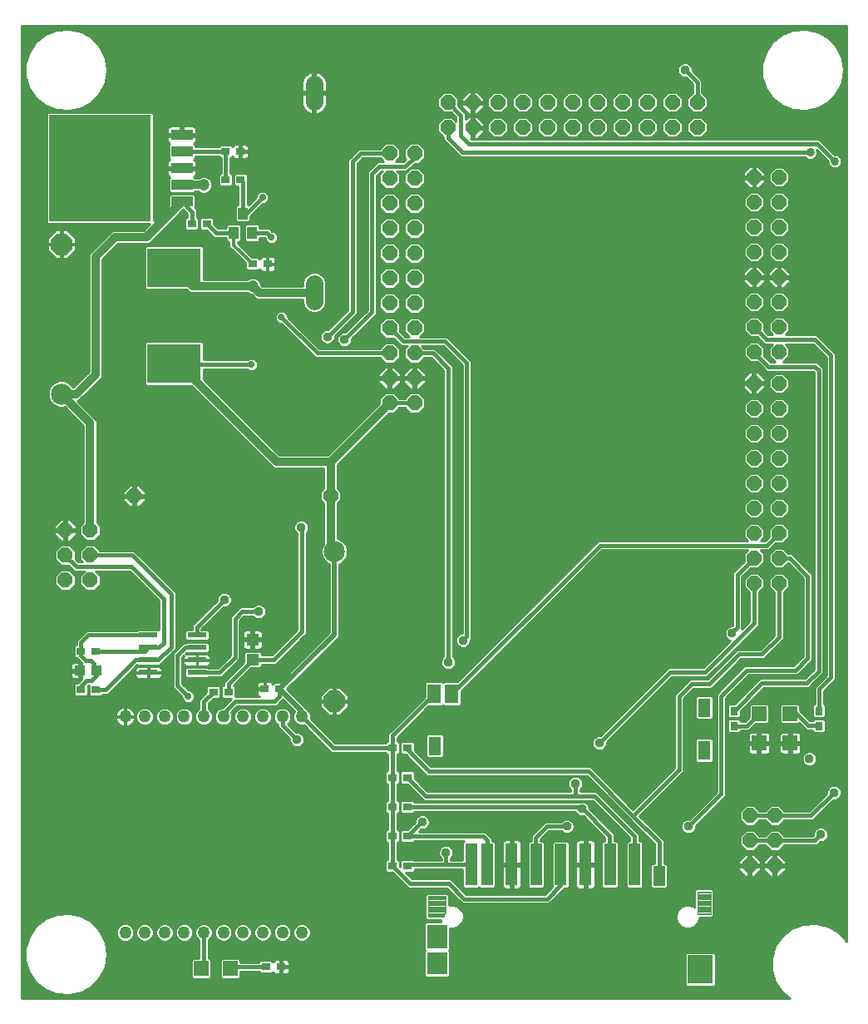
<source format=gtl>
G75*
G70*
%OFA0B0*%
%FSLAX24Y24*%
%IPPOS*%
%LPD*%
%AMOC8*
5,1,8,0,0,1.08239X$1,22.5*
%
%ADD10C,0.0500*%
%ADD11R,0.0827X0.0866*%
%ADD12R,0.0827X0.0945*%
%ADD13R,0.1024X0.1142*%
%ADD14R,0.0512X0.0748*%
%ADD15R,0.0551X0.0768*%
%ADD16R,0.0472X0.1693*%
%ADD17R,0.0472X0.0787*%
%ADD18C,0.0040*%
%ADD19R,0.0591X0.0591*%
%ADD20R,0.0354X0.0315*%
%ADD21OC8,0.0591*%
%ADD22R,0.4098X0.4252*%
%ADD23R,0.0850X0.0420*%
%ADD24C,0.0850*%
%ADD25OC8,0.0850*%
%ADD26R,0.2126X0.1575*%
%ADD27C,0.0705*%
%ADD28R,0.0394X0.0500*%
%ADD29R,0.0315X0.0354*%
%ADD30R,0.0780X0.0210*%
%ADD31R,0.0433X0.0394*%
%ADD32R,0.0512X0.0472*%
%ADD33C,0.0376*%
%ADD34C,0.0290*%
%ADD35C,0.0100*%
%ADD36C,0.0160*%
%ADD37C,0.0140*%
%ADD38C,0.0320*%
%ADD39C,0.0200*%
%ADD40C,0.0120*%
%ADD41C,0.0472*%
%ADD42C,0.0337*%
D10*
X006213Y006021D03*
X007001Y006021D03*
X007788Y006021D03*
X008576Y006021D03*
X009363Y006021D03*
X010150Y006021D03*
X010938Y006021D03*
X011725Y006021D03*
X012513Y006021D03*
X013300Y006021D03*
X013300Y014682D03*
X012513Y014682D03*
X011725Y014682D03*
X010938Y014682D03*
X010150Y014682D03*
X009363Y014682D03*
X008576Y014682D03*
X007788Y014682D03*
X007001Y014682D03*
X006213Y014682D03*
D11*
X018718Y004785D03*
D12*
X018718Y005868D03*
D13*
X029269Y004549D03*
D14*
X029426Y013329D03*
X029426Y015041D03*
X018639Y013506D03*
D15*
X018600Y015592D03*
X019308Y015592D03*
D16*
X020086Y008752D03*
X020726Y008752D03*
X021710Y008752D03*
X022694Y008752D03*
X023678Y008752D03*
X024663Y008752D03*
X025647Y008752D03*
X026631Y008752D03*
D17*
X027615Y008299D03*
D18*
X029170Y007679D02*
X029170Y006774D01*
X029682Y006774D01*
X029682Y007679D01*
X029170Y007679D01*
X029170Y007656D02*
X029682Y007656D01*
X029682Y007617D02*
X029170Y007617D01*
X029170Y007579D02*
X029682Y007579D01*
X029682Y007540D02*
X029170Y007540D01*
X029170Y007502D02*
X029682Y007502D01*
X029682Y007463D02*
X029170Y007463D01*
X029170Y007425D02*
X029682Y007425D01*
X029682Y007386D02*
X029170Y007386D01*
X029170Y007348D02*
X029682Y007348D01*
X029682Y007309D02*
X029170Y007309D01*
X029170Y007271D02*
X029682Y007271D01*
X029682Y007232D02*
X029170Y007232D01*
X029170Y007194D02*
X029682Y007194D01*
X029682Y007155D02*
X029170Y007155D01*
X029170Y007117D02*
X029682Y007117D01*
X029682Y007078D02*
X029170Y007078D01*
X029170Y007040D02*
X029682Y007040D01*
X029682Y007001D02*
X029170Y007001D01*
X029170Y006963D02*
X029682Y006963D01*
X029682Y006924D02*
X029170Y006924D01*
X029170Y006886D02*
X029682Y006886D01*
X029682Y006847D02*
X029170Y006847D01*
X029170Y006809D02*
X029682Y006809D01*
X019062Y006872D02*
X018983Y006724D01*
X018983Y006655D01*
X018373Y006655D01*
X018373Y007482D01*
X019062Y007482D01*
X019062Y006872D01*
X019062Y006886D02*
X018373Y006886D01*
X018373Y006924D02*
X019062Y006924D01*
X019062Y006963D02*
X018373Y006963D01*
X018373Y007001D02*
X019062Y007001D01*
X019062Y007040D02*
X018373Y007040D01*
X018373Y007078D02*
X019062Y007078D01*
X019062Y007117D02*
X018373Y007117D01*
X018373Y007155D02*
X019062Y007155D01*
X019062Y007194D02*
X018373Y007194D01*
X018373Y007232D02*
X019062Y007232D01*
X019062Y007271D02*
X018373Y007271D01*
X018373Y007309D02*
X019062Y007309D01*
X019062Y007348D02*
X018373Y007348D01*
X018373Y007386D02*
X019062Y007386D01*
X019062Y007425D02*
X018373Y007425D01*
X018373Y007463D02*
X019062Y007463D01*
X019049Y006847D02*
X018373Y006847D01*
X018373Y006809D02*
X019029Y006809D01*
X019008Y006770D02*
X018373Y006770D01*
X018373Y006732D02*
X018988Y006732D01*
X018983Y006693D02*
X018373Y006693D01*
D19*
X010433Y004581D03*
X009255Y004581D03*
X031627Y013621D03*
X031627Y014799D03*
X032867Y014799D03*
X032867Y013621D03*
D20*
X017529Y013427D03*
X016929Y013427D03*
X016929Y012246D03*
X017529Y012246D03*
X017529Y011064D03*
X016929Y011064D03*
X016929Y009883D03*
X017529Y009883D03*
X017529Y008702D03*
X016929Y008702D03*
X012454Y004655D03*
X011854Y004655D03*
X010349Y015677D03*
X009749Y015677D03*
X011811Y015789D03*
X012411Y015789D03*
X005033Y015757D03*
X004433Y015757D03*
X004433Y017301D03*
X005033Y017301D03*
X011315Y032816D03*
X011915Y032816D03*
X009490Y034427D03*
X008890Y034427D03*
X010236Y036194D03*
X010836Y036194D03*
X010836Y037324D03*
X010236Y037324D03*
D21*
X016813Y037251D03*
X016813Y036251D03*
X016813Y035251D03*
X016813Y034251D03*
X016813Y033251D03*
X016813Y032251D03*
X016813Y031251D03*
X016813Y030251D03*
X016813Y029251D03*
X016813Y028251D03*
X016813Y027251D03*
X017813Y027251D03*
X017813Y028251D03*
X017813Y029251D03*
X017813Y030251D03*
X017813Y031251D03*
X017813Y032251D03*
X017813Y033251D03*
X017813Y034251D03*
X017813Y035251D03*
X017813Y036251D03*
X017813Y037251D03*
X019150Y038289D03*
X019150Y039289D03*
X020150Y039289D03*
X020150Y038289D03*
X021150Y038289D03*
X021150Y039289D03*
X022150Y039289D03*
X022150Y038289D03*
X023150Y038289D03*
X023150Y039289D03*
X024150Y039289D03*
X024150Y038289D03*
X025150Y038289D03*
X025150Y039289D03*
X026150Y039289D03*
X026150Y038289D03*
X027150Y038289D03*
X027150Y039289D03*
X028150Y039289D03*
X028150Y038289D03*
X029150Y038289D03*
X029150Y039289D03*
X031427Y036295D03*
X031427Y035295D03*
X031427Y034295D03*
X031427Y033295D03*
X031427Y032295D03*
X031427Y031295D03*
X031427Y030295D03*
X031427Y029295D03*
X032427Y029295D03*
X032427Y030295D03*
X032427Y031295D03*
X032427Y032295D03*
X032427Y033295D03*
X032427Y034295D03*
X032427Y035295D03*
X032427Y036295D03*
X032425Y028039D03*
X032425Y027039D03*
X031425Y027039D03*
X031425Y028039D03*
X031425Y026039D03*
X031425Y025039D03*
X031425Y024039D03*
X031425Y023039D03*
X031425Y022039D03*
X031425Y021039D03*
X031425Y020039D03*
X032425Y020039D03*
X032425Y021039D03*
X032425Y022039D03*
X032425Y023039D03*
X032425Y024039D03*
X032425Y025039D03*
X032425Y026039D03*
X032257Y010714D03*
X032257Y009714D03*
X032257Y008714D03*
X031257Y008714D03*
X031257Y009714D03*
X031257Y010714D03*
X014446Y023525D03*
X006572Y023525D03*
X004812Y022147D03*
X004812Y021147D03*
X004812Y020147D03*
X003812Y020147D03*
X003812Y021147D03*
X003812Y022147D03*
D22*
X005205Y036655D03*
D23*
X008485Y036655D03*
X008485Y035985D03*
X008485Y035315D03*
X008485Y037325D03*
X008485Y037995D03*
D24*
X003654Y027612D03*
X014599Y021289D03*
D25*
X014599Y015289D03*
X003654Y033612D03*
D26*
X008174Y032679D03*
X008174Y028820D03*
D27*
X013792Y031314D02*
X013792Y032019D01*
X013792Y039314D02*
X013792Y040019D01*
D28*
X010930Y034844D03*
X011304Y034057D03*
X010556Y034057D03*
D29*
X030615Y014908D03*
X030615Y014308D03*
X034040Y014308D03*
X034040Y014908D03*
D30*
X009085Y016448D03*
X009085Y016948D03*
X009085Y017448D03*
X009085Y017948D03*
X007145Y017948D03*
X007145Y017448D03*
X007145Y016948D03*
X007145Y016448D03*
D31*
X005068Y016527D03*
X004398Y016527D03*
D32*
X011324Y016964D03*
X011324Y017764D03*
D33*
X011565Y018890D03*
X010185Y019360D03*
X009975Y017600D03*
X013105Y013750D03*
X013025Y007790D03*
X013525Y004360D03*
X016825Y006380D03*
X019075Y009230D03*
X018125Y010450D03*
X020995Y010470D03*
X023615Y013480D03*
X024265Y012000D03*
X024535Y010980D03*
X023915Y010280D03*
X025225Y013620D03*
X027305Y013820D03*
X028885Y011910D03*
X028795Y010280D03*
X025245Y007080D03*
X033645Y012990D03*
X034635Y011640D03*
X034095Y009950D03*
X030545Y018020D03*
X026035Y020450D03*
X019755Y017740D03*
X019165Y016850D03*
X013275Y022270D03*
X018095Y024070D03*
X015005Y029790D03*
X014315Y029900D03*
X019775Y035700D03*
X024255Y033530D03*
X028655Y040590D03*
X031465Y038560D03*
X006455Y026900D03*
D34*
X011275Y028790D03*
X011324Y030356D03*
X012475Y030690D03*
X012075Y033890D03*
X011715Y035480D03*
X009552Y036734D03*
X002499Y038598D03*
X008735Y015492D03*
D35*
X002075Y003390D02*
X002075Y042361D01*
X035139Y042361D01*
X035139Y005671D01*
X035128Y005695D01*
X034793Y006055D01*
X034367Y006301D01*
X033888Y006411D01*
X033397Y006374D01*
X032940Y006194D01*
X032940Y006194D01*
X032555Y005888D01*
X032555Y005888D01*
X032555Y005888D01*
X032278Y005481D01*
X032133Y005011D01*
X032133Y004519D01*
X032278Y004049D01*
X032555Y003643D01*
X032872Y003390D01*
X002075Y003390D01*
X002075Y003395D02*
X032866Y003395D01*
X032742Y003493D02*
X002075Y003493D01*
X002075Y003592D02*
X003370Y003592D01*
X003476Y003550D02*
X003967Y003514D01*
X004446Y003623D01*
X004446Y003623D01*
X004872Y003869D01*
X005207Y004229D01*
X005207Y004229D01*
X005420Y004673D01*
X005493Y005159D01*
X005420Y005645D01*
X005420Y005645D01*
X005207Y006088D01*
X005207Y006088D01*
X004872Y006449D01*
X004446Y006695D01*
X003967Y006804D01*
X003476Y006768D01*
X003018Y006588D01*
X002634Y006281D01*
X002357Y005875D01*
X002212Y005405D01*
X002212Y004913D01*
X002357Y004443D01*
X002634Y004037D01*
X003018Y003730D01*
X003476Y003550D01*
X003476Y003550D01*
X003119Y003690D02*
X002075Y003690D01*
X002075Y003789D02*
X002944Y003789D01*
X003018Y003730D02*
X003018Y003730D01*
X002821Y003887D02*
X002075Y003887D01*
X002075Y003986D02*
X002697Y003986D01*
X002634Y004037D02*
X002634Y004037D01*
X002601Y004084D02*
X002075Y004084D01*
X002075Y004183D02*
X002534Y004183D01*
X002467Y004281D02*
X002075Y004281D01*
X002075Y004380D02*
X002400Y004380D01*
X002346Y004478D02*
X002075Y004478D01*
X002075Y004577D02*
X002315Y004577D01*
X002285Y004675D02*
X002075Y004675D01*
X002075Y004774D02*
X002255Y004774D01*
X002224Y004872D02*
X002075Y004872D01*
X002075Y004971D02*
X002212Y004971D01*
X002212Y005069D02*
X002075Y005069D01*
X002075Y005168D02*
X002212Y005168D01*
X002212Y005266D02*
X002075Y005266D01*
X002075Y005365D02*
X002212Y005365D01*
X002230Y005463D02*
X002075Y005463D01*
X002075Y005562D02*
X002260Y005562D01*
X002291Y005660D02*
X002075Y005660D01*
X002075Y005759D02*
X002321Y005759D01*
X002351Y005857D02*
X002075Y005857D01*
X002075Y005956D02*
X002412Y005956D01*
X002357Y005875D02*
X002357Y005875D01*
X002479Y006054D02*
X002075Y006054D01*
X002075Y006153D02*
X002546Y006153D01*
X002613Y006251D02*
X002075Y006251D01*
X002075Y006350D02*
X002720Y006350D01*
X002634Y006281D02*
X002634Y006281D01*
X002843Y006448D02*
X002075Y006448D01*
X002075Y006547D02*
X002967Y006547D01*
X003018Y006588D02*
X003018Y006588D01*
X003165Y006645D02*
X002075Y006645D01*
X002075Y006744D02*
X003416Y006744D01*
X003476Y006768D02*
X003476Y006768D01*
X003967Y006804D02*
X003967Y006804D01*
X004231Y006744D02*
X018243Y006744D01*
X018243Y006842D02*
X002075Y006842D01*
X002075Y006941D02*
X018243Y006941D01*
X018243Y007039D02*
X002075Y007039D01*
X002075Y007138D02*
X018243Y007138D01*
X018243Y007236D02*
X002075Y007236D01*
X002075Y007335D02*
X018243Y007335D01*
X018243Y007433D02*
X002075Y007433D01*
X002075Y007532D02*
X018243Y007532D01*
X018243Y007536D02*
X018243Y006602D01*
X018319Y006525D01*
X018427Y006525D01*
X018847Y006525D01*
X018878Y006450D01*
X018259Y006450D01*
X018194Y006386D01*
X018194Y005350D01*
X018237Y005307D01*
X018194Y005264D01*
X018194Y004307D01*
X018259Y004242D01*
X019177Y004242D01*
X019241Y004307D01*
X019241Y005264D01*
X019198Y005307D01*
X019241Y005350D01*
X019241Y006180D01*
X019403Y006180D01*
X019578Y006252D01*
X019711Y006386D01*
X019784Y006561D01*
X019784Y006750D01*
X019711Y006925D01*
X019578Y007059D01*
X019403Y007131D01*
X019214Y007131D01*
X019192Y007122D01*
X019192Y007536D01*
X019116Y007612D01*
X018319Y007612D01*
X018243Y007536D01*
X017562Y007800D02*
X019106Y007800D01*
X019615Y007292D01*
X019726Y007180D01*
X023193Y007180D01*
X023753Y007740D01*
X023808Y007795D01*
X023960Y007795D01*
X024025Y007860D01*
X024025Y009644D01*
X023960Y009708D01*
X023397Y009708D01*
X023332Y009644D01*
X023332Y007860D01*
X023334Y007858D01*
X023036Y007560D01*
X019883Y007560D01*
X019263Y008180D01*
X017720Y008180D01*
X017465Y008435D01*
X017752Y008435D01*
X017816Y008499D01*
X017816Y008562D01*
X019740Y008562D01*
X019740Y007860D01*
X019804Y007795D01*
X020368Y007795D01*
X020406Y007834D01*
X020444Y007795D01*
X021007Y007795D01*
X021072Y007860D01*
X021072Y009644D01*
X021007Y009708D01*
X020916Y009708D01*
X020916Y009798D01*
X020755Y009959D01*
X020643Y010070D01*
X017991Y010070D01*
X018073Y010152D01*
X018184Y010152D01*
X018294Y010198D01*
X018377Y010282D01*
X018423Y010391D01*
X018423Y010510D01*
X018377Y010619D01*
X018294Y010703D01*
X018184Y010749D01*
X018065Y010749D01*
X017956Y010703D01*
X017872Y010619D01*
X017827Y010510D01*
X017827Y010444D01*
X017534Y010151D01*
X017306Y010151D01*
X017242Y010086D01*
X017242Y009680D01*
X017306Y009616D01*
X017752Y009616D01*
X017816Y009680D01*
X017816Y009690D01*
X019786Y009690D01*
X019740Y009644D01*
X019740Y008942D01*
X019265Y008942D01*
X019265Y008999D01*
X019327Y009062D01*
X019373Y009171D01*
X019373Y009290D01*
X019327Y009399D01*
X019244Y009483D01*
X019134Y009529D01*
X019015Y009529D01*
X018906Y009483D01*
X018822Y009399D01*
X018777Y009290D01*
X018777Y009171D01*
X018822Y009062D01*
X018885Y008999D01*
X018885Y008942D01*
X017780Y008942D01*
X017752Y008970D01*
X017306Y008970D01*
X017242Y008905D01*
X017242Y008658D01*
X017216Y008684D01*
X017216Y008905D01*
X017152Y008970D01*
X017119Y008970D01*
X017119Y009616D01*
X017152Y009616D01*
X017216Y009680D01*
X017216Y010086D01*
X017152Y010151D01*
X017119Y010151D01*
X017119Y010797D01*
X017152Y010797D01*
X017216Y010861D01*
X017216Y011268D01*
X017152Y011332D01*
X017119Y011332D01*
X017119Y011978D01*
X017152Y011978D01*
X017216Y012043D01*
X017216Y012449D01*
X017152Y012513D01*
X017119Y012513D01*
X017119Y013159D01*
X017152Y013159D01*
X017216Y013224D01*
X017216Y013630D01*
X017152Y013694D01*
X017119Y013694D01*
X017119Y013843D01*
X018374Y015099D01*
X018921Y015099D01*
X018954Y015132D01*
X018987Y015099D01*
X019629Y015099D01*
X019694Y015163D01*
X019694Y015709D01*
X025335Y021350D01*
X031164Y021350D01*
X031020Y021207D01*
X031020Y020902D01*
X030565Y020447D01*
X030565Y018339D01*
X030544Y018319D01*
X030485Y018319D01*
X030376Y018273D01*
X030292Y018189D01*
X030247Y018080D01*
X030247Y017961D01*
X030292Y017852D01*
X030376Y017768D01*
X030466Y017730D01*
X029386Y016650D01*
X027986Y016650D01*
X025254Y013919D01*
X025165Y013919D01*
X025056Y013873D01*
X024972Y013789D01*
X024927Y013680D01*
X024927Y013561D01*
X024972Y013452D01*
X025056Y013368D01*
X025165Y013322D01*
X025284Y013322D01*
X025394Y013368D01*
X025477Y013452D01*
X025523Y013561D01*
X025523Y013650D01*
X028143Y016270D01*
X029543Y016270D01*
X029655Y016382D01*
X031615Y018342D01*
X031615Y019656D01*
X031831Y019871D01*
X031831Y020207D01*
X031593Y020444D01*
X031257Y020444D01*
X031020Y020207D01*
X031020Y019871D01*
X031235Y019656D01*
X031235Y018500D01*
X030945Y018209D01*
X030945Y020290D01*
X031289Y020634D01*
X031593Y020634D01*
X031831Y020871D01*
X031831Y021207D01*
X031687Y021350D01*
X032006Y021350D01*
X032117Y021462D01*
X032289Y021634D01*
X032593Y021634D01*
X032831Y021871D01*
X032831Y022207D01*
X032593Y022444D01*
X032257Y022444D01*
X032020Y022207D01*
X032020Y021902D01*
X031848Y021730D01*
X031690Y021730D01*
X031831Y021871D01*
X031831Y022207D01*
X031593Y022444D01*
X031257Y022444D01*
X031020Y022207D01*
X031020Y021871D01*
X031161Y021730D01*
X025178Y021730D01*
X019533Y016086D01*
X018987Y016086D01*
X018954Y016053D01*
X018921Y016086D01*
X018278Y016086D01*
X018214Y016022D01*
X018214Y015476D01*
X016850Y014112D01*
X016739Y014001D01*
X016739Y013694D01*
X016706Y013694D01*
X016642Y013630D01*
X016642Y013617D01*
X014634Y013617D01*
X013654Y014597D01*
X013660Y014611D01*
X013660Y014754D01*
X013605Y014886D01*
X013510Y014981D01*
X013510Y014987D01*
X012708Y015789D01*
X014686Y017767D01*
X014686Y017767D01*
X014809Y017890D01*
X014809Y020797D01*
X014902Y020835D01*
X015053Y020986D01*
X015134Y021182D01*
X015134Y021395D01*
X015053Y021592D01*
X014902Y021742D01*
X014716Y021820D01*
X014716Y023222D01*
X014851Y023357D01*
X014851Y023693D01*
X014716Y023828D01*
X014716Y024772D01*
X016789Y026846D01*
X016981Y026846D01*
X017196Y027061D01*
X017430Y027061D01*
X017645Y026846D01*
X017981Y026846D01*
X018218Y027084D01*
X018218Y027419D01*
X017981Y027657D01*
X017645Y027657D01*
X017430Y027441D01*
X017196Y027441D01*
X016981Y027657D01*
X016645Y027657D01*
X016408Y027419D01*
X016408Y027228D01*
X014334Y025154D01*
X012393Y025154D01*
X009347Y028200D01*
X009347Y028600D01*
X011104Y028600D01*
X011130Y028574D01*
X011224Y028535D01*
X011325Y028535D01*
X011419Y028574D01*
X011491Y028646D01*
X011530Y028740D01*
X011530Y028841D01*
X011491Y028935D01*
X011419Y029007D01*
X011325Y029045D01*
X011224Y029045D01*
X011130Y029007D01*
X011104Y028980D01*
X009347Y028980D01*
X009347Y029653D01*
X009283Y029718D01*
X007065Y029718D01*
X007001Y029653D01*
X007001Y027987D01*
X007065Y027923D01*
X008860Y027923D01*
X012128Y024655D01*
X012227Y024614D01*
X014176Y024614D01*
X014176Y023828D01*
X014040Y023693D01*
X014040Y023357D01*
X014176Y023222D01*
X014176Y021622D01*
X014146Y021592D01*
X014064Y021395D01*
X014064Y021182D01*
X014146Y020986D01*
X014296Y020835D01*
X014389Y020797D01*
X014389Y018064D01*
X012381Y016056D01*
X012188Y016056D01*
X012130Y015998D01*
X012128Y016004D01*
X012108Y016038D01*
X012080Y016066D01*
X012046Y016086D01*
X012008Y016096D01*
X011840Y016096D01*
X011840Y015818D01*
X011782Y015818D01*
X011782Y016096D01*
X011614Y016096D01*
X011576Y016086D01*
X011542Y016066D01*
X011514Y016038D01*
X011494Y016004D01*
X011484Y015966D01*
X011484Y015818D01*
X011782Y015818D01*
X011782Y015760D01*
X011484Y015760D01*
X011484Y015612D01*
X011494Y015574D01*
X011514Y015539D01*
X011542Y015511D01*
X011576Y015492D01*
X011580Y015490D01*
X010636Y015490D01*
X010636Y015880D01*
X010573Y015944D01*
X011246Y016617D01*
X011625Y016617D01*
X011689Y016682D01*
X011689Y016774D01*
X012257Y016774D01*
X013373Y017890D01*
X013485Y018002D01*
X013485Y022059D01*
X013527Y022102D01*
X013573Y022211D01*
X013573Y022330D01*
X013527Y022439D01*
X013444Y022523D01*
X013334Y022569D01*
X013215Y022569D01*
X013106Y022523D01*
X013022Y022439D01*
X012977Y022330D01*
X012977Y022211D01*
X013022Y022102D01*
X013105Y022019D01*
X013105Y018159D01*
X012099Y017154D01*
X011689Y017154D01*
X011689Y017245D01*
X011625Y017310D01*
X011022Y017310D01*
X010958Y017245D01*
X010958Y016866D01*
X010159Y016068D01*
X010159Y015945D01*
X010127Y015945D01*
X010062Y015880D01*
X010062Y015474D01*
X010127Y015410D01*
X010455Y015410D01*
X010088Y015042D01*
X010079Y015042D01*
X009946Y014987D01*
X009845Y014886D01*
X009790Y014754D01*
X009790Y014611D01*
X009845Y014478D01*
X009946Y014377D01*
X010079Y014322D01*
X010222Y014322D01*
X010354Y014377D01*
X010456Y014478D01*
X010510Y014611D01*
X010510Y014754D01*
X010460Y014877D01*
X010693Y015110D01*
X012283Y015110D01*
X012395Y015222D01*
X012538Y015365D01*
X013006Y014897D01*
X012995Y014886D01*
X012940Y014754D01*
X012940Y014611D01*
X012995Y014478D01*
X013096Y014377D01*
X013228Y014322D01*
X013372Y014322D01*
X013385Y014328D01*
X014477Y013237D01*
X016642Y013237D01*
X016642Y013224D01*
X016706Y013159D01*
X016739Y013159D01*
X016739Y012513D01*
X016706Y012513D01*
X016642Y012449D01*
X016642Y012043D01*
X016706Y011978D01*
X016739Y011978D01*
X016739Y011332D01*
X016706Y011332D01*
X016642Y011268D01*
X016642Y010861D01*
X016706Y010797D01*
X016739Y010797D01*
X016739Y010151D01*
X016706Y010151D01*
X016642Y010086D01*
X016642Y009680D01*
X016706Y009616D01*
X016739Y009616D01*
X016739Y008970D01*
X016706Y008970D01*
X016642Y008905D01*
X016642Y008499D01*
X016706Y008435D01*
X016928Y008435D01*
X017451Y007912D01*
X017562Y007800D01*
X017535Y007827D02*
X002075Y007827D01*
X002075Y007729D02*
X019178Y007729D01*
X019276Y007630D02*
X002075Y007630D01*
X002075Y007926D02*
X017437Y007926D01*
X017338Y008024D02*
X002075Y008024D01*
X002075Y008123D02*
X017240Y008123D01*
X017141Y008221D02*
X002075Y008221D01*
X002075Y008320D02*
X017043Y008320D01*
X016944Y008418D02*
X002075Y008418D01*
X002075Y008517D02*
X016642Y008517D01*
X016642Y008615D02*
X002075Y008615D01*
X002075Y008714D02*
X016642Y008714D01*
X016642Y008812D02*
X002075Y008812D01*
X002075Y008911D02*
X016648Y008911D01*
X016739Y009009D02*
X002075Y009009D01*
X002075Y009108D02*
X016739Y009108D01*
X016739Y009206D02*
X002075Y009206D01*
X002075Y009305D02*
X016739Y009305D01*
X016739Y009403D02*
X002075Y009403D01*
X002075Y009502D02*
X016739Y009502D01*
X016739Y009600D02*
X002075Y009600D01*
X002075Y009699D02*
X016642Y009699D01*
X016642Y009797D02*
X002075Y009797D01*
X002075Y009896D02*
X016642Y009896D01*
X016642Y009994D02*
X002075Y009994D01*
X002075Y010093D02*
X016648Y010093D01*
X016739Y010191D02*
X002075Y010191D01*
X002075Y010290D02*
X016739Y010290D01*
X016739Y010388D02*
X002075Y010388D01*
X002075Y010487D02*
X016739Y010487D01*
X016739Y010585D02*
X002075Y010585D01*
X002075Y010684D02*
X016739Y010684D01*
X016739Y010782D02*
X002075Y010782D01*
X002075Y010881D02*
X016642Y010881D01*
X016642Y010979D02*
X002075Y010979D01*
X002075Y011078D02*
X016642Y011078D01*
X016642Y011176D02*
X002075Y011176D01*
X002075Y011275D02*
X016649Y011275D01*
X016739Y011373D02*
X002075Y011373D01*
X002075Y011472D02*
X016739Y011472D01*
X016739Y011570D02*
X002075Y011570D01*
X002075Y011669D02*
X016739Y011669D01*
X016739Y011767D02*
X002075Y011767D01*
X002075Y011866D02*
X016739Y011866D01*
X016739Y011964D02*
X002075Y011964D01*
X002075Y012063D02*
X016642Y012063D01*
X016642Y012161D02*
X002075Y012161D01*
X002075Y012260D02*
X016642Y012260D01*
X016642Y012358D02*
X002075Y012358D01*
X002075Y012457D02*
X016650Y012457D01*
X016739Y012555D02*
X002075Y012555D01*
X002075Y012654D02*
X016739Y012654D01*
X016739Y012752D02*
X002075Y012752D01*
X002075Y012851D02*
X016739Y012851D01*
X016739Y012949D02*
X002075Y012949D01*
X002075Y013048D02*
X016739Y013048D01*
X016739Y013146D02*
X002075Y013146D01*
X002075Y013245D02*
X014468Y013245D01*
X014370Y013343D02*
X002075Y013343D01*
X002075Y013442D02*
X014271Y013442D01*
X014173Y013540D02*
X013316Y013540D01*
X013357Y013582D02*
X013403Y013691D01*
X013403Y013810D01*
X013357Y013919D01*
X013274Y014003D01*
X013164Y014049D01*
X013075Y014049D01*
X012732Y014392D01*
X012818Y014478D01*
X012873Y014611D01*
X012873Y014754D01*
X012818Y014886D01*
X012716Y014987D01*
X012584Y015042D01*
X012441Y015042D01*
X012309Y014987D01*
X012207Y014886D01*
X012153Y014754D01*
X012153Y014611D01*
X012207Y014478D01*
X012309Y014377D01*
X012323Y014371D01*
X012323Y014264D01*
X012807Y013780D01*
X012807Y013691D01*
X012852Y013582D01*
X012936Y013498D01*
X013045Y013452D01*
X013164Y013452D01*
X013274Y013498D01*
X013357Y013582D01*
X013381Y013639D02*
X014074Y013639D01*
X013976Y013737D02*
X013403Y013737D01*
X013392Y013836D02*
X013877Y013836D01*
X013779Y013934D02*
X013342Y013934D01*
X013202Y014033D02*
X013680Y014033D01*
X013582Y014131D02*
X012992Y014131D01*
X012894Y014230D02*
X013483Y014230D01*
X013213Y014328D02*
X012795Y014328D01*
X012766Y014427D02*
X013046Y014427D01*
X012975Y014525D02*
X012837Y014525D01*
X012873Y014624D02*
X012940Y014624D01*
X012940Y014723D02*
X012873Y014723D01*
X012845Y014821D02*
X012968Y014821D01*
X012983Y014920D02*
X012784Y014920D01*
X012885Y015018D02*
X012643Y015018D01*
X012786Y015117D02*
X012289Y015117D01*
X012383Y015018D02*
X011855Y015018D01*
X011797Y015042D02*
X011654Y015042D01*
X011521Y014987D01*
X011420Y014886D01*
X011365Y014754D01*
X011365Y014611D01*
X011420Y014478D01*
X011521Y014377D01*
X011654Y014322D01*
X011797Y014322D01*
X011929Y014377D01*
X012030Y014478D01*
X012085Y014611D01*
X012085Y014754D01*
X012030Y014886D01*
X011929Y014987D01*
X011797Y015042D01*
X011595Y015018D02*
X011068Y015018D01*
X011009Y015042D02*
X011142Y014987D01*
X011243Y014886D01*
X011298Y014754D01*
X011298Y014611D01*
X011243Y014478D01*
X011142Y014377D01*
X011009Y014322D01*
X010866Y014322D01*
X010734Y014377D01*
X010633Y014478D01*
X010578Y014611D01*
X010578Y014754D01*
X010633Y014886D01*
X010734Y014987D01*
X010866Y015042D01*
X011009Y015042D01*
X010808Y015018D02*
X010601Y015018D01*
X010666Y014920D02*
X010502Y014920D01*
X010483Y014821D02*
X010606Y014821D01*
X010578Y014723D02*
X010510Y014723D01*
X010510Y014624D02*
X010578Y014624D01*
X010613Y014525D02*
X010475Y014525D01*
X010404Y014427D02*
X010684Y014427D01*
X010851Y014328D02*
X010237Y014328D01*
X010064Y014328D02*
X009450Y014328D01*
X009435Y014322D02*
X009567Y014377D01*
X009668Y014478D01*
X009723Y014611D01*
X009723Y014754D01*
X009668Y014886D01*
X009567Y014987D01*
X009553Y014993D01*
X009553Y015212D01*
X009751Y015410D01*
X009972Y015410D01*
X010036Y015474D01*
X010036Y015880D01*
X009972Y015945D01*
X009527Y015945D01*
X009462Y015880D01*
X009462Y015659D01*
X009173Y015369D01*
X009173Y014993D01*
X009159Y014987D01*
X009058Y014886D01*
X009003Y014754D01*
X009003Y014611D01*
X009058Y014478D01*
X009159Y014377D01*
X009291Y014322D01*
X009435Y014322D01*
X009276Y014328D02*
X008662Y014328D01*
X008647Y014322D02*
X008779Y014377D01*
X008881Y014478D01*
X008936Y014611D01*
X008936Y014754D01*
X008881Y014886D01*
X008779Y014987D01*
X008647Y015042D01*
X008504Y015042D01*
X008372Y014987D01*
X008270Y014886D01*
X008216Y014754D01*
X008216Y014611D01*
X008270Y014478D01*
X008372Y014377D01*
X008504Y014322D01*
X008647Y014322D01*
X008489Y014328D02*
X007875Y014328D01*
X007860Y014322D02*
X007992Y014377D01*
X008093Y014478D01*
X008148Y014611D01*
X008148Y014754D01*
X008093Y014886D01*
X007992Y014987D01*
X007860Y015042D01*
X007717Y015042D01*
X007584Y014987D01*
X007483Y014886D01*
X007428Y014754D01*
X007428Y014611D01*
X007483Y014478D01*
X007584Y014377D01*
X007717Y014322D01*
X007860Y014322D01*
X007701Y014328D02*
X007088Y014328D01*
X007072Y014322D02*
X007205Y014377D01*
X007306Y014478D01*
X007361Y014611D01*
X007361Y014754D01*
X007306Y014886D01*
X007205Y014987D01*
X007072Y015042D01*
X006929Y015042D01*
X006797Y014987D01*
X006696Y014886D01*
X006641Y014754D01*
X006641Y014611D01*
X006696Y014478D01*
X006797Y014377D01*
X006929Y014322D01*
X007072Y014322D01*
X006914Y014328D02*
X006404Y014328D01*
X006403Y014328D02*
X006468Y014372D01*
X006524Y014427D01*
X006747Y014427D01*
X006676Y014525D02*
X006581Y014525D01*
X006568Y014493D02*
X006598Y014566D01*
X006613Y014643D01*
X006613Y014653D01*
X006242Y014653D01*
X006242Y014282D01*
X006253Y014282D01*
X006330Y014298D01*
X006403Y014328D01*
X006524Y014427D02*
X006568Y014493D01*
X006610Y014624D02*
X006641Y014624D01*
X006613Y014711D02*
X006613Y014722D01*
X006598Y014799D01*
X006568Y014872D01*
X006524Y014937D01*
X006468Y014993D01*
X006403Y015037D01*
X006330Y015067D01*
X006253Y015082D01*
X006242Y015082D01*
X006242Y014711D01*
X006185Y014711D01*
X006185Y015082D01*
X006174Y015082D01*
X006097Y015067D01*
X006024Y015037D01*
X005958Y014993D01*
X005903Y014937D01*
X005859Y014872D01*
X005829Y014799D01*
X005813Y014722D01*
X005813Y014711D01*
X006185Y014711D01*
X006185Y014653D01*
X006242Y014653D01*
X006242Y014711D01*
X006613Y014711D01*
X006613Y014723D02*
X006641Y014723D01*
X006669Y014821D02*
X006589Y014821D01*
X006536Y014920D02*
X006729Y014920D01*
X006871Y015018D02*
X006431Y015018D01*
X006242Y015018D02*
X006185Y015018D01*
X006185Y014920D02*
X006242Y014920D01*
X006242Y014821D02*
X006185Y014821D01*
X006185Y014723D02*
X006242Y014723D01*
X006185Y014653D02*
X005813Y014653D01*
X005813Y014643D01*
X005829Y014566D01*
X005859Y014493D01*
X005903Y014427D01*
X002075Y014427D01*
X002075Y014525D02*
X005845Y014525D01*
X005817Y014624D02*
X002075Y014624D01*
X002075Y014723D02*
X005814Y014723D01*
X005838Y014821D02*
X002075Y014821D01*
X002075Y014920D02*
X005891Y014920D01*
X005996Y015018D02*
X002075Y015018D01*
X002075Y015117D02*
X009173Y015117D01*
X009173Y015215D02*
X002075Y015215D01*
X002075Y015314D02*
X008553Y015314D01*
X008519Y015348D02*
X008590Y015276D01*
X008684Y015237D01*
X008785Y015237D01*
X008879Y015276D01*
X008951Y015348D01*
X008990Y015442D01*
X008990Y015543D01*
X008951Y015637D01*
X008879Y015709D01*
X008785Y015747D01*
X008748Y015747D01*
X008494Y016002D01*
X008494Y017052D01*
X008558Y017116D01*
X008555Y017111D01*
X008545Y017073D01*
X008545Y016951D01*
X009082Y016951D01*
X009082Y016946D01*
X008545Y016946D01*
X008545Y016824D01*
X008555Y016785D01*
X008575Y016751D01*
X008603Y016723D01*
X008637Y016704D01*
X008675Y016693D01*
X009082Y016693D01*
X009082Y016946D01*
X009087Y016946D01*
X009087Y016693D01*
X009495Y016693D01*
X009533Y016704D01*
X009567Y016723D01*
X009595Y016751D01*
X009615Y016785D01*
X009625Y016824D01*
X009625Y016946D01*
X009087Y016946D01*
X009087Y016951D01*
X009082Y016951D01*
X009082Y017203D01*
X008675Y017203D01*
X008637Y017193D01*
X008632Y017191D01*
X008675Y017233D01*
X009520Y017233D01*
X009585Y017298D01*
X009585Y017599D01*
X009520Y017663D01*
X008649Y017663D01*
X008624Y017638D01*
X008543Y017638D01*
X008225Y017320D01*
X008114Y017209D01*
X008114Y015845D01*
X008225Y015733D01*
X008480Y015479D01*
X008480Y015442D01*
X008519Y015348D01*
X008492Y015412D02*
X002075Y015412D01*
X002075Y015511D02*
X004190Y015511D01*
X004210Y015490D02*
X004656Y015490D01*
X004720Y015554D01*
X004720Y015907D01*
X004743Y015930D01*
X004746Y015930D01*
X004746Y015554D01*
X004810Y015490D01*
X005256Y015490D01*
X005320Y015554D01*
X005320Y015567D01*
X005510Y015567D01*
X005622Y015679D01*
X006693Y016750D01*
X006709Y016733D01*
X007580Y016733D01*
X007605Y016758D01*
X007621Y016758D01*
X007733Y016870D01*
X008143Y017280D01*
X008255Y017392D01*
X008255Y019659D01*
X006577Y021337D01*
X005195Y021337D01*
X004980Y021552D01*
X004644Y021552D01*
X004406Y021315D01*
X004406Y020979D01*
X004505Y020880D01*
X004333Y020880D01*
X004217Y020997D01*
X004217Y021315D01*
X003980Y021552D01*
X003644Y021552D01*
X003406Y021315D01*
X003406Y020979D01*
X003644Y020742D01*
X003935Y020742D01*
X004065Y020612D01*
X004176Y020500D01*
X004592Y020500D01*
X004406Y020315D01*
X004406Y019979D01*
X004644Y019742D01*
X004980Y019742D01*
X005217Y019979D01*
X005217Y020315D01*
X005032Y020500D01*
X006396Y020500D01*
X007575Y019322D01*
X007575Y018163D01*
X006709Y018163D01*
X006684Y018138D01*
X004664Y018138D01*
X004366Y017840D01*
X004255Y017729D01*
X004255Y017568D01*
X004210Y017568D01*
X004146Y017504D01*
X004146Y017098D01*
X004210Y017033D01*
X004273Y017033D01*
X004445Y016862D01*
X004447Y016860D01*
X004447Y016575D01*
X004350Y016575D01*
X004350Y016479D01*
X004032Y016479D01*
X004032Y016310D01*
X004042Y016272D01*
X004062Y016238D01*
X004090Y016210D01*
X004124Y016190D01*
X004162Y016180D01*
X004350Y016180D01*
X004350Y016478D01*
X004447Y016478D01*
X004447Y016180D01*
X004456Y016180D01*
X004354Y016079D01*
X004300Y016025D01*
X004210Y016025D01*
X004146Y015960D01*
X004146Y015554D01*
X004210Y015490D01*
X004146Y015609D02*
X002075Y015609D01*
X002075Y015708D02*
X004146Y015708D01*
X004146Y015806D02*
X002075Y015806D01*
X002075Y015905D02*
X004146Y015905D01*
X004188Y016003D02*
X002075Y016003D01*
X002075Y016102D02*
X004377Y016102D01*
X004350Y016200D02*
X004447Y016200D01*
X004447Y016299D02*
X004350Y016299D01*
X004350Y016397D02*
X004447Y016397D01*
X004350Y016496D02*
X002075Y016496D01*
X002075Y016594D02*
X004032Y016594D01*
X004032Y016575D02*
X004350Y016575D01*
X004350Y016874D01*
X004162Y016874D01*
X004124Y016864D01*
X004090Y016844D01*
X004062Y016816D01*
X004042Y016782D01*
X004032Y016744D01*
X004032Y016575D01*
X004032Y016693D02*
X002075Y016693D01*
X002075Y016791D02*
X004047Y016791D01*
X004350Y016791D02*
X004447Y016791D01*
X004447Y016693D02*
X004350Y016693D01*
X004350Y016594D02*
X004447Y016594D01*
X004417Y016890D02*
X002075Y016890D01*
X002075Y016988D02*
X004319Y016988D01*
X004157Y017087D02*
X002075Y017087D01*
X002075Y017185D02*
X004146Y017185D01*
X004146Y017284D02*
X002075Y017284D01*
X002075Y017382D02*
X004146Y017382D01*
X004146Y017481D02*
X002075Y017481D01*
X002075Y017579D02*
X004255Y017579D01*
X004255Y017678D02*
X002075Y017678D01*
X002075Y017776D02*
X004302Y017776D01*
X004400Y017875D02*
X002075Y017875D01*
X002075Y017973D02*
X004499Y017973D01*
X004597Y018072D02*
X002075Y018072D01*
X002075Y018170D02*
X007575Y018170D01*
X007575Y018269D02*
X002075Y018269D01*
X002075Y018367D02*
X007575Y018367D01*
X007575Y018466D02*
X002075Y018466D01*
X002075Y018564D02*
X007575Y018564D01*
X007575Y018663D02*
X002075Y018663D01*
X002075Y018761D02*
X007575Y018761D01*
X007575Y018860D02*
X002075Y018860D01*
X002075Y018958D02*
X007575Y018958D01*
X007575Y019057D02*
X002075Y019057D01*
X002075Y019155D02*
X007575Y019155D01*
X007575Y019254D02*
X002075Y019254D01*
X002075Y019352D02*
X007545Y019352D01*
X007446Y019451D02*
X002075Y019451D01*
X002075Y019549D02*
X007348Y019549D01*
X007249Y019648D02*
X002075Y019648D01*
X002075Y019746D02*
X003640Y019746D01*
X003644Y019742D02*
X003980Y019742D01*
X004217Y019979D01*
X004217Y020315D01*
X003980Y020552D01*
X003644Y020552D01*
X003406Y020315D01*
X003406Y019979D01*
X003644Y019742D01*
X003541Y019845D02*
X002075Y019845D01*
X002075Y019943D02*
X003443Y019943D01*
X003406Y020042D02*
X002075Y020042D01*
X002075Y020140D02*
X003406Y020140D01*
X003406Y020239D02*
X002075Y020239D01*
X002075Y020337D02*
X003428Y020337D01*
X003527Y020436D02*
X002075Y020436D01*
X002075Y020534D02*
X003625Y020534D01*
X003556Y020830D02*
X002075Y020830D01*
X002075Y020928D02*
X003458Y020928D01*
X003406Y021027D02*
X002075Y021027D01*
X002075Y021125D02*
X003406Y021125D01*
X003406Y021224D02*
X002075Y021224D01*
X002075Y021322D02*
X003413Y021322D01*
X003512Y021421D02*
X002075Y021421D01*
X002075Y021519D02*
X003610Y021519D01*
X003627Y021702D02*
X003366Y021963D01*
X003366Y022099D01*
X003763Y022099D01*
X003763Y022196D01*
X003763Y022592D01*
X003627Y022592D01*
X003366Y022332D01*
X003366Y022196D01*
X003763Y022196D01*
X003860Y022196D01*
X003860Y022592D01*
X003996Y022592D01*
X004257Y022332D01*
X004257Y022196D01*
X003860Y022196D01*
X003860Y022099D01*
X004257Y022099D01*
X004257Y021963D01*
X003996Y021702D01*
X003860Y021702D01*
X003860Y022099D01*
X003763Y022099D01*
X003763Y021702D01*
X003627Y021702D01*
X003613Y021716D02*
X002075Y021716D01*
X002075Y021618D02*
X013105Y021618D01*
X013105Y021716D02*
X004010Y021716D01*
X004109Y021815D02*
X004571Y021815D01*
X004644Y021742D02*
X004406Y021979D01*
X004406Y022315D01*
X004542Y022450D01*
X004542Y026342D01*
X003794Y027090D01*
X003761Y027077D01*
X003548Y027077D01*
X003351Y027158D01*
X003201Y027309D01*
X003119Y027505D01*
X003119Y027718D01*
X003201Y027915D01*
X003351Y028065D01*
X003548Y028147D01*
X003761Y028147D01*
X003957Y028065D01*
X004108Y027915D01*
X004122Y027882D01*
X004137Y027882D01*
X004754Y028499D01*
X004754Y033165D01*
X004795Y033265D01*
X004871Y033341D01*
X005659Y034128D01*
X005758Y034169D01*
X006958Y034169D01*
X007208Y034419D01*
X003111Y034419D01*
X003046Y034483D01*
X003046Y038827D01*
X003111Y038891D01*
X007300Y038891D01*
X007365Y038827D01*
X007365Y034576D01*
X007950Y035162D01*
X007950Y035571D01*
X008015Y035635D01*
X008956Y035635D01*
X009020Y035571D01*
X009020Y035059D01*
X009015Y035054D01*
X009080Y034989D01*
X009080Y034694D01*
X009112Y034694D01*
X009177Y034630D01*
X009177Y034224D01*
X009112Y034159D01*
X008667Y034159D01*
X008603Y034224D01*
X008603Y034630D01*
X008667Y034694D01*
X008700Y034694D01*
X008700Y034832D01*
X008542Y034990D01*
X007298Y033746D01*
X007298Y033746D01*
X007223Y033670D01*
X007123Y033629D01*
X005924Y033629D01*
X005294Y033000D01*
X005294Y028334D01*
X005253Y028234D01*
X004478Y027459D01*
X004402Y027383D01*
X004305Y027343D01*
X005041Y026607D01*
X005082Y026508D01*
X005082Y022450D01*
X005217Y022315D01*
X005217Y021979D01*
X004980Y021742D01*
X004644Y021742D01*
X004610Y021519D02*
X004013Y021519D01*
X004112Y021421D02*
X004512Y021421D01*
X004413Y021322D02*
X004210Y021322D01*
X004217Y021224D02*
X004406Y021224D01*
X004406Y021125D02*
X004217Y021125D01*
X004217Y021027D02*
X004406Y021027D01*
X004458Y020928D02*
X004286Y020928D01*
X004044Y020633D02*
X002075Y020633D01*
X002075Y020731D02*
X003946Y020731D01*
X003998Y020534D02*
X004143Y020534D01*
X004097Y020436D02*
X004527Y020436D01*
X004428Y020337D02*
X004195Y020337D01*
X004217Y020239D02*
X004406Y020239D01*
X004406Y020140D02*
X004217Y020140D01*
X004217Y020042D02*
X004406Y020042D01*
X004443Y019943D02*
X004181Y019943D01*
X004082Y019845D02*
X004541Y019845D01*
X004640Y019746D02*
X003984Y019746D01*
X004984Y019746D02*
X007151Y019746D01*
X007052Y019845D02*
X005082Y019845D01*
X005181Y019943D02*
X006954Y019943D01*
X006855Y020042D02*
X005217Y020042D01*
X005217Y020140D02*
X006757Y020140D01*
X006658Y020239D02*
X005217Y020239D01*
X005195Y020337D02*
X006560Y020337D01*
X006461Y020436D02*
X005097Y020436D01*
X005112Y021421D02*
X013105Y021421D01*
X013105Y021519D02*
X005013Y021519D01*
X005052Y021815D02*
X013105Y021815D01*
X013105Y021913D02*
X005151Y021913D01*
X005217Y022012D02*
X013105Y022012D01*
X013019Y022110D02*
X005217Y022110D01*
X005217Y022209D02*
X012978Y022209D01*
X012977Y022307D02*
X005217Y022307D01*
X005127Y022406D02*
X013008Y022406D01*
X013087Y022504D02*
X005082Y022504D01*
X005082Y022603D02*
X014176Y022603D01*
X014176Y022701D02*
X005082Y022701D01*
X005082Y022800D02*
X014176Y022800D01*
X014176Y022898D02*
X005082Y022898D01*
X005082Y022997D02*
X014176Y022997D01*
X014176Y023095D02*
X006771Y023095D01*
X006756Y023080D02*
X007017Y023341D01*
X007017Y023477D01*
X006620Y023477D01*
X006620Y023574D01*
X006523Y023574D01*
X006523Y023970D01*
X006387Y023970D01*
X006126Y023710D01*
X006126Y023574D01*
X006523Y023574D01*
X006523Y023477D01*
X006126Y023477D01*
X006126Y023341D01*
X006387Y023080D01*
X006523Y023080D01*
X006523Y023477D01*
X006620Y023477D01*
X006620Y023080D01*
X006756Y023080D01*
X006620Y023095D02*
X006523Y023095D01*
X006523Y023194D02*
X006620Y023194D01*
X006620Y023292D02*
X006523Y023292D01*
X006523Y023391D02*
X006620Y023391D01*
X006620Y023489D02*
X014040Y023489D01*
X014040Y023391D02*
X007017Y023391D01*
X006968Y023292D02*
X014106Y023292D01*
X014176Y023194D02*
X006870Y023194D01*
X007017Y023574D02*
X006620Y023574D01*
X006620Y023970D01*
X006756Y023970D01*
X007017Y023710D01*
X007017Y023574D01*
X007017Y023588D02*
X014040Y023588D01*
X014040Y023686D02*
X007017Y023686D01*
X006942Y023785D02*
X014132Y023785D01*
X014176Y023883D02*
X006843Y023883D01*
X006620Y023883D02*
X006523Y023883D01*
X006523Y023785D02*
X006620Y023785D01*
X006620Y023686D02*
X006523Y023686D01*
X006523Y023588D02*
X006620Y023588D01*
X006523Y023489D02*
X005082Y023489D01*
X005082Y023391D02*
X006126Y023391D01*
X006175Y023292D02*
X005082Y023292D01*
X005082Y023194D02*
X006273Y023194D01*
X006372Y023095D02*
X005082Y023095D01*
X005082Y023588D02*
X006126Y023588D01*
X006126Y023686D02*
X005082Y023686D01*
X005082Y023785D02*
X006201Y023785D01*
X006300Y023883D02*
X005082Y023883D01*
X005082Y023982D02*
X014176Y023982D01*
X014176Y024080D02*
X005082Y024080D01*
X005082Y024179D02*
X014176Y024179D01*
X014176Y024277D02*
X005082Y024277D01*
X005082Y024376D02*
X014176Y024376D01*
X014176Y024474D02*
X005082Y024474D01*
X005082Y024573D02*
X014176Y024573D01*
X014343Y025164D02*
X012384Y025164D01*
X012285Y025262D02*
X014442Y025262D01*
X014540Y025361D02*
X012187Y025361D01*
X012088Y025459D02*
X014639Y025459D01*
X014737Y025558D02*
X011990Y025558D01*
X011891Y025656D02*
X014836Y025656D01*
X014934Y025755D02*
X011793Y025755D01*
X011694Y025853D02*
X015033Y025853D01*
X015131Y025952D02*
X011596Y025952D01*
X011497Y026050D02*
X015230Y026050D01*
X015328Y026149D02*
X011399Y026149D01*
X011300Y026247D02*
X015427Y026247D01*
X015525Y026346D02*
X011202Y026346D01*
X011103Y026444D02*
X015624Y026444D01*
X015722Y026543D02*
X011005Y026543D01*
X010906Y026641D02*
X015821Y026641D01*
X015919Y026740D02*
X010808Y026740D01*
X010709Y026838D02*
X016018Y026838D01*
X016116Y026937D02*
X010611Y026937D01*
X010512Y027035D02*
X016215Y027035D01*
X016313Y027134D02*
X010414Y027134D01*
X010315Y027232D02*
X016408Y027232D01*
X016408Y027331D02*
X010217Y027331D01*
X010118Y027429D02*
X016417Y027429D01*
X016516Y027528D02*
X010020Y027528D01*
X009921Y027626D02*
X016614Y027626D01*
X016628Y027806D02*
X016764Y027806D01*
X016764Y028203D01*
X016368Y028203D01*
X016368Y028067D01*
X016628Y027806D01*
X016611Y027823D02*
X009724Y027823D01*
X009823Y027725D02*
X018975Y027725D01*
X018975Y027823D02*
X018014Y027823D01*
X017997Y027806D02*
X018258Y028067D01*
X018258Y028203D01*
X017861Y028203D01*
X017861Y027806D01*
X017997Y027806D01*
X017861Y027823D02*
X017764Y027823D01*
X017764Y027806D02*
X017764Y028203D01*
X017368Y028203D01*
X017368Y028067D01*
X017628Y027806D01*
X017764Y027806D01*
X017764Y027922D02*
X017861Y027922D01*
X017861Y028020D02*
X017764Y028020D01*
X017764Y028119D02*
X017861Y028119D01*
X017861Y028203D02*
X017764Y028203D01*
X017764Y028300D01*
X017368Y028300D01*
X017368Y028436D01*
X017628Y028697D01*
X017764Y028697D01*
X017764Y028300D01*
X017861Y028300D01*
X017861Y028697D01*
X017997Y028697D01*
X018258Y028436D01*
X018258Y028300D01*
X017861Y028300D01*
X017861Y028203D01*
X017861Y028217D02*
X018975Y028217D01*
X018975Y028119D02*
X018258Y028119D01*
X018211Y028020D02*
X018975Y028020D01*
X018975Y027922D02*
X018113Y027922D01*
X018011Y027626D02*
X018975Y027626D01*
X018975Y027528D02*
X018110Y027528D01*
X018208Y027429D02*
X018975Y027429D01*
X018975Y027331D02*
X018218Y027331D01*
X018218Y027232D02*
X018975Y027232D01*
X018975Y027134D02*
X018218Y027134D01*
X018170Y027035D02*
X018975Y027035D01*
X018975Y026937D02*
X018071Y026937D01*
X017555Y026937D02*
X017071Y026937D01*
X017170Y027035D02*
X017456Y027035D01*
X017516Y027528D02*
X017110Y027528D01*
X017011Y027626D02*
X017614Y027626D01*
X017611Y027823D02*
X017014Y027823D01*
X016997Y027806D02*
X017258Y028067D01*
X017258Y028203D01*
X016861Y028203D01*
X016861Y027806D01*
X016997Y027806D01*
X016861Y027823D02*
X016764Y027823D01*
X016764Y027922D02*
X016861Y027922D01*
X016861Y028020D02*
X016764Y028020D01*
X016764Y028119D02*
X016861Y028119D01*
X016861Y028203D02*
X016764Y028203D01*
X016764Y028300D01*
X016368Y028300D01*
X016368Y028436D01*
X016628Y028697D01*
X016764Y028697D01*
X016764Y028300D01*
X016861Y028300D01*
X016861Y028697D01*
X016997Y028697D01*
X017258Y028436D01*
X017258Y028300D01*
X016861Y028300D01*
X016861Y028203D01*
X016861Y028217D02*
X017764Y028217D01*
X017764Y028316D02*
X017861Y028316D01*
X017861Y028414D02*
X017764Y028414D01*
X017764Y028513D02*
X017861Y028513D01*
X017861Y028611D02*
X017764Y028611D01*
X017543Y028611D02*
X017083Y028611D01*
X017181Y028513D02*
X017444Y028513D01*
X017368Y028414D02*
X017258Y028414D01*
X017258Y028316D02*
X017368Y028316D01*
X017368Y028119D02*
X017258Y028119D01*
X017211Y028020D02*
X017414Y028020D01*
X017513Y027922D02*
X017113Y027922D01*
X016764Y028217D02*
X009347Y028217D01*
X009347Y028316D02*
X016368Y028316D01*
X016368Y028414D02*
X009347Y028414D01*
X009347Y028513D02*
X016444Y028513D01*
X016543Y028611D02*
X011456Y028611D01*
X011517Y028710D02*
X018827Y028710D01*
X018728Y028808D02*
X011530Y028808D01*
X011503Y028907D02*
X016585Y028907D01*
X016645Y028846D02*
X016981Y028846D01*
X017218Y029084D01*
X017218Y029419D01*
X016981Y029657D01*
X016645Y029657D01*
X016430Y029441D01*
X013993Y029441D01*
X012730Y030704D01*
X012730Y030741D01*
X012691Y030835D01*
X012619Y030907D01*
X012525Y030945D01*
X012424Y030945D01*
X012330Y030907D01*
X012259Y030835D01*
X012220Y030741D01*
X012220Y030640D01*
X012259Y030546D01*
X012330Y030474D01*
X012424Y030435D01*
X012461Y030435D01*
X013724Y029173D01*
X013835Y029061D01*
X016430Y029061D01*
X016645Y028846D01*
X016486Y029005D02*
X011421Y029005D01*
X011129Y029005D02*
X009347Y029005D01*
X009347Y029104D02*
X013793Y029104D01*
X013694Y029202D02*
X009347Y029202D01*
X009347Y029301D02*
X013596Y029301D01*
X013497Y029399D02*
X009347Y029399D01*
X009347Y029498D02*
X013399Y029498D01*
X013300Y029596D02*
X009347Y029596D01*
X009306Y029695D02*
X013202Y029695D01*
X013103Y029793D02*
X005294Y029793D01*
X005294Y029695D02*
X007042Y029695D01*
X007001Y029596D02*
X005294Y029596D01*
X005294Y029498D02*
X007001Y029498D01*
X007001Y029399D02*
X005294Y029399D01*
X005294Y029301D02*
X007001Y029301D01*
X007001Y029202D02*
X005294Y029202D01*
X005294Y029104D02*
X007001Y029104D01*
X007001Y029005D02*
X005294Y029005D01*
X005294Y028907D02*
X007001Y028907D01*
X007001Y028808D02*
X005294Y028808D01*
X005294Y028710D02*
X007001Y028710D01*
X007001Y028611D02*
X005294Y028611D01*
X005294Y028513D02*
X007001Y028513D01*
X007001Y028414D02*
X005294Y028414D01*
X005287Y028316D02*
X007001Y028316D01*
X007001Y028217D02*
X005236Y028217D01*
X005137Y028119D02*
X007001Y028119D01*
X007001Y028020D02*
X005039Y028020D01*
X004940Y027922D02*
X008862Y027922D01*
X008960Y027823D02*
X004842Y027823D01*
X004743Y027725D02*
X009059Y027725D01*
X009157Y027626D02*
X004645Y027626D01*
X004546Y027528D02*
X009256Y027528D01*
X009354Y027429D02*
X004448Y027429D01*
X004317Y027331D02*
X009453Y027331D01*
X009551Y027232D02*
X004416Y027232D01*
X004514Y027134D02*
X009650Y027134D01*
X009748Y027035D02*
X004613Y027035D01*
X004711Y026937D02*
X009847Y026937D01*
X009945Y026838D02*
X004810Y026838D01*
X004908Y026740D02*
X010044Y026740D01*
X010142Y026641D02*
X005007Y026641D01*
X005067Y026543D02*
X010241Y026543D01*
X010339Y026444D02*
X005082Y026444D01*
X005082Y026346D02*
X010438Y026346D01*
X010536Y026247D02*
X005082Y026247D01*
X005082Y026149D02*
X010635Y026149D01*
X010733Y026050D02*
X005082Y026050D01*
X005082Y025952D02*
X010832Y025952D01*
X010930Y025853D02*
X005082Y025853D01*
X005082Y025755D02*
X011029Y025755D01*
X011127Y025656D02*
X005082Y025656D01*
X005082Y025558D02*
X011226Y025558D01*
X011324Y025459D02*
X005082Y025459D01*
X005082Y025361D02*
X011423Y025361D01*
X011521Y025262D02*
X005082Y025262D01*
X005082Y025164D02*
X011620Y025164D01*
X011718Y025065D02*
X005082Y025065D01*
X005082Y024967D02*
X011817Y024967D01*
X011915Y024868D02*
X005082Y024868D01*
X005082Y024770D02*
X012014Y024770D01*
X012112Y024671D02*
X005082Y024671D01*
X004542Y024671D02*
X002075Y024671D01*
X002075Y024573D02*
X004542Y024573D01*
X004542Y024474D02*
X002075Y024474D01*
X002075Y024376D02*
X004542Y024376D01*
X004542Y024277D02*
X002075Y024277D01*
X002075Y024179D02*
X004542Y024179D01*
X004542Y024080D02*
X002075Y024080D01*
X002075Y023982D02*
X004542Y023982D01*
X004542Y023883D02*
X002075Y023883D01*
X002075Y023785D02*
X004542Y023785D01*
X004542Y023686D02*
X002075Y023686D01*
X002075Y023588D02*
X004542Y023588D01*
X004542Y023489D02*
X002075Y023489D01*
X002075Y023391D02*
X004542Y023391D01*
X004542Y023292D02*
X002075Y023292D01*
X002075Y023194D02*
X004542Y023194D01*
X004542Y023095D02*
X002075Y023095D01*
X002075Y022997D02*
X004542Y022997D01*
X004542Y022898D02*
X002075Y022898D01*
X002075Y022800D02*
X004542Y022800D01*
X004542Y022701D02*
X002075Y022701D01*
X002075Y022603D02*
X004542Y022603D01*
X004542Y022504D02*
X004085Y022504D01*
X004183Y022406D02*
X004497Y022406D01*
X004406Y022307D02*
X004257Y022307D01*
X004257Y022209D02*
X004406Y022209D01*
X004406Y022110D02*
X003860Y022110D01*
X003763Y022110D02*
X002075Y022110D01*
X002075Y022012D02*
X003366Y022012D01*
X003416Y021913D02*
X002075Y021913D01*
X002075Y021815D02*
X003515Y021815D01*
X003763Y021815D02*
X003860Y021815D01*
X003860Y021913D02*
X003763Y021913D01*
X003763Y022012D02*
X003860Y022012D01*
X003860Y022209D02*
X003763Y022209D01*
X003763Y022307D02*
X003860Y022307D01*
X003860Y022406D02*
X003763Y022406D01*
X003763Y022504D02*
X003860Y022504D01*
X003539Y022504D02*
X002075Y022504D01*
X002075Y022406D02*
X003440Y022406D01*
X003366Y022307D02*
X002075Y022307D01*
X002075Y022209D02*
X003366Y022209D01*
X003763Y021716D02*
X003860Y021716D01*
X004207Y021913D02*
X004473Y021913D01*
X004406Y022012D02*
X004257Y022012D01*
X004542Y024770D02*
X002075Y024770D01*
X002075Y024868D02*
X004542Y024868D01*
X004542Y024967D02*
X002075Y024967D01*
X002075Y025065D02*
X004542Y025065D01*
X004542Y025164D02*
X002075Y025164D01*
X002075Y025262D02*
X004542Y025262D01*
X004542Y025361D02*
X002075Y025361D01*
X002075Y025459D02*
X004542Y025459D01*
X004542Y025558D02*
X002075Y025558D01*
X002075Y025656D02*
X004542Y025656D01*
X004542Y025755D02*
X002075Y025755D01*
X002075Y025853D02*
X004542Y025853D01*
X004542Y025952D02*
X002075Y025952D01*
X002075Y026050D02*
X004542Y026050D01*
X004542Y026149D02*
X002075Y026149D01*
X002075Y026247D02*
X004542Y026247D01*
X004539Y026346D02*
X002075Y026346D01*
X002075Y026444D02*
X004440Y026444D01*
X004342Y026543D02*
X002075Y026543D01*
X002075Y026641D02*
X004243Y026641D01*
X004145Y026740D02*
X002075Y026740D01*
X002075Y026838D02*
X004046Y026838D01*
X003948Y026937D02*
X002075Y026937D01*
X002075Y027035D02*
X003849Y027035D01*
X003411Y027134D02*
X002075Y027134D01*
X002075Y027232D02*
X003277Y027232D01*
X003192Y027331D02*
X002075Y027331D01*
X002075Y027429D02*
X003151Y027429D01*
X003119Y027528D02*
X002075Y027528D01*
X002075Y027626D02*
X003119Y027626D01*
X003122Y027725D02*
X002075Y027725D01*
X002075Y027823D02*
X003163Y027823D01*
X003207Y027922D02*
X002075Y027922D01*
X002075Y028020D02*
X003306Y028020D01*
X003480Y028119D02*
X002075Y028119D01*
X002075Y028217D02*
X004472Y028217D01*
X004374Y028119D02*
X003829Y028119D01*
X004003Y028020D02*
X004275Y028020D01*
X004177Y027922D02*
X004101Y027922D01*
X004571Y028316D02*
X002075Y028316D01*
X002075Y028414D02*
X004669Y028414D01*
X004754Y028513D02*
X002075Y028513D01*
X002075Y028611D02*
X004754Y028611D01*
X004754Y028710D02*
X002075Y028710D01*
X002075Y028808D02*
X004754Y028808D01*
X004754Y028907D02*
X002075Y028907D01*
X002075Y029005D02*
X004754Y029005D01*
X004754Y029104D02*
X002075Y029104D01*
X002075Y029202D02*
X004754Y029202D01*
X004754Y029301D02*
X002075Y029301D01*
X002075Y029399D02*
X004754Y029399D01*
X004754Y029498D02*
X002075Y029498D01*
X002075Y029596D02*
X004754Y029596D01*
X004754Y029695D02*
X002075Y029695D01*
X002075Y029793D02*
X004754Y029793D01*
X004754Y029892D02*
X002075Y029892D01*
X002075Y029990D02*
X004754Y029990D01*
X004754Y030089D02*
X002075Y030089D01*
X002075Y030187D02*
X004754Y030187D01*
X004754Y030286D02*
X002075Y030286D01*
X002075Y030384D02*
X004754Y030384D01*
X004754Y030483D02*
X002075Y030483D01*
X002075Y030581D02*
X004754Y030581D01*
X004754Y030680D02*
X002075Y030680D01*
X002075Y030778D02*
X004754Y030778D01*
X004754Y030877D02*
X002075Y030877D01*
X002075Y030975D02*
X004754Y030975D01*
X004754Y031074D02*
X002075Y031074D01*
X002075Y031172D02*
X004754Y031172D01*
X004754Y031271D02*
X002075Y031271D01*
X002075Y031369D02*
X004754Y031369D01*
X004754Y031468D02*
X002075Y031468D01*
X002075Y031566D02*
X004754Y031566D01*
X004754Y031665D02*
X002075Y031665D01*
X002075Y031763D02*
X004754Y031763D01*
X004754Y031862D02*
X002075Y031862D01*
X002075Y031960D02*
X004754Y031960D01*
X004754Y032059D02*
X002075Y032059D01*
X002075Y032157D02*
X004754Y032157D01*
X004754Y032256D02*
X002075Y032256D01*
X002075Y032354D02*
X004754Y032354D01*
X004754Y032453D02*
X002075Y032453D01*
X002075Y032551D02*
X004754Y032551D01*
X004754Y032650D02*
X002075Y032650D01*
X002075Y032748D02*
X004754Y032748D01*
X004754Y032847D02*
X002075Y032847D01*
X002075Y032945D02*
X004754Y032945D01*
X004754Y033044D02*
X003899Y033044D01*
X003892Y033037D02*
X004229Y033374D01*
X004229Y033582D01*
X003684Y033582D01*
X003684Y033037D01*
X003892Y033037D01*
X003998Y033142D02*
X004754Y033142D01*
X004785Y033241D02*
X004096Y033241D01*
X004195Y033339D02*
X004870Y033339D01*
X004968Y033438D02*
X004229Y033438D01*
X004229Y033536D02*
X005067Y033536D01*
X005165Y033635D02*
X003684Y033635D01*
X003684Y033642D02*
X004229Y033642D01*
X004229Y033850D01*
X003892Y034187D01*
X003684Y034187D01*
X003684Y033642D01*
X003624Y033642D01*
X003624Y033582D01*
X003079Y033582D01*
X003079Y033374D01*
X003416Y033037D01*
X003624Y033037D01*
X003624Y033582D01*
X003684Y033582D01*
X003684Y033642D01*
X003624Y033642D02*
X003624Y034187D01*
X003416Y034187D01*
X003079Y033850D01*
X003079Y033642D01*
X003624Y033642D01*
X003624Y033635D02*
X002075Y033635D01*
X002075Y033733D02*
X003079Y033733D01*
X003079Y033832D02*
X002075Y033832D01*
X002075Y033930D02*
X003159Y033930D01*
X003258Y034029D02*
X002075Y034029D01*
X002075Y034127D02*
X003356Y034127D01*
X003624Y034127D02*
X003684Y034127D01*
X003684Y034029D02*
X003624Y034029D01*
X003624Y033930D02*
X003684Y033930D01*
X003684Y033832D02*
X003624Y033832D01*
X003624Y033733D02*
X003684Y033733D01*
X003684Y033536D02*
X003624Y033536D01*
X003624Y033438D02*
X003684Y033438D01*
X003684Y033339D02*
X003624Y033339D01*
X003624Y033241D02*
X003684Y033241D01*
X003684Y033142D02*
X003624Y033142D01*
X003624Y033044D02*
X003684Y033044D01*
X003409Y033044D02*
X002075Y033044D01*
X002075Y033142D02*
X003311Y033142D01*
X003212Y033241D02*
X002075Y033241D01*
X002075Y033339D02*
X003114Y033339D01*
X003079Y033438D02*
X002075Y033438D01*
X002075Y033536D02*
X003079Y033536D01*
X003107Y034423D02*
X002075Y034423D01*
X002075Y034521D02*
X003046Y034521D01*
X003046Y034620D02*
X002075Y034620D01*
X002075Y034718D02*
X003046Y034718D01*
X003046Y034817D02*
X002075Y034817D01*
X002075Y034915D02*
X003046Y034915D01*
X003046Y035014D02*
X002075Y035014D01*
X002075Y035112D02*
X003046Y035112D01*
X003046Y035211D02*
X002075Y035211D01*
X002075Y035309D02*
X003046Y035309D01*
X003046Y035408D02*
X002075Y035408D01*
X002075Y035506D02*
X003046Y035506D01*
X003046Y035605D02*
X002075Y035605D01*
X002075Y035703D02*
X003046Y035703D01*
X003046Y035802D02*
X002075Y035802D01*
X002075Y035900D02*
X003046Y035900D01*
X003046Y035999D02*
X002075Y035999D01*
X002075Y036097D02*
X003046Y036097D01*
X003046Y036196D02*
X002075Y036196D01*
X002075Y036294D02*
X003046Y036294D01*
X003046Y036393D02*
X002075Y036393D01*
X002075Y036491D02*
X003046Y036491D01*
X003046Y036590D02*
X002075Y036590D01*
X002075Y036688D02*
X003046Y036688D01*
X003046Y036787D02*
X002075Y036787D01*
X002075Y036885D02*
X003046Y036885D01*
X003046Y036984D02*
X002075Y036984D01*
X002075Y037082D02*
X003046Y037082D01*
X003046Y037181D02*
X002075Y037181D01*
X002075Y037279D02*
X003046Y037279D01*
X003046Y037378D02*
X002075Y037378D01*
X002075Y037476D02*
X003046Y037476D01*
X003046Y037575D02*
X002075Y037575D01*
X002075Y037673D02*
X003046Y037673D01*
X003046Y037772D02*
X002075Y037772D01*
X002075Y037870D02*
X003046Y037870D01*
X003046Y037969D02*
X002075Y037969D01*
X002075Y038067D02*
X003046Y038067D01*
X003046Y038166D02*
X002075Y038166D01*
X002075Y038264D02*
X003046Y038264D01*
X003046Y038363D02*
X002075Y038363D01*
X002075Y038461D02*
X003046Y038461D01*
X003046Y038560D02*
X002075Y038560D01*
X002075Y038658D02*
X003046Y038658D01*
X003046Y038757D02*
X002075Y038757D01*
X002075Y038855D02*
X003075Y038855D01*
X003050Y039151D02*
X002075Y039151D01*
X002075Y039249D02*
X002910Y039249D01*
X003018Y039163D02*
X003018Y039163D01*
X002634Y039470D01*
X002634Y039470D01*
X002634Y039470D01*
X002357Y039876D01*
X002357Y039876D01*
X002212Y040346D01*
X002212Y040838D01*
X002357Y041308D01*
X002357Y041308D01*
X002634Y041714D01*
X002634Y041714D01*
X002634Y041714D01*
X003018Y042021D01*
X003018Y042021D01*
X003476Y042201D01*
X003476Y042201D01*
X003967Y042237D01*
X003967Y042237D01*
X004446Y042128D01*
X004446Y042128D01*
X004872Y041882D01*
X004872Y041882D01*
X005207Y041522D01*
X005207Y041522D01*
X005420Y041078D01*
X005420Y041078D01*
X005493Y040592D01*
X005420Y040106D01*
X005420Y040106D01*
X005207Y039663D01*
X005207Y039663D01*
X004872Y039302D01*
X004872Y039302D01*
X004446Y039056D01*
X004446Y039056D01*
X003967Y038947D01*
X003967Y038947D01*
X003476Y038983D01*
X003476Y038983D01*
X003018Y039163D01*
X002787Y039348D02*
X002075Y039348D01*
X002075Y039446D02*
X002663Y039446D01*
X002583Y039545D02*
X002075Y039545D01*
X002075Y039643D02*
X002516Y039643D01*
X002448Y039742D02*
X002075Y039742D01*
X002075Y039840D02*
X002381Y039840D01*
X002337Y039939D02*
X002075Y039939D01*
X002075Y040037D02*
X002307Y040037D01*
X002277Y040136D02*
X002075Y040136D01*
X002075Y040234D02*
X002246Y040234D01*
X002216Y040333D02*
X002075Y040333D01*
X002075Y040431D02*
X002212Y040431D01*
X002212Y040530D02*
X002075Y040530D01*
X002075Y040628D02*
X002212Y040628D01*
X002212Y040727D02*
X002075Y040727D01*
X002075Y040825D02*
X002212Y040825D01*
X002238Y040924D02*
X002075Y040924D01*
X002075Y041022D02*
X002268Y041022D01*
X002299Y041121D02*
X002075Y041121D01*
X002075Y041219D02*
X002329Y041219D01*
X002363Y041318D02*
X002075Y041318D01*
X002075Y041416D02*
X002430Y041416D01*
X002498Y041515D02*
X002075Y041515D01*
X002075Y041613D02*
X002565Y041613D01*
X002632Y041712D02*
X002075Y041712D01*
X002075Y041810D02*
X002754Y041810D01*
X002877Y041909D02*
X002075Y041909D01*
X002075Y042007D02*
X003001Y042007D01*
X003234Y042106D02*
X002075Y042106D01*
X002075Y042204D02*
X003521Y042204D01*
X004113Y042204D02*
X033049Y042204D01*
X033004Y042201D02*
X033004Y042201D01*
X032546Y042021D01*
X032546Y042021D01*
X032161Y041714D01*
X031884Y041308D01*
X031739Y040838D01*
X031739Y040346D01*
X031884Y039876D01*
X032161Y039470D01*
X032161Y039470D01*
X032161Y039470D01*
X032546Y039163D01*
X033004Y038983D01*
X033494Y038947D01*
X033974Y039056D01*
X034400Y039302D01*
X034734Y039663D01*
X034948Y040106D01*
X035021Y040592D01*
X034948Y041078D01*
X034948Y041078D01*
X034734Y041522D01*
X034400Y041882D01*
X034400Y041882D01*
X033974Y042128D01*
X033974Y042128D01*
X033494Y042237D01*
X033004Y042201D01*
X032761Y042106D02*
X004485Y042106D01*
X004656Y042007D02*
X032528Y042007D01*
X032405Y041909D02*
X004826Y041909D01*
X004939Y041810D02*
X032281Y041810D01*
X032161Y041714D02*
X032161Y041714D01*
X032159Y041712D02*
X005030Y041712D01*
X005122Y041613D02*
X032092Y041613D01*
X032025Y041515D02*
X005210Y041515D01*
X005257Y041416D02*
X031958Y041416D01*
X031891Y041318D02*
X005305Y041318D01*
X005352Y041219D02*
X031857Y041219D01*
X031884Y041308D02*
X031884Y041308D01*
X031826Y041121D02*
X005400Y041121D01*
X005428Y041022D02*
X031796Y041022D01*
X031766Y040924D02*
X005443Y040924D01*
X005458Y040825D02*
X028468Y040825D01*
X028486Y040843D02*
X028402Y040759D01*
X028357Y040650D01*
X028357Y040531D01*
X028402Y040422D01*
X028486Y040338D01*
X028595Y040292D01*
X028684Y040292D01*
X028960Y040016D01*
X028960Y039672D01*
X028745Y039457D01*
X028745Y039121D01*
X028982Y038884D01*
X029318Y038884D01*
X029556Y039121D01*
X029556Y039457D01*
X029340Y039672D01*
X029340Y040174D01*
X028953Y040561D01*
X028953Y040650D01*
X028907Y040759D01*
X028824Y040843D01*
X028714Y040889D01*
X028595Y040889D01*
X028486Y040843D01*
X028388Y040727D02*
X005473Y040727D01*
X005488Y040628D02*
X028357Y040628D01*
X028357Y040530D02*
X005484Y040530D01*
X005469Y040431D02*
X013504Y040431D01*
X013529Y040449D02*
X013465Y040403D01*
X013409Y040347D01*
X013362Y040283D01*
X013326Y040212D01*
X013302Y040137D01*
X013290Y040059D01*
X013290Y039717D01*
X013742Y039717D01*
X013742Y040520D01*
X013674Y040509D01*
X013599Y040485D01*
X013529Y040449D01*
X013399Y040333D02*
X005454Y040333D01*
X005439Y040234D02*
X013338Y040234D01*
X013302Y040136D02*
X005424Y040136D01*
X005387Y040037D02*
X013290Y040037D01*
X013290Y039939D02*
X005339Y039939D01*
X005292Y039840D02*
X013290Y039840D01*
X013290Y039742D02*
X005245Y039742D01*
X005188Y039643D02*
X013742Y039643D01*
X013742Y039617D02*
X013290Y039617D01*
X013290Y039275D01*
X013302Y039197D01*
X013326Y039121D01*
X013362Y039051D01*
X013409Y038987D01*
X013465Y038931D01*
X013529Y038885D01*
X013599Y038849D01*
X013674Y038824D01*
X013742Y038814D01*
X013742Y039617D01*
X013742Y039717D01*
X013842Y039717D01*
X013842Y040520D01*
X013910Y040509D01*
X013985Y040485D01*
X014055Y040449D01*
X014119Y040403D01*
X014175Y040347D01*
X014222Y040283D01*
X014258Y040212D01*
X014282Y040137D01*
X014295Y040059D01*
X014295Y039717D01*
X013842Y039717D01*
X013842Y039617D01*
X014295Y039617D01*
X014295Y039275D01*
X014282Y039197D01*
X014258Y039121D01*
X014222Y039051D01*
X014175Y038987D01*
X014119Y038931D01*
X014055Y038885D01*
X013985Y038849D01*
X013910Y038824D01*
X013842Y038814D01*
X013842Y039617D01*
X013742Y039617D01*
X013742Y039545D02*
X013842Y039545D01*
X013842Y039643D02*
X018931Y039643D01*
X018982Y039694D02*
X018745Y039457D01*
X018745Y039121D01*
X018982Y038884D01*
X019287Y038884D01*
X019475Y038696D01*
X019475Y038538D01*
X019318Y038694D01*
X018982Y038694D01*
X018745Y038457D01*
X018745Y038121D01*
X018960Y037906D01*
X018960Y037796D01*
X019555Y037202D01*
X019666Y037090D01*
X033481Y037090D01*
X033527Y037044D01*
X033629Y037002D01*
X033740Y037002D01*
X033842Y037044D01*
X033921Y037123D01*
X033963Y037225D01*
X033963Y037336D01*
X033944Y037383D01*
X034386Y036940D01*
X034386Y036875D01*
X034429Y036773D01*
X034507Y036694D01*
X034609Y036652D01*
X034720Y036652D01*
X034822Y036694D01*
X034901Y036773D01*
X034943Y036875D01*
X034943Y036986D01*
X034901Y037088D01*
X034822Y037167D01*
X034720Y037209D01*
X034655Y037209D01*
X034033Y037830D01*
X020063Y037830D01*
X020050Y037844D01*
X020102Y037844D01*
X020102Y038240D01*
X020199Y038240D01*
X020199Y037844D01*
X020335Y037844D01*
X020596Y038104D01*
X020596Y038240D01*
X020199Y038240D01*
X020199Y038337D01*
X020596Y038337D01*
X020596Y038473D01*
X020335Y038734D01*
X020199Y038734D01*
X020199Y038337D01*
X020102Y038337D01*
X020102Y038734D01*
X019966Y038734D01*
X019855Y038623D01*
X019855Y038853D01*
X019556Y039152D01*
X019556Y039457D01*
X019318Y039694D01*
X018982Y039694D01*
X018833Y039545D02*
X014295Y039545D01*
X014295Y039446D02*
X018745Y039446D01*
X018745Y039348D02*
X014295Y039348D01*
X014291Y039249D02*
X018745Y039249D01*
X018745Y039151D02*
X014267Y039151D01*
X014222Y039052D02*
X018814Y039052D01*
X018913Y038954D02*
X014142Y038954D01*
X013998Y038855D02*
X019315Y038855D01*
X019414Y038757D02*
X007365Y038757D01*
X007365Y038658D02*
X018946Y038658D01*
X018848Y038560D02*
X007365Y038560D01*
X007365Y038461D02*
X018749Y038461D01*
X018745Y038363D02*
X007365Y038363D01*
X007365Y038264D02*
X007921Y038264D01*
X007921Y038263D02*
X007910Y038225D01*
X007910Y038045D01*
X008435Y038045D01*
X008435Y037945D01*
X007910Y037945D01*
X007910Y037765D01*
X007921Y037727D01*
X007940Y037693D01*
X007968Y037665D01*
X008003Y037645D01*
X008012Y037643D01*
X007950Y037581D01*
X007950Y037069D01*
X008012Y037007D01*
X008003Y037005D01*
X007968Y036985D01*
X007940Y036957D01*
X007921Y036923D01*
X007910Y036885D01*
X007910Y036705D01*
X008435Y036705D01*
X008435Y036605D01*
X007910Y036605D01*
X007910Y036425D01*
X007921Y036387D01*
X007940Y036353D01*
X007968Y036325D01*
X008003Y036305D01*
X008012Y036303D01*
X007950Y036241D01*
X007950Y035729D01*
X008015Y035665D01*
X008956Y035665D01*
X009007Y035716D01*
X009135Y035716D01*
X009159Y035692D01*
X009286Y035640D01*
X009424Y035640D01*
X009551Y035692D01*
X009649Y035790D01*
X009701Y035917D01*
X009701Y036055D01*
X009649Y036182D01*
X009551Y036279D01*
X009424Y036332D01*
X009286Y036332D01*
X009159Y036279D01*
X009135Y036256D01*
X009005Y036256D01*
X008958Y036303D01*
X008968Y036305D01*
X009003Y036325D01*
X009030Y036353D01*
X009050Y036387D01*
X009060Y036425D01*
X009060Y036605D01*
X008535Y036605D01*
X008535Y036705D01*
X009060Y036705D01*
X009060Y036885D01*
X010046Y036885D01*
X010046Y036787D02*
X009060Y036787D01*
X009060Y036885D02*
X009050Y036923D01*
X009030Y036957D01*
X009003Y036985D01*
X008968Y037005D01*
X008958Y037007D01*
X009020Y037069D01*
X009020Y037134D01*
X009949Y037134D01*
X009949Y037121D01*
X010013Y037057D01*
X010046Y037057D01*
X010046Y036462D01*
X010013Y036462D01*
X009949Y036397D01*
X009949Y035991D01*
X010013Y035927D01*
X010459Y035927D01*
X010523Y035991D01*
X010523Y036397D01*
X010459Y036462D01*
X010426Y036462D01*
X010426Y037057D01*
X010459Y037057D01*
X010517Y037115D01*
X010519Y037109D01*
X010539Y037075D01*
X010567Y037047D01*
X010601Y037027D01*
X010639Y037017D01*
X010807Y037017D01*
X010807Y037296D01*
X010865Y037296D01*
X010865Y037353D01*
X011163Y037353D01*
X011163Y037502D01*
X011153Y037540D01*
X011133Y037574D01*
X011105Y037602D01*
X011071Y037622D01*
X011033Y037632D01*
X010865Y037632D01*
X010865Y037353D01*
X010807Y037353D01*
X010807Y037632D01*
X010639Y037632D01*
X010601Y037622D01*
X010567Y037602D01*
X010539Y037574D01*
X010519Y037540D01*
X010517Y037533D01*
X010459Y037592D01*
X010013Y037592D01*
X009949Y037527D01*
X009949Y037514D01*
X009020Y037514D01*
X009020Y037581D01*
X008958Y037643D01*
X008968Y037645D01*
X009003Y037665D01*
X009030Y037693D01*
X009050Y037727D01*
X009060Y037765D01*
X009060Y037945D01*
X008535Y037945D01*
X008535Y038045D01*
X008435Y038045D01*
X008435Y038355D01*
X008041Y038355D01*
X008003Y038345D01*
X007968Y038325D01*
X007940Y038297D01*
X007921Y038263D01*
X007910Y038166D02*
X007365Y038166D01*
X007365Y038067D02*
X007910Y038067D01*
X007910Y037870D02*
X007365Y037870D01*
X007365Y037772D02*
X007910Y037772D01*
X007960Y037673D02*
X007365Y037673D01*
X007365Y037575D02*
X007950Y037575D01*
X007950Y037476D02*
X007365Y037476D01*
X007365Y037378D02*
X007950Y037378D01*
X007950Y037279D02*
X007365Y037279D01*
X007365Y037181D02*
X007950Y037181D01*
X007950Y037082D02*
X007365Y037082D01*
X007365Y036984D02*
X007967Y036984D01*
X007911Y036885D02*
X007365Y036885D01*
X007365Y036787D02*
X007910Y036787D01*
X007910Y036590D02*
X007365Y036590D01*
X007365Y036688D02*
X008435Y036688D01*
X008535Y036688D02*
X010046Y036688D01*
X010046Y036590D02*
X009060Y036590D01*
X009060Y036491D02*
X010046Y036491D01*
X009949Y036393D02*
X009052Y036393D01*
X008967Y036294D02*
X009195Y036294D01*
X009515Y036294D02*
X009949Y036294D01*
X009949Y036196D02*
X009635Y036196D01*
X009684Y036097D02*
X009949Y036097D01*
X009949Y035999D02*
X009701Y035999D01*
X009694Y035900D02*
X010740Y035900D01*
X010740Y035927D02*
X010613Y035927D01*
X010549Y035991D01*
X010549Y036397D01*
X010613Y036462D01*
X011059Y036462D01*
X011123Y036397D01*
X011123Y035991D01*
X011120Y035988D01*
X011120Y035204D01*
X011170Y035204D01*
X011460Y035494D01*
X011460Y035531D01*
X011499Y035625D01*
X011570Y035697D01*
X011664Y035735D01*
X011765Y035735D01*
X011859Y035697D01*
X011931Y035625D01*
X011970Y035531D01*
X011970Y035430D01*
X011931Y035336D01*
X011859Y035264D01*
X011765Y035225D01*
X011728Y035225D01*
X011237Y034734D01*
X011237Y034548D01*
X011172Y034484D01*
X010687Y034484D01*
X010623Y034548D01*
X010623Y035140D01*
X010687Y035204D01*
X010740Y035204D01*
X010740Y035927D01*
X010740Y035802D02*
X009654Y035802D01*
X009562Y035703D02*
X010740Y035703D01*
X010740Y035605D02*
X008987Y035605D01*
X008994Y035703D02*
X009148Y035703D01*
X009020Y035506D02*
X010740Y035506D01*
X010740Y035408D02*
X009020Y035408D01*
X009020Y035309D02*
X010740Y035309D01*
X010740Y035211D02*
X009020Y035211D01*
X009020Y035112D02*
X010623Y035112D01*
X010623Y035014D02*
X009056Y035014D01*
X009080Y034915D02*
X010623Y034915D01*
X010623Y034817D02*
X009080Y034817D01*
X009080Y034718D02*
X010623Y034718D01*
X010623Y034620D02*
X009777Y034620D01*
X009777Y034630D02*
X009712Y034694D01*
X009267Y034694D01*
X009203Y034630D01*
X009203Y034224D01*
X009267Y034159D01*
X009488Y034159D01*
X009670Y033978D01*
X009781Y033867D01*
X010249Y033867D01*
X010249Y033761D01*
X010313Y033697D01*
X010376Y033697D01*
X010376Y033501D01*
X010481Y033396D01*
X011028Y032849D01*
X011028Y032613D01*
X011092Y032549D01*
X011538Y032549D01*
X011596Y032608D01*
X011598Y032601D01*
X011618Y032567D01*
X011646Y032539D01*
X011680Y032519D01*
X011718Y032509D01*
X011886Y032509D01*
X011886Y032788D01*
X011944Y032788D01*
X011944Y032845D01*
X012242Y032845D01*
X012242Y032994D01*
X012232Y033032D01*
X012212Y033066D01*
X012184Y033094D01*
X012150Y033114D01*
X012112Y033124D01*
X011944Y033124D01*
X011944Y032845D01*
X011886Y032845D01*
X011886Y033124D01*
X011718Y033124D01*
X011680Y033114D01*
X011646Y033094D01*
X011618Y033066D01*
X011598Y033032D01*
X011596Y033025D01*
X011538Y033084D01*
X011302Y033084D01*
X010736Y033650D01*
X010736Y033697D01*
X010798Y033697D01*
X010863Y033761D01*
X010863Y034352D01*
X010798Y034417D01*
X010313Y034417D01*
X010249Y034352D01*
X010249Y034247D01*
X009938Y034247D01*
X009777Y034408D01*
X009777Y034630D01*
X009777Y034521D02*
X010650Y034521D01*
X010863Y034324D02*
X010997Y034324D01*
X010997Y034352D02*
X010997Y033761D01*
X011061Y033697D01*
X011546Y033697D01*
X011611Y033761D01*
X011611Y033867D01*
X011820Y033867D01*
X011820Y033840D01*
X011859Y033746D01*
X011930Y033674D01*
X012024Y033635D01*
X012125Y033635D01*
X012219Y033674D01*
X012291Y033746D01*
X012330Y033840D01*
X012330Y033941D01*
X012291Y034035D01*
X012219Y034107D01*
X012125Y034145D01*
X012088Y034145D01*
X011987Y034247D01*
X011611Y034247D01*
X011611Y034352D01*
X011546Y034417D01*
X011061Y034417D01*
X010997Y034352D01*
X010997Y034226D02*
X010863Y034226D01*
X010863Y034127D02*
X010997Y034127D01*
X010997Y034029D02*
X010863Y034029D01*
X010863Y033930D02*
X010997Y033930D01*
X010997Y033832D02*
X010863Y033832D01*
X010835Y033733D02*
X011025Y033733D01*
X010850Y033536D02*
X015135Y033536D01*
X015135Y033438D02*
X010948Y033438D01*
X011047Y033339D02*
X015135Y033339D01*
X015135Y033241D02*
X011145Y033241D01*
X011244Y033142D02*
X015135Y033142D01*
X015135Y033044D02*
X012225Y033044D01*
X012242Y032945D02*
X015135Y032945D01*
X015135Y032847D02*
X012242Y032847D01*
X012242Y032788D02*
X011944Y032788D01*
X011944Y032509D01*
X012112Y032509D01*
X012150Y032519D01*
X012184Y032539D01*
X012212Y032567D01*
X012232Y032601D01*
X012242Y032639D01*
X012242Y032788D01*
X012242Y032748D02*
X015135Y032748D01*
X015135Y032650D02*
X012242Y032650D01*
X012196Y032551D02*
X015135Y032551D01*
X015135Y032453D02*
X013955Y032453D01*
X013884Y032482D02*
X013700Y032482D01*
X013530Y032411D01*
X013400Y032281D01*
X013330Y032111D01*
X013330Y031937D01*
X011699Y031937D01*
X011670Y031966D01*
X011670Y031999D01*
X011617Y032127D01*
X011520Y032224D01*
X011392Y032277D01*
X011255Y032277D01*
X011127Y032224D01*
X011104Y032201D01*
X009347Y032201D01*
X009347Y033512D01*
X009283Y033576D01*
X007065Y033576D01*
X007001Y033512D01*
X007001Y031846D01*
X007065Y031781D01*
X008690Y031781D01*
X008693Y031778D01*
X008769Y031702D01*
X008868Y031661D01*
X011104Y031661D01*
X011127Y031637D01*
X011255Y031584D01*
X011288Y031584D01*
X011358Y031514D01*
X011434Y031438D01*
X011534Y031397D01*
X013330Y031397D01*
X013330Y031222D01*
X013400Y031052D01*
X013530Y030922D01*
X013700Y030852D01*
X013884Y030852D01*
X014054Y030922D01*
X014184Y031052D01*
X014255Y031222D01*
X014255Y032111D01*
X014184Y032281D01*
X014054Y032411D01*
X013884Y032482D01*
X013629Y032453D02*
X009347Y032453D01*
X009347Y032551D02*
X011090Y032551D01*
X011028Y032650D02*
X009347Y032650D01*
X009347Y032748D02*
X011028Y032748D01*
X011028Y032847D02*
X009347Y032847D01*
X009347Y032945D02*
X010932Y032945D01*
X010833Y033044D02*
X009347Y033044D01*
X009347Y033142D02*
X010735Y033142D01*
X010636Y033241D02*
X009347Y033241D01*
X009347Y033339D02*
X010538Y033339D01*
X010439Y033438D02*
X009347Y033438D01*
X009323Y033536D02*
X010376Y033536D01*
X010376Y033635D02*
X007136Y033635D01*
X007025Y033536D02*
X005831Y033536D01*
X005732Y033438D02*
X007001Y033438D01*
X007001Y033339D02*
X005634Y033339D01*
X005535Y033241D02*
X007001Y033241D01*
X007001Y033142D02*
X005437Y033142D01*
X005338Y033044D02*
X007001Y033044D01*
X007001Y032945D02*
X005294Y032945D01*
X005294Y032847D02*
X007001Y032847D01*
X007001Y032748D02*
X005294Y032748D01*
X005294Y032650D02*
X007001Y032650D01*
X007001Y032551D02*
X005294Y032551D01*
X005294Y032453D02*
X007001Y032453D01*
X007001Y032354D02*
X005294Y032354D01*
X005294Y032256D02*
X007001Y032256D01*
X007001Y032157D02*
X005294Y032157D01*
X005294Y032059D02*
X007001Y032059D01*
X007001Y031960D02*
X005294Y031960D01*
X005294Y031862D02*
X007001Y031862D01*
X007285Y033733D02*
X010277Y033733D01*
X010249Y033832D02*
X007384Y033832D01*
X007482Y033930D02*
X009718Y033930D01*
X009619Y034029D02*
X007581Y034029D01*
X007679Y034127D02*
X009521Y034127D01*
X009203Y034226D02*
X009177Y034226D01*
X009177Y034324D02*
X009203Y034324D01*
X009203Y034423D02*
X009177Y034423D01*
X009177Y034521D02*
X009203Y034521D01*
X009203Y034620D02*
X009177Y034620D01*
X008700Y034718D02*
X008270Y034718D01*
X008172Y034620D02*
X008603Y034620D01*
X008603Y034521D02*
X008073Y034521D01*
X007975Y034423D02*
X008603Y034423D01*
X008603Y034324D02*
X007876Y034324D01*
X007778Y034226D02*
X008603Y034226D01*
X008700Y034817D02*
X008369Y034817D01*
X008467Y034915D02*
X008617Y034915D01*
X007950Y035211D02*
X007365Y035211D01*
X007365Y035309D02*
X007950Y035309D01*
X007950Y035408D02*
X007365Y035408D01*
X007365Y035506D02*
X007950Y035506D01*
X007984Y035605D02*
X007365Y035605D01*
X007365Y035703D02*
X007977Y035703D01*
X007950Y035802D02*
X007365Y035802D01*
X007365Y035900D02*
X007950Y035900D01*
X007950Y035999D02*
X007365Y035999D01*
X007365Y036097D02*
X007950Y036097D01*
X007950Y036196D02*
X007365Y036196D01*
X007365Y036294D02*
X008004Y036294D01*
X007919Y036393D02*
X007365Y036393D01*
X007365Y036491D02*
X007910Y036491D01*
X009004Y036984D02*
X010046Y036984D01*
X009988Y037082D02*
X009020Y037082D01*
X009020Y037575D02*
X009996Y037575D01*
X010476Y037575D02*
X010540Y037575D01*
X010807Y037575D02*
X010865Y037575D01*
X010865Y037476D02*
X010807Y037476D01*
X010807Y037378D02*
X010865Y037378D01*
X010865Y037296D02*
X011163Y037296D01*
X011163Y037147D01*
X011153Y037109D01*
X011133Y037075D01*
X011105Y037047D01*
X011071Y037027D01*
X011033Y037017D01*
X010865Y037017D01*
X010865Y037296D01*
X010865Y037279D02*
X010807Y037279D01*
X010807Y037181D02*
X010865Y037181D01*
X010865Y037082D02*
X010807Y037082D01*
X010535Y037082D02*
X010484Y037082D01*
X010426Y036984D02*
X015135Y036984D01*
X015135Y036999D02*
X015135Y030989D01*
X014344Y030199D01*
X014255Y030199D01*
X014146Y030153D01*
X014062Y030069D01*
X014017Y029960D01*
X014017Y029841D01*
X014062Y029732D01*
X014146Y029648D01*
X014255Y029602D01*
X014374Y029602D01*
X014484Y029648D01*
X014567Y029732D01*
X014613Y029841D01*
X014613Y029930D01*
X015515Y030832D01*
X015515Y036842D01*
X015734Y037061D01*
X016430Y037061D01*
X016571Y036920D01*
X016326Y036920D01*
X016026Y036620D01*
X015915Y036509D01*
X015915Y030969D01*
X015034Y030089D01*
X014945Y030089D01*
X014772Y030089D01*
X014836Y030043D02*
X014752Y029959D01*
X014707Y029850D01*
X014707Y029731D01*
X014752Y029622D01*
X014836Y029538D01*
X014945Y029492D01*
X015064Y029492D01*
X015174Y029538D01*
X015257Y029622D01*
X015303Y029731D01*
X015303Y029820D01*
X016295Y030812D01*
X016295Y036352D01*
X016483Y036540D01*
X016529Y036540D01*
X016408Y036419D01*
X016408Y036084D01*
X016645Y035846D01*
X016981Y035846D01*
X017218Y036084D01*
X017218Y036419D01*
X017097Y036540D01*
X017523Y036540D01*
X017635Y036652D01*
X017829Y036846D01*
X017981Y036846D01*
X018218Y037084D01*
X018218Y037419D01*
X017981Y037657D01*
X017645Y037657D01*
X017408Y037419D01*
X017408Y037084D01*
X017468Y037023D01*
X017366Y036920D01*
X017055Y036920D01*
X017218Y037084D01*
X017218Y037419D01*
X016981Y037657D01*
X016645Y037657D01*
X016430Y037441D01*
X015577Y037441D01*
X015246Y037110D01*
X015135Y036999D01*
X015135Y036885D02*
X010426Y036885D01*
X010426Y036787D02*
X015135Y036787D01*
X015135Y036688D02*
X010426Y036688D01*
X010426Y036590D02*
X015135Y036590D01*
X015135Y036491D02*
X010426Y036491D01*
X010523Y036393D02*
X010549Y036393D01*
X010549Y036294D02*
X010523Y036294D01*
X010523Y036196D02*
X010549Y036196D01*
X010549Y036097D02*
X010523Y036097D01*
X010523Y035999D02*
X010549Y035999D01*
X011123Y035999D02*
X015135Y035999D01*
X015135Y036097D02*
X011123Y036097D01*
X011123Y036196D02*
X015135Y036196D01*
X015135Y036294D02*
X011123Y036294D01*
X011123Y036393D02*
X015135Y036393D01*
X015515Y036393D02*
X015915Y036393D01*
X015915Y036491D02*
X015515Y036491D01*
X015515Y036590D02*
X015995Y036590D01*
X016094Y036688D02*
X015515Y036688D01*
X015515Y036787D02*
X016192Y036787D01*
X016291Y036885D02*
X015558Y036885D01*
X015657Y036984D02*
X016508Y036984D01*
X016479Y036491D02*
X016434Y036491D01*
X016408Y036393D02*
X016336Y036393D01*
X016295Y036294D02*
X016408Y036294D01*
X016408Y036196D02*
X016295Y036196D01*
X016295Y036097D02*
X016408Y036097D01*
X016493Y035999D02*
X016295Y035999D01*
X016295Y035900D02*
X016591Y035900D01*
X016645Y035657D02*
X016408Y035419D01*
X016408Y035084D01*
X016645Y034846D01*
X016981Y034846D01*
X017218Y035084D01*
X017218Y035419D01*
X016981Y035657D01*
X016645Y035657D01*
X016593Y035605D02*
X016295Y035605D01*
X016295Y035703D02*
X035139Y035703D01*
X035139Y035605D02*
X032691Y035605D01*
X032595Y035700D02*
X032833Y035463D01*
X032833Y035127D01*
X032595Y034890D01*
X032259Y034890D01*
X032022Y035127D01*
X032022Y035463D01*
X032259Y035700D01*
X032595Y035700D01*
X032595Y035890D02*
X032833Y036127D01*
X032833Y036463D01*
X032595Y036700D01*
X032259Y036700D01*
X032022Y036463D01*
X032022Y036127D01*
X032259Y035890D01*
X032595Y035890D01*
X032606Y035900D02*
X035139Y035900D01*
X035139Y035802D02*
X016295Y035802D01*
X016295Y035506D02*
X016494Y035506D01*
X016408Y035408D02*
X016295Y035408D01*
X016295Y035309D02*
X016408Y035309D01*
X016408Y035211D02*
X016295Y035211D01*
X016295Y035112D02*
X016408Y035112D01*
X016478Y035014D02*
X016295Y035014D01*
X016295Y034915D02*
X016576Y034915D01*
X016645Y034657D02*
X016408Y034419D01*
X016408Y034084D01*
X016645Y033846D01*
X016981Y033846D01*
X017218Y034084D01*
X017218Y034419D01*
X016981Y034657D01*
X016645Y034657D01*
X016608Y034620D02*
X016295Y034620D01*
X016295Y034718D02*
X035139Y034718D01*
X035139Y034620D02*
X032676Y034620D01*
X032595Y034700D02*
X032259Y034700D01*
X032022Y034463D01*
X032022Y034127D01*
X032259Y033890D01*
X032595Y033890D01*
X032833Y034127D01*
X032833Y034463D01*
X032595Y034700D01*
X032621Y034915D02*
X035139Y034915D01*
X035139Y034817D02*
X016295Y034817D01*
X016295Y034521D02*
X016509Y034521D01*
X016411Y034423D02*
X016295Y034423D01*
X016295Y034324D02*
X016408Y034324D01*
X016408Y034226D02*
X016295Y034226D01*
X016295Y034127D02*
X016408Y034127D01*
X016463Y034029D02*
X016295Y034029D01*
X016295Y033930D02*
X016561Y033930D01*
X016295Y033832D02*
X035139Y033832D01*
X035139Y033930D02*
X032636Y033930D01*
X032734Y034029D02*
X035139Y034029D01*
X035139Y034127D02*
X032833Y034127D01*
X032833Y034226D02*
X035139Y034226D01*
X035139Y034324D02*
X032833Y034324D01*
X032833Y034423D02*
X035139Y034423D01*
X035139Y034521D02*
X032774Y034521D01*
X032719Y035014D02*
X035139Y035014D01*
X035139Y035112D02*
X032818Y035112D01*
X032833Y035211D02*
X035139Y035211D01*
X035139Y035309D02*
X032833Y035309D01*
X032833Y035408D02*
X035139Y035408D01*
X035139Y035506D02*
X032789Y035506D01*
X032704Y035999D02*
X035139Y035999D01*
X035139Y036097D02*
X032803Y036097D01*
X032833Y036196D02*
X035139Y036196D01*
X035139Y036294D02*
X032833Y036294D01*
X032833Y036393D02*
X035139Y036393D01*
X035139Y036491D02*
X032804Y036491D01*
X032706Y036590D02*
X035139Y036590D01*
X035139Y036688D02*
X034807Y036688D01*
X034907Y036787D02*
X035139Y036787D01*
X035139Y036885D02*
X034943Y036885D01*
X034943Y036984D02*
X035139Y036984D01*
X035139Y037082D02*
X034903Y037082D01*
X034789Y037181D02*
X035139Y037181D01*
X035139Y037279D02*
X034585Y037279D01*
X034486Y037378D02*
X035139Y037378D01*
X035139Y037476D02*
X034388Y037476D01*
X034289Y037575D02*
X035139Y037575D01*
X035139Y037673D02*
X034191Y037673D01*
X034092Y037772D02*
X035139Y037772D01*
X035139Y037870D02*
X020361Y037870D01*
X020460Y037969D02*
X020898Y037969D01*
X020982Y037884D02*
X020745Y038121D01*
X020745Y038457D01*
X020982Y038694D01*
X021318Y038694D01*
X021556Y038457D01*
X021556Y038121D01*
X021318Y037884D01*
X020982Y037884D01*
X020799Y038067D02*
X020558Y038067D01*
X020596Y038166D02*
X020745Y038166D01*
X020745Y038264D02*
X020199Y038264D01*
X020199Y038166D02*
X020102Y038166D01*
X020102Y038067D02*
X020199Y038067D01*
X020199Y037969D02*
X020102Y037969D01*
X020102Y037870D02*
X020199Y037870D01*
X020199Y038363D02*
X020102Y038363D01*
X020102Y038461D02*
X020199Y038461D01*
X020199Y038560D02*
X020102Y038560D01*
X020102Y038658D02*
X020199Y038658D01*
X020199Y038844D02*
X020335Y038844D01*
X020596Y039104D01*
X020596Y039240D01*
X020199Y039240D01*
X020199Y038844D01*
X020199Y038855D02*
X020102Y038855D01*
X020102Y038844D02*
X020102Y039240D01*
X020199Y039240D01*
X020199Y039337D01*
X020596Y039337D01*
X020596Y039473D01*
X020335Y039734D01*
X020199Y039734D01*
X020199Y039337D01*
X020102Y039337D01*
X020102Y039240D01*
X019705Y039240D01*
X019705Y039104D01*
X019966Y038844D01*
X020102Y038844D01*
X020102Y038954D02*
X020199Y038954D01*
X020199Y039052D02*
X020102Y039052D01*
X020102Y039151D02*
X020199Y039151D01*
X020199Y039249D02*
X020745Y039249D01*
X020745Y039151D02*
X020596Y039151D01*
X020543Y039052D02*
X020814Y039052D01*
X020745Y039121D02*
X020982Y038884D01*
X021318Y038884D01*
X021556Y039121D01*
X021556Y039457D01*
X021318Y039694D01*
X020982Y039694D01*
X020745Y039457D01*
X020745Y039121D01*
X020745Y039348D02*
X020596Y039348D01*
X020596Y039446D02*
X020745Y039446D01*
X020833Y039545D02*
X020524Y039545D01*
X020426Y039643D02*
X020931Y039643D01*
X020913Y038954D02*
X020445Y038954D01*
X020346Y038855D02*
X035139Y038855D01*
X035139Y038757D02*
X019855Y038757D01*
X019853Y038855D02*
X019954Y038855D01*
X019856Y038954D02*
X019754Y038954D01*
X019757Y039052D02*
X019656Y039052D01*
X019705Y039151D02*
X019557Y039151D01*
X019556Y039249D02*
X020102Y039249D01*
X020102Y039337D02*
X019705Y039337D01*
X019705Y039473D01*
X019966Y039734D01*
X020102Y039734D01*
X020102Y039337D01*
X020102Y039348D02*
X020199Y039348D01*
X020199Y039446D02*
X020102Y039446D01*
X020102Y039545D02*
X020199Y039545D01*
X020199Y039643D02*
X020102Y039643D01*
X019875Y039643D02*
X019369Y039643D01*
X019468Y039545D02*
X019776Y039545D01*
X019705Y039446D02*
X019556Y039446D01*
X019556Y039348D02*
X019705Y039348D01*
X019855Y038658D02*
X019890Y038658D01*
X019475Y038658D02*
X019354Y038658D01*
X019453Y038560D02*
X019475Y038560D01*
X018745Y038264D02*
X009050Y038264D01*
X009050Y038263D02*
X009030Y038297D01*
X009003Y038325D01*
X008968Y038345D01*
X008930Y038355D01*
X008535Y038355D01*
X008535Y038045D01*
X009060Y038045D01*
X009060Y038225D01*
X009050Y038263D01*
X009060Y038166D02*
X018745Y038166D01*
X018799Y038067D02*
X009060Y038067D01*
X009060Y037870D02*
X018960Y037870D01*
X018985Y037772D02*
X009060Y037772D01*
X009011Y037673D02*
X019083Y037673D01*
X019182Y037575D02*
X018063Y037575D01*
X018161Y037476D02*
X019280Y037476D01*
X019379Y037378D02*
X018218Y037378D01*
X018218Y037279D02*
X019477Y037279D01*
X019576Y037181D02*
X018218Y037181D01*
X018217Y037082D02*
X033489Y037082D01*
X033880Y037082D02*
X034244Y037082D01*
X034146Y037181D02*
X033945Y037181D01*
X033963Y037279D02*
X034047Y037279D01*
X033949Y037378D02*
X033946Y037378D01*
X034343Y036984D02*
X018118Y036984D01*
X018020Y036885D02*
X034386Y036885D01*
X034423Y036787D02*
X017770Y036787D01*
X017671Y036688D02*
X031191Y036688D01*
X031243Y036740D02*
X030982Y036479D01*
X030982Y036343D01*
X031379Y036343D01*
X031379Y036246D01*
X031476Y036246D01*
X031476Y035850D01*
X031612Y035850D01*
X031873Y036110D01*
X031873Y036246D01*
X031476Y036246D01*
X031476Y036343D01*
X031873Y036343D01*
X031873Y036479D01*
X031612Y036740D01*
X031476Y036740D01*
X031476Y036343D01*
X031379Y036343D01*
X031379Y036740D01*
X031243Y036740D01*
X031379Y036688D02*
X031476Y036688D01*
X031476Y036590D02*
X031379Y036590D01*
X031379Y036491D02*
X031476Y036491D01*
X031476Y036393D02*
X031379Y036393D01*
X031379Y036294D02*
X018218Y036294D01*
X018218Y036196D02*
X030982Y036196D01*
X030982Y036246D02*
X030982Y036110D01*
X031243Y035850D01*
X031379Y035850D01*
X031379Y036246D01*
X030982Y036246D01*
X030982Y036393D02*
X018218Y036393D01*
X018218Y036419D02*
X017981Y036657D01*
X017645Y036657D01*
X017408Y036419D01*
X017408Y036084D01*
X017645Y035846D01*
X017981Y035846D01*
X018218Y036084D01*
X018218Y036419D01*
X018146Y036491D02*
X030994Y036491D01*
X031092Y036590D02*
X018048Y036590D01*
X017578Y036590D02*
X017573Y036590D01*
X017479Y036491D02*
X017146Y036491D01*
X017218Y036393D02*
X017408Y036393D01*
X017408Y036294D02*
X017218Y036294D01*
X017218Y036196D02*
X017408Y036196D01*
X017408Y036097D02*
X017218Y036097D01*
X017133Y035999D02*
X017493Y035999D01*
X017591Y035900D02*
X017035Y035900D01*
X017033Y035605D02*
X017593Y035605D01*
X017645Y035657D02*
X017408Y035419D01*
X017408Y035084D01*
X017645Y034846D01*
X017981Y034846D01*
X018218Y035084D01*
X018218Y035419D01*
X017981Y035657D01*
X017645Y035657D01*
X017494Y035506D02*
X017131Y035506D01*
X017218Y035408D02*
X017408Y035408D01*
X017408Y035309D02*
X017218Y035309D01*
X017218Y035211D02*
X017408Y035211D01*
X017408Y035112D02*
X017218Y035112D01*
X017148Y035014D02*
X017478Y035014D01*
X017576Y034915D02*
X017050Y034915D01*
X017018Y034620D02*
X017608Y034620D01*
X017645Y034657D02*
X017408Y034419D01*
X017408Y034084D01*
X017645Y033846D01*
X017981Y033846D01*
X018218Y034084D01*
X018218Y034419D01*
X017981Y034657D01*
X017645Y034657D01*
X017509Y034521D02*
X017116Y034521D01*
X017215Y034423D02*
X017411Y034423D01*
X017408Y034324D02*
X017218Y034324D01*
X017218Y034226D02*
X017408Y034226D01*
X017408Y034127D02*
X017218Y034127D01*
X017163Y034029D02*
X017463Y034029D01*
X017561Y033930D02*
X017065Y033930D01*
X016981Y033657D02*
X016645Y033657D01*
X016408Y033419D01*
X016408Y033084D01*
X016645Y032846D01*
X016981Y032846D01*
X017218Y033084D01*
X017218Y033419D01*
X016981Y033657D01*
X017003Y033635D02*
X017623Y033635D01*
X017645Y033657D02*
X017408Y033419D01*
X017408Y033084D01*
X017645Y032846D01*
X017981Y032846D01*
X018218Y033084D01*
X018218Y033419D01*
X017981Y033657D01*
X017645Y033657D01*
X017524Y033536D02*
X017101Y033536D01*
X017200Y033438D02*
X017426Y033438D01*
X017408Y033339D02*
X017218Y033339D01*
X017218Y033241D02*
X017408Y033241D01*
X017408Y033142D02*
X017218Y033142D01*
X017178Y033044D02*
X017448Y033044D01*
X017546Y032945D02*
X017080Y032945D01*
X016981Y032847D02*
X017645Y032847D01*
X017645Y032657D02*
X017408Y032419D01*
X017408Y032084D01*
X017645Y031846D01*
X017981Y031846D01*
X018218Y032084D01*
X018218Y032419D01*
X017981Y032657D01*
X017645Y032657D01*
X017638Y032650D02*
X016988Y032650D01*
X016981Y032657D02*
X016645Y032657D01*
X016408Y032419D01*
X016408Y032084D01*
X016645Y031846D01*
X016981Y031846D01*
X017218Y032084D01*
X017218Y032419D01*
X016981Y032657D01*
X017086Y032551D02*
X017539Y032551D01*
X017441Y032453D02*
X017185Y032453D01*
X017218Y032354D02*
X017408Y032354D01*
X017408Y032256D02*
X017218Y032256D01*
X017218Y032157D02*
X017408Y032157D01*
X017433Y032059D02*
X017193Y032059D01*
X017095Y031960D02*
X017531Y031960D01*
X017630Y031862D02*
X016996Y031862D01*
X016981Y031657D02*
X016645Y031657D01*
X016408Y031419D01*
X016408Y031084D01*
X016645Y030846D01*
X016981Y030846D01*
X017218Y031084D01*
X017218Y031419D01*
X016981Y031657D01*
X017071Y031566D02*
X017554Y031566D01*
X017645Y031657D02*
X017408Y031419D01*
X017408Y031084D01*
X017645Y030846D01*
X017981Y030846D01*
X018218Y031084D01*
X018218Y031419D01*
X017981Y031657D01*
X017645Y031657D01*
X017456Y031468D02*
X017170Y031468D01*
X017218Y031369D02*
X017408Y031369D01*
X017408Y031271D02*
X017218Y031271D01*
X017218Y031172D02*
X017408Y031172D01*
X017418Y031074D02*
X017208Y031074D01*
X017110Y030975D02*
X017516Y030975D01*
X017615Y030877D02*
X017011Y030877D01*
X016981Y030657D02*
X016645Y030657D01*
X016408Y030419D01*
X016408Y030084D01*
X016645Y029846D01*
X016960Y029846D01*
X017276Y029530D01*
X017519Y029530D01*
X017408Y029419D01*
X017408Y029084D01*
X017645Y028846D01*
X017981Y028846D01*
X018196Y029061D01*
X018475Y029061D01*
X018975Y028562D01*
X018975Y017082D01*
X018912Y017019D01*
X018867Y016910D01*
X018867Y016791D01*
X013710Y016791D01*
X013612Y016693D02*
X018908Y016693D01*
X018912Y016682D02*
X018996Y016598D01*
X019105Y016552D01*
X019224Y016552D01*
X019334Y016598D01*
X019417Y016682D01*
X019463Y016791D01*
X020238Y016791D01*
X020140Y016693D02*
X019422Y016693D01*
X019463Y016791D02*
X019463Y016910D01*
X019417Y017019D01*
X019355Y017082D01*
X019355Y028719D01*
X018744Y029330D01*
X018633Y029441D01*
X018196Y029441D01*
X018107Y029530D01*
X018956Y029530D01*
X019715Y028772D01*
X019715Y018039D01*
X019695Y018039D01*
X019586Y017993D01*
X019502Y017909D01*
X019457Y017800D01*
X019457Y017681D01*
X019502Y017572D01*
X019586Y017488D01*
X019695Y017442D01*
X019814Y017442D01*
X019924Y017488D01*
X020007Y017572D01*
X020053Y017681D01*
X020053Y017770D01*
X020095Y017812D01*
X020095Y028929D01*
X019225Y029799D01*
X019113Y029910D01*
X018045Y029910D01*
X018218Y030084D01*
X018218Y030419D01*
X017981Y030657D01*
X017645Y030657D01*
X017408Y030419D01*
X017408Y030084D01*
X017581Y029910D01*
X017433Y029910D01*
X017218Y030126D01*
X017218Y030419D01*
X016981Y030657D01*
X017056Y030581D02*
X017569Y030581D01*
X017471Y030483D02*
X017155Y030483D01*
X017218Y030384D02*
X017408Y030384D01*
X017408Y030286D02*
X017218Y030286D01*
X017218Y030187D02*
X017408Y030187D01*
X017408Y030089D02*
X017255Y030089D01*
X017354Y029990D02*
X017501Y029990D01*
X017112Y029695D02*
X015288Y029695D01*
X015303Y029793D02*
X017013Y029793D01*
X017041Y029596D02*
X017210Y029596D01*
X017140Y029498D02*
X017486Y029498D01*
X017408Y029399D02*
X017218Y029399D01*
X017218Y029301D02*
X017408Y029301D01*
X017408Y029202D02*
X017218Y029202D01*
X017218Y029104D02*
X017408Y029104D01*
X017486Y029005D02*
X017140Y029005D01*
X017041Y028907D02*
X017585Y028907D01*
X018041Y028907D02*
X018630Y028907D01*
X018531Y029005D02*
X018140Y029005D01*
X018083Y028611D02*
X018925Y028611D01*
X018975Y028513D02*
X018181Y028513D01*
X018258Y028414D02*
X018975Y028414D01*
X018975Y028316D02*
X018258Y028316D01*
X018970Y029104D02*
X019383Y029104D01*
X019284Y029202D02*
X018872Y029202D01*
X018773Y029301D02*
X019186Y029301D01*
X019087Y029399D02*
X018675Y029399D01*
X018989Y029498D02*
X018140Y029498D01*
X018125Y029990D02*
X031159Y029990D01*
X031061Y030089D02*
X018218Y030089D01*
X018218Y030187D02*
X031022Y030187D01*
X031022Y030127D02*
X031259Y029890D01*
X031564Y029890D01*
X031742Y029712D01*
X031853Y029600D01*
X032160Y029600D01*
X032022Y029463D01*
X032022Y029127D01*
X032259Y028890D01*
X032083Y028890D01*
X031833Y029141D01*
X031833Y029463D01*
X031595Y029700D01*
X031259Y029700D01*
X031022Y029463D01*
X031022Y029127D01*
X031259Y028890D01*
X031547Y028890D01*
X031815Y028622D01*
X031926Y028510D01*
X033796Y028510D01*
X033825Y028482D01*
X033825Y016579D01*
X033466Y016220D01*
X031659Y016220D01*
X030633Y015195D01*
X030412Y015195D01*
X030347Y015131D01*
X030347Y014685D01*
X030412Y014621D01*
X030818Y014621D01*
X030882Y014685D01*
X030882Y014907D01*
X031816Y015840D01*
X033623Y015840D01*
X033735Y015952D01*
X034205Y016422D01*
X034205Y028639D01*
X034093Y028750D01*
X033953Y028890D01*
X032596Y028890D01*
X032833Y029127D01*
X032833Y029463D01*
X032695Y029600D01*
X033786Y029600D01*
X034315Y029072D01*
X034315Y016329D01*
X033850Y015865D01*
X033850Y015195D01*
X033837Y015195D01*
X033773Y015131D01*
X033773Y014685D01*
X033837Y014621D01*
X034243Y014621D01*
X034308Y014685D01*
X034308Y015131D01*
X034243Y015195D01*
X034230Y015195D01*
X034230Y015707D01*
X034583Y016060D01*
X034695Y016172D01*
X034695Y029229D01*
X033943Y029980D01*
X032686Y029980D01*
X032833Y030127D01*
X032833Y030463D01*
X032595Y030700D01*
X032259Y030700D01*
X032022Y030463D01*
X032022Y030127D01*
X032169Y029980D01*
X032010Y029980D01*
X031833Y030158D01*
X031833Y030463D01*
X031595Y030700D01*
X031259Y030700D01*
X031022Y030463D01*
X031022Y030127D01*
X031022Y030286D02*
X018218Y030286D01*
X018218Y030384D02*
X031022Y030384D01*
X031042Y030483D02*
X018155Y030483D01*
X018056Y030581D02*
X031140Y030581D01*
X031239Y030680D02*
X016163Y030680D01*
X016261Y030778D02*
X035139Y030778D01*
X035139Y030680D02*
X032616Y030680D01*
X032714Y030581D02*
X035139Y030581D01*
X035139Y030483D02*
X032813Y030483D01*
X032833Y030384D02*
X035139Y030384D01*
X035139Y030286D02*
X032833Y030286D01*
X032833Y030187D02*
X035139Y030187D01*
X035139Y030089D02*
X032794Y030089D01*
X032696Y029990D02*
X035139Y029990D01*
X035139Y029892D02*
X034032Y029892D01*
X034131Y029793D02*
X035139Y029793D01*
X035139Y029695D02*
X034229Y029695D01*
X034328Y029596D02*
X035139Y029596D01*
X035139Y029498D02*
X034426Y029498D01*
X034525Y029399D02*
X035139Y029399D01*
X035139Y029301D02*
X034623Y029301D01*
X034695Y029202D02*
X035139Y029202D01*
X035139Y029104D02*
X034695Y029104D01*
X034695Y029005D02*
X035139Y029005D01*
X035139Y028907D02*
X034695Y028907D01*
X034695Y028808D02*
X035139Y028808D01*
X035139Y028710D02*
X034695Y028710D01*
X034695Y028611D02*
X035139Y028611D01*
X035139Y028513D02*
X034695Y028513D01*
X034695Y028414D02*
X035139Y028414D01*
X035139Y028316D02*
X034695Y028316D01*
X034695Y028217D02*
X035139Y028217D01*
X035139Y028119D02*
X034695Y028119D01*
X034695Y028020D02*
X035139Y028020D01*
X035139Y027922D02*
X034695Y027922D01*
X034695Y027823D02*
X035139Y027823D01*
X035139Y027725D02*
X034695Y027725D01*
X034695Y027626D02*
X035139Y027626D01*
X035139Y027528D02*
X034695Y027528D01*
X034695Y027429D02*
X035139Y027429D01*
X035139Y027331D02*
X034695Y027331D01*
X034695Y027232D02*
X035139Y027232D01*
X035139Y027134D02*
X034695Y027134D01*
X034695Y027035D02*
X035139Y027035D01*
X035139Y026937D02*
X034695Y026937D01*
X034695Y026838D02*
X035139Y026838D01*
X035139Y026740D02*
X034695Y026740D01*
X034695Y026641D02*
X035139Y026641D01*
X035139Y026543D02*
X034695Y026543D01*
X034695Y026444D02*
X035139Y026444D01*
X035139Y026346D02*
X034695Y026346D01*
X034695Y026247D02*
X035139Y026247D01*
X035139Y026149D02*
X034695Y026149D01*
X034695Y026050D02*
X035139Y026050D01*
X035139Y025952D02*
X034695Y025952D01*
X034695Y025853D02*
X035139Y025853D01*
X035139Y025755D02*
X034695Y025755D01*
X034695Y025656D02*
X035139Y025656D01*
X035139Y025558D02*
X034695Y025558D01*
X034695Y025459D02*
X035139Y025459D01*
X035139Y025361D02*
X034695Y025361D01*
X034695Y025262D02*
X035139Y025262D01*
X035139Y025164D02*
X034695Y025164D01*
X034695Y025065D02*
X035139Y025065D01*
X035139Y024967D02*
X034695Y024967D01*
X034695Y024868D02*
X035139Y024868D01*
X035139Y024770D02*
X034695Y024770D01*
X034695Y024671D02*
X035139Y024671D01*
X035139Y024573D02*
X034695Y024573D01*
X034695Y024474D02*
X035139Y024474D01*
X035139Y024376D02*
X034695Y024376D01*
X034695Y024277D02*
X035139Y024277D01*
X035139Y024179D02*
X034695Y024179D01*
X034695Y024080D02*
X035139Y024080D01*
X035139Y023982D02*
X034695Y023982D01*
X034695Y023883D02*
X035139Y023883D01*
X035139Y023785D02*
X034695Y023785D01*
X034695Y023686D02*
X035139Y023686D01*
X035139Y023588D02*
X034695Y023588D01*
X034695Y023489D02*
X035139Y023489D01*
X035139Y023391D02*
X034695Y023391D01*
X034695Y023292D02*
X035139Y023292D01*
X035139Y023194D02*
X034695Y023194D01*
X034695Y023095D02*
X035139Y023095D01*
X035139Y022997D02*
X034695Y022997D01*
X034695Y022898D02*
X035139Y022898D01*
X035139Y022800D02*
X034695Y022800D01*
X034695Y022701D02*
X035139Y022701D01*
X035139Y022603D02*
X034695Y022603D01*
X034695Y022504D02*
X035139Y022504D01*
X035139Y022406D02*
X034695Y022406D01*
X034695Y022307D02*
X035139Y022307D01*
X035139Y022209D02*
X034695Y022209D01*
X034695Y022110D02*
X035139Y022110D01*
X035139Y022012D02*
X034695Y022012D01*
X034695Y021913D02*
X035139Y021913D01*
X035139Y021815D02*
X034695Y021815D01*
X034695Y021716D02*
X035139Y021716D01*
X035139Y021618D02*
X034695Y021618D01*
X034695Y021519D02*
X035139Y021519D01*
X035139Y021421D02*
X034695Y021421D01*
X034695Y021322D02*
X035139Y021322D01*
X035139Y021224D02*
X034695Y021224D01*
X034695Y021125D02*
X035139Y021125D01*
X035139Y021027D02*
X034695Y021027D01*
X034695Y020928D02*
X035139Y020928D01*
X035139Y020830D02*
X034695Y020830D01*
X034695Y020731D02*
X035139Y020731D01*
X035139Y020633D02*
X034695Y020633D01*
X034695Y020534D02*
X035139Y020534D01*
X035139Y020436D02*
X034695Y020436D01*
X034695Y020337D02*
X035139Y020337D01*
X035139Y020239D02*
X034695Y020239D01*
X034695Y020140D02*
X035139Y020140D01*
X035139Y020042D02*
X034695Y020042D01*
X034695Y019943D02*
X035139Y019943D01*
X035139Y019845D02*
X034695Y019845D01*
X034695Y019746D02*
X035139Y019746D01*
X035139Y019648D02*
X034695Y019648D01*
X034695Y019549D02*
X035139Y019549D01*
X035139Y019451D02*
X034695Y019451D01*
X034695Y019352D02*
X035139Y019352D01*
X035139Y019254D02*
X034695Y019254D01*
X034695Y019155D02*
X035139Y019155D01*
X035139Y019057D02*
X034695Y019057D01*
X034695Y018958D02*
X035139Y018958D01*
X035139Y018860D02*
X034695Y018860D01*
X034695Y018761D02*
X035139Y018761D01*
X035139Y018663D02*
X034695Y018663D01*
X034695Y018564D02*
X035139Y018564D01*
X035139Y018466D02*
X034695Y018466D01*
X034695Y018367D02*
X035139Y018367D01*
X035139Y018269D02*
X034695Y018269D01*
X034695Y018170D02*
X035139Y018170D01*
X035139Y018072D02*
X034695Y018072D01*
X034695Y017973D02*
X035139Y017973D01*
X035139Y017875D02*
X034695Y017875D01*
X034695Y017776D02*
X035139Y017776D01*
X035139Y017678D02*
X034695Y017678D01*
X034695Y017579D02*
X035139Y017579D01*
X035139Y017481D02*
X034695Y017481D01*
X034695Y017382D02*
X035139Y017382D01*
X035139Y017284D02*
X034695Y017284D01*
X034695Y017185D02*
X035139Y017185D01*
X035139Y017087D02*
X034695Y017087D01*
X034695Y016988D02*
X035139Y016988D01*
X035139Y016890D02*
X034695Y016890D01*
X034695Y016791D02*
X035139Y016791D01*
X035139Y016693D02*
X034695Y016693D01*
X034695Y016594D02*
X035139Y016594D01*
X035139Y016496D02*
X034695Y016496D01*
X034695Y016397D02*
X035139Y016397D01*
X035139Y016299D02*
X034695Y016299D01*
X034695Y016200D02*
X035139Y016200D01*
X035139Y016102D02*
X034624Y016102D01*
X034526Y016003D02*
X035139Y016003D01*
X035139Y015905D02*
X034427Y015905D01*
X034329Y015806D02*
X035139Y015806D01*
X035139Y015708D02*
X034230Y015708D01*
X034230Y015609D02*
X035139Y015609D01*
X035139Y015511D02*
X034230Y015511D01*
X034230Y015412D02*
X035139Y015412D01*
X035139Y015314D02*
X034230Y015314D01*
X034230Y015215D02*
X035139Y015215D01*
X035139Y015117D02*
X034308Y015117D01*
X034308Y015018D02*
X035139Y015018D01*
X035139Y014920D02*
X034308Y014920D01*
X034308Y014821D02*
X035139Y014821D01*
X035139Y014723D02*
X034308Y014723D01*
X034247Y014624D02*
X035139Y014624D01*
X035139Y014525D02*
X034308Y014525D01*
X034308Y014531D02*
X034243Y014595D01*
X033837Y014595D01*
X033773Y014531D01*
X033773Y014520D01*
X033673Y014520D01*
X033272Y014922D01*
X033272Y015140D01*
X033208Y015204D01*
X032526Y015204D01*
X032462Y015140D01*
X032462Y014458D01*
X032526Y014394D01*
X033208Y014394D01*
X033235Y014421D01*
X033405Y014252D01*
X033516Y014140D01*
X033773Y014140D01*
X033773Y014085D01*
X033837Y014021D01*
X034243Y014021D01*
X034308Y014085D01*
X034308Y014531D01*
X034308Y014427D02*
X035139Y014427D01*
X035139Y014328D02*
X034308Y014328D01*
X034308Y014230D02*
X035139Y014230D01*
X035139Y014131D02*
X034308Y014131D01*
X034256Y014033D02*
X035139Y014033D01*
X035139Y013934D02*
X033312Y013934D01*
X033312Y013936D02*
X033302Y013974D01*
X033282Y014009D01*
X033254Y014036D01*
X033220Y014056D01*
X033182Y014066D01*
X032917Y014066D01*
X032917Y013671D01*
X033312Y013671D01*
X033312Y013936D01*
X033312Y013836D02*
X035139Y013836D01*
X035139Y013737D02*
X033312Y013737D01*
X033312Y013571D02*
X032917Y013571D01*
X032917Y013176D01*
X033182Y013176D01*
X033220Y013186D01*
X033254Y013206D01*
X033282Y013234D01*
X033302Y013268D01*
X033312Y013306D01*
X033312Y013571D01*
X033312Y013540D02*
X035139Y013540D01*
X035139Y013442D02*
X033312Y013442D01*
X033312Y013343D02*
X035139Y013343D01*
X035139Y013245D02*
X033809Y013245D01*
X033814Y013243D02*
X033704Y013289D01*
X033585Y013289D01*
X033476Y013243D01*
X033392Y013159D01*
X033347Y013050D01*
X033347Y012931D01*
X033392Y012822D01*
X033476Y012738D01*
X033585Y012692D01*
X033704Y012692D01*
X033814Y012738D01*
X033897Y012822D01*
X033943Y012931D01*
X033943Y013050D01*
X033897Y013159D01*
X033814Y013243D01*
X033903Y013146D02*
X035139Y013146D01*
X035139Y013048D02*
X033943Y013048D01*
X033943Y012949D02*
X035139Y012949D01*
X035139Y012851D02*
X033910Y012851D01*
X033828Y012752D02*
X035139Y012752D01*
X035139Y012654D02*
X030295Y012654D01*
X030295Y012752D02*
X033461Y012752D01*
X033380Y012851D02*
X030295Y012851D01*
X030295Y012949D02*
X033347Y012949D01*
X033347Y013048D02*
X030295Y013048D01*
X030295Y013146D02*
X033387Y013146D01*
X033480Y013245D02*
X033289Y013245D01*
X032917Y013245D02*
X032817Y013245D01*
X032817Y013176D02*
X032552Y013176D01*
X032514Y013186D01*
X032480Y013206D01*
X032452Y013234D01*
X032432Y013268D01*
X032422Y013306D01*
X032422Y013571D01*
X032817Y013571D01*
X032917Y013571D01*
X032917Y013671D01*
X032817Y013671D01*
X032817Y013571D01*
X032817Y013176D01*
X032817Y013343D02*
X032917Y013343D01*
X032917Y013442D02*
X032817Y013442D01*
X032817Y013540D02*
X032917Y013540D01*
X032917Y013639D02*
X035139Y013639D01*
X035139Y012555D02*
X030295Y012555D01*
X030295Y012457D02*
X035139Y012457D01*
X035139Y012358D02*
X030295Y012358D01*
X030295Y012260D02*
X035139Y012260D01*
X035139Y012161D02*
X030295Y012161D01*
X030295Y012063D02*
X035139Y012063D01*
X035139Y011964D02*
X030295Y011964D01*
X030295Y011866D02*
X034439Y011866D01*
X034466Y011893D02*
X034382Y011809D01*
X034337Y011700D01*
X034337Y011611D01*
X033630Y010904D01*
X032640Y010904D01*
X032425Y011119D01*
X032089Y011119D01*
X031874Y010904D01*
X031640Y010904D01*
X031425Y011119D01*
X031089Y011119D01*
X030851Y010882D01*
X030851Y010546D01*
X031089Y010309D01*
X031425Y010309D01*
X031640Y010524D01*
X031874Y010524D01*
X032089Y010309D01*
X032425Y010309D01*
X032640Y010524D01*
X033787Y010524D01*
X033898Y010635D01*
X034605Y011342D01*
X034694Y011342D01*
X034804Y011388D01*
X034887Y011472D01*
X034933Y011581D01*
X034933Y011700D01*
X034887Y011809D01*
X034804Y011893D01*
X034694Y011939D01*
X034575Y011939D01*
X034466Y011893D01*
X034365Y011767D02*
X030295Y011767D01*
X030295Y011669D02*
X034337Y011669D01*
X034296Y011570D02*
X030295Y011570D01*
X030295Y011512D02*
X030183Y011400D01*
X029093Y010310D01*
X029093Y010221D01*
X029047Y010112D01*
X028964Y010028D01*
X028854Y009982D01*
X028735Y009982D01*
X028626Y010028D01*
X028542Y010112D01*
X028497Y010221D01*
X028497Y010340D01*
X028542Y010449D01*
X028626Y010533D01*
X028735Y010579D01*
X028824Y010579D01*
X029915Y011669D01*
X029915Y015589D01*
X030945Y016619D01*
X031056Y016730D01*
X033006Y016730D01*
X033385Y017109D01*
X033385Y020232D01*
X032788Y020828D01*
X032593Y020634D01*
X032257Y020634D01*
X032020Y020871D01*
X032020Y021207D01*
X032257Y021444D01*
X032593Y021444D01*
X032808Y021229D01*
X032925Y021229D01*
X033036Y021118D01*
X033765Y020389D01*
X033765Y016952D01*
X033653Y016840D01*
X033163Y016350D01*
X031213Y016350D01*
X030295Y015432D01*
X030295Y011512D01*
X030255Y011472D02*
X034198Y011472D01*
X034099Y011373D02*
X030156Y011373D01*
X030058Y011275D02*
X034001Y011275D01*
X033902Y011176D02*
X029959Y011176D01*
X029861Y011078D02*
X031047Y011078D01*
X030949Y010979D02*
X029762Y010979D01*
X029664Y010881D02*
X030851Y010881D01*
X030851Y010782D02*
X029565Y010782D01*
X029467Y010684D02*
X030851Y010684D01*
X030851Y010585D02*
X029368Y010585D01*
X029270Y010487D02*
X030911Y010487D01*
X031009Y010388D02*
X029171Y010388D01*
X029093Y010290D02*
X035139Y010290D01*
X035139Y010388D02*
X032504Y010388D01*
X032603Y010487D02*
X035139Y010487D01*
X035139Y010585D02*
X033848Y010585D01*
X033947Y010684D02*
X035139Y010684D01*
X035139Y010782D02*
X034045Y010782D01*
X034144Y010881D02*
X035139Y010881D01*
X035139Y010979D02*
X034242Y010979D01*
X034341Y011078D02*
X035139Y011078D01*
X035139Y011176D02*
X034439Y011176D01*
X034538Y011275D02*
X035139Y011275D01*
X035139Y011373D02*
X034769Y011373D01*
X034888Y011472D02*
X035139Y011472D01*
X035139Y011570D02*
X034928Y011570D01*
X034933Y011669D02*
X035139Y011669D01*
X035139Y011767D02*
X034905Y011767D01*
X034831Y011866D02*
X035139Y011866D01*
X033804Y011078D02*
X032466Y011078D01*
X032564Y010979D02*
X033705Y010979D01*
X034035Y010249D02*
X033926Y010203D01*
X033842Y010119D01*
X033797Y010010D01*
X033797Y009921D01*
X033780Y009904D01*
X032640Y009904D01*
X032425Y010119D01*
X032089Y010119D01*
X031874Y009904D01*
X031640Y009904D01*
X031425Y010119D01*
X031089Y010119D01*
X030851Y009882D01*
X030851Y009546D01*
X031089Y009309D01*
X031425Y009309D01*
X031640Y009524D01*
X031874Y009524D01*
X032089Y009309D01*
X032425Y009309D01*
X032640Y009524D01*
X033937Y009524D01*
X034048Y009635D01*
X034065Y009652D01*
X034154Y009652D01*
X034264Y009698D01*
X034347Y009782D01*
X034393Y009891D01*
X034393Y010010D01*
X034347Y010119D01*
X034264Y010203D01*
X034154Y010249D01*
X034035Y010249D01*
X033914Y010191D02*
X029081Y010191D01*
X029029Y010093D02*
X031062Y010093D01*
X030964Y009994D02*
X028883Y009994D01*
X028706Y009994D02*
X027559Y009994D01*
X027658Y009896D02*
X030865Y009896D01*
X030851Y009797D02*
X027756Y009797D01*
X027713Y009840D02*
X027825Y009729D01*
X027825Y008803D01*
X027897Y008803D01*
X027962Y008738D01*
X027962Y007860D01*
X027897Y007795D01*
X027334Y007795D01*
X027269Y007860D01*
X027269Y008738D01*
X027334Y008803D01*
X027445Y008803D01*
X027445Y009572D01*
X026385Y010632D01*
X024716Y012300D01*
X018316Y012300D01*
X018205Y012412D01*
X017457Y013159D01*
X017306Y013159D01*
X017242Y013224D01*
X017242Y013630D01*
X017306Y013694D01*
X017752Y013694D01*
X017816Y013630D01*
X017816Y013338D01*
X018473Y012680D01*
X024873Y012680D01*
X026575Y010979D01*
X028225Y012629D01*
X028225Y015559D01*
X028336Y015670D01*
X028846Y016180D01*
X029546Y016180D01*
X030736Y017370D01*
X031666Y017370D01*
X032235Y017939D01*
X032235Y019656D01*
X032020Y019871D01*
X032020Y020207D01*
X032257Y020444D01*
X032593Y020444D01*
X032831Y020207D01*
X032831Y019871D01*
X032615Y019655D01*
X032615Y017782D01*
X031935Y017102D01*
X031823Y016990D01*
X030893Y016990D01*
X029815Y015912D01*
X029703Y015800D01*
X029003Y015800D01*
X028605Y015402D01*
X028605Y012472D01*
X028493Y012360D01*
X028493Y012360D01*
X026843Y010710D01*
X027713Y009840D01*
X027825Y009699D02*
X030851Y009699D01*
X030851Y009600D02*
X027825Y009600D01*
X027825Y009502D02*
X030896Y009502D01*
X030994Y009403D02*
X027825Y009403D01*
X027825Y009305D02*
X035139Y009305D01*
X035139Y009403D02*
X032519Y009403D01*
X032618Y009502D02*
X035139Y009502D01*
X035139Y009600D02*
X034013Y009600D01*
X034265Y009699D02*
X035139Y009699D01*
X035139Y009797D02*
X034354Y009797D01*
X034393Y009896D02*
X035139Y009896D01*
X035139Y009994D02*
X034393Y009994D01*
X034358Y010093D02*
X035139Y010093D01*
X035139Y010191D02*
X034275Y010191D01*
X033831Y010093D02*
X032451Y010093D01*
X032549Y009994D02*
X033797Y009994D01*
X032702Y008899D02*
X032441Y009159D01*
X032305Y009159D01*
X032305Y008763D01*
X032208Y008763D01*
X032208Y009159D01*
X032072Y009159D01*
X031811Y008899D01*
X031811Y008763D01*
X032208Y008763D01*
X032208Y008666D01*
X031811Y008666D01*
X031811Y008530D01*
X032072Y008269D01*
X032208Y008269D01*
X032208Y008666D01*
X032305Y008666D01*
X032305Y008763D01*
X032702Y008763D01*
X032702Y008899D01*
X032689Y008911D02*
X035139Y008911D01*
X035139Y009009D02*
X032591Y009009D01*
X032492Y009108D02*
X035139Y009108D01*
X035139Y009206D02*
X027825Y009206D01*
X027825Y009108D02*
X031021Y009108D01*
X031072Y009159D02*
X030811Y008899D01*
X030811Y008763D01*
X031208Y008763D01*
X031208Y009159D01*
X031072Y009159D01*
X031208Y009108D02*
X031305Y009108D01*
X031305Y009159D02*
X031305Y008763D01*
X031208Y008763D01*
X031208Y008666D01*
X030811Y008666D01*
X030811Y008530D01*
X031072Y008269D01*
X031208Y008269D01*
X031208Y008666D01*
X031305Y008666D01*
X031305Y008763D01*
X031702Y008763D01*
X031702Y008899D01*
X031441Y009159D01*
X031305Y009159D01*
X031305Y009009D02*
X031208Y009009D01*
X031208Y008911D02*
X031305Y008911D01*
X031305Y008812D02*
X031208Y008812D01*
X031208Y008714D02*
X027962Y008714D01*
X027962Y008615D02*
X030811Y008615D01*
X030824Y008517D02*
X027962Y008517D01*
X027962Y008418D02*
X030923Y008418D01*
X031021Y008320D02*
X027962Y008320D01*
X027962Y008221D02*
X035139Y008221D01*
X035139Y008123D02*
X027962Y008123D01*
X027962Y008024D02*
X035139Y008024D01*
X035139Y007926D02*
X027962Y007926D01*
X027929Y007827D02*
X035139Y007827D01*
X035139Y007729D02*
X029812Y007729D01*
X029812Y007733D02*
X029736Y007809D01*
X029117Y007809D01*
X029040Y007733D01*
X029040Y007045D01*
X029026Y007059D01*
X028852Y007131D01*
X028662Y007131D01*
X028488Y007059D01*
X028354Y006925D01*
X028281Y006750D01*
X028281Y006561D01*
X028354Y006386D01*
X028488Y006252D01*
X028662Y006180D01*
X028852Y006180D01*
X029026Y006252D01*
X029160Y006386D01*
X029233Y006561D01*
X029233Y006644D01*
X029736Y006644D01*
X029812Y006720D01*
X029812Y007733D01*
X029812Y007630D02*
X035139Y007630D01*
X035139Y007532D02*
X029812Y007532D01*
X029812Y007433D02*
X035139Y007433D01*
X035139Y007335D02*
X029812Y007335D01*
X029812Y007236D02*
X035139Y007236D01*
X035139Y007138D02*
X029812Y007138D01*
X029812Y007039D02*
X035139Y007039D01*
X035139Y006941D02*
X029812Y006941D01*
X029812Y006842D02*
X035139Y006842D01*
X035139Y006744D02*
X029812Y006744D01*
X029738Y006645D02*
X035139Y006645D01*
X035139Y006547D02*
X029227Y006547D01*
X029186Y006448D02*
X035139Y006448D01*
X035139Y006350D02*
X034154Y006350D01*
X034367Y006301D02*
X034367Y006301D01*
X034453Y006251D02*
X035139Y006251D01*
X035139Y006153D02*
X034624Y006153D01*
X034793Y006055D02*
X034793Y006055D01*
X034794Y006054D02*
X035139Y006054D01*
X035139Y005956D02*
X034885Y005956D01*
X034977Y005857D02*
X035139Y005857D01*
X035139Y005759D02*
X035068Y005759D01*
X035128Y005695D02*
X035128Y005695D01*
X033888Y006411D02*
X033888Y006411D01*
X033397Y006374D02*
X033397Y006374D01*
X033336Y006350D02*
X029124Y006350D01*
X029025Y006251D02*
X033085Y006251D01*
X032888Y006153D02*
X019241Y006153D01*
X019241Y006054D02*
X032764Y006054D01*
X032641Y005956D02*
X019241Y005956D01*
X019241Y005857D02*
X032534Y005857D01*
X032467Y005759D02*
X019241Y005759D01*
X019241Y005660D02*
X032400Y005660D01*
X032333Y005562D02*
X019241Y005562D01*
X019241Y005463D02*
X032272Y005463D01*
X032278Y005481D02*
X032278Y005481D01*
X032242Y005365D02*
X019241Y005365D01*
X019239Y005266D02*
X032212Y005266D01*
X032181Y005168D02*
X029888Y005168D01*
X029891Y005166D02*
X029826Y005230D01*
X028711Y005230D01*
X028647Y005166D01*
X028647Y003933D01*
X028711Y003868D01*
X029826Y003868D01*
X029891Y003933D01*
X029891Y005166D01*
X029891Y005069D02*
X032151Y005069D01*
X032133Y004971D02*
X029891Y004971D01*
X029891Y004872D02*
X032133Y004872D01*
X032133Y004774D02*
X029891Y004774D01*
X029891Y004675D02*
X032133Y004675D01*
X032133Y004577D02*
X029891Y004577D01*
X029891Y004478D02*
X032146Y004478D01*
X032176Y004380D02*
X029891Y004380D01*
X029891Y004281D02*
X032206Y004281D01*
X032237Y004183D02*
X029891Y004183D01*
X029891Y004084D02*
X032267Y004084D01*
X032278Y004049D02*
X032278Y004049D01*
X032321Y003986D02*
X029891Y003986D01*
X029845Y003887D02*
X032388Y003887D01*
X032455Y003789D02*
X004733Y003789D01*
X004872Y003869D02*
X004872Y003869D01*
X004889Y003887D02*
X028692Y003887D01*
X028647Y003986D02*
X004981Y003986D01*
X005072Y004084D02*
X028647Y004084D01*
X028647Y004183D02*
X010782Y004183D01*
X010774Y004175D02*
X010839Y004240D01*
X010839Y004465D01*
X011567Y004465D01*
X011567Y004452D01*
X011632Y004388D01*
X012077Y004388D01*
X012136Y004446D01*
X012137Y004440D01*
X012157Y004405D01*
X012185Y004378D01*
X012219Y004358D01*
X012257Y004348D01*
X012426Y004348D01*
X012426Y004626D01*
X012483Y004626D01*
X012483Y004348D01*
X012651Y004348D01*
X012689Y004358D01*
X012724Y004378D01*
X012751Y004405D01*
X012771Y004440D01*
X012781Y004478D01*
X012781Y004626D01*
X012483Y004626D01*
X012483Y004684D01*
X012426Y004684D01*
X012426Y004963D01*
X012257Y004963D01*
X012219Y004952D01*
X012185Y004933D01*
X012157Y004905D01*
X012137Y004870D01*
X012136Y004864D01*
X012077Y004923D01*
X011632Y004923D01*
X011567Y004858D01*
X011567Y004845D01*
X010839Y004845D01*
X010839Y004921D01*
X010774Y004986D01*
X010093Y004986D01*
X010028Y004921D01*
X010028Y004240D01*
X010093Y004175D01*
X010774Y004175D01*
X010839Y004281D02*
X018220Y004281D01*
X018194Y004380D02*
X012726Y004380D01*
X012781Y004478D02*
X018194Y004478D01*
X018194Y004577D02*
X012781Y004577D01*
X012781Y004684D02*
X012781Y004832D01*
X012771Y004870D01*
X012751Y004905D01*
X012724Y004933D01*
X012689Y004952D01*
X012651Y004963D01*
X012483Y004963D01*
X012483Y004684D01*
X012781Y004684D01*
X012781Y004774D02*
X018194Y004774D01*
X018194Y004872D02*
X012770Y004872D01*
X012483Y004872D02*
X012426Y004872D01*
X012426Y004774D02*
X012483Y004774D01*
X012483Y004675D02*
X018194Y004675D01*
X018194Y004971D02*
X010789Y004971D01*
X010839Y004872D02*
X011582Y004872D01*
X012127Y004872D02*
X012139Y004872D01*
X012426Y004577D02*
X012483Y004577D01*
X012483Y004478D02*
X012426Y004478D01*
X012426Y004380D02*
X012483Y004380D01*
X012183Y004380D02*
X010839Y004380D01*
X010085Y004183D02*
X009604Y004183D01*
X009596Y004175D02*
X009661Y004240D01*
X009661Y004921D01*
X009596Y004986D01*
X009553Y004986D01*
X009553Y005710D01*
X009567Y005716D01*
X009668Y005817D01*
X009723Y005949D01*
X009723Y006092D01*
X009668Y006225D01*
X009567Y006326D01*
X009435Y006381D01*
X009291Y006381D01*
X009159Y006326D01*
X009058Y006225D01*
X009003Y006092D01*
X009003Y005949D01*
X009058Y005817D01*
X009159Y005716D01*
X009173Y005710D01*
X009173Y004986D01*
X008915Y004986D01*
X008850Y004921D01*
X008850Y004240D01*
X008915Y004175D01*
X009596Y004175D01*
X009661Y004281D02*
X010028Y004281D01*
X010028Y004380D02*
X009661Y004380D01*
X009661Y004478D02*
X010028Y004478D01*
X010028Y004577D02*
X009661Y004577D01*
X009661Y004675D02*
X010028Y004675D01*
X010028Y004774D02*
X009661Y004774D01*
X009661Y004872D02*
X010028Y004872D01*
X010078Y004971D02*
X009611Y004971D01*
X009553Y005069D02*
X018194Y005069D01*
X018194Y005168D02*
X009553Y005168D01*
X009553Y005266D02*
X018197Y005266D01*
X018194Y005365D02*
X009553Y005365D01*
X009553Y005463D02*
X018194Y005463D01*
X018194Y005562D02*
X009553Y005562D01*
X009553Y005660D02*
X018194Y005660D01*
X018194Y005759D02*
X013547Y005759D01*
X013504Y005716D02*
X013605Y005817D01*
X013660Y005949D01*
X013660Y006092D01*
X013605Y006225D01*
X013504Y006326D01*
X013372Y006381D01*
X013228Y006381D01*
X013096Y006326D01*
X012995Y006225D01*
X012940Y006092D01*
X012940Y005949D01*
X012995Y005817D01*
X013096Y005716D01*
X013228Y005661D01*
X013372Y005661D01*
X013504Y005716D01*
X013622Y005857D02*
X018194Y005857D01*
X018194Y005956D02*
X013660Y005956D01*
X013660Y006054D02*
X018194Y006054D01*
X018194Y006153D02*
X013635Y006153D01*
X013578Y006251D02*
X018194Y006251D01*
X018194Y006350D02*
X013446Y006350D01*
X013154Y006350D02*
X012659Y006350D01*
X012716Y006326D02*
X012584Y006381D01*
X012441Y006381D01*
X012309Y006326D01*
X012207Y006225D01*
X012153Y006092D01*
X012153Y005949D01*
X012207Y005817D01*
X012309Y005716D01*
X012441Y005661D01*
X012584Y005661D01*
X012716Y005716D01*
X012818Y005817D01*
X012873Y005949D01*
X012873Y006092D01*
X012818Y006225D01*
X012716Y006326D01*
X012791Y006251D02*
X013022Y006251D01*
X012965Y006153D02*
X012847Y006153D01*
X012873Y006054D02*
X012940Y006054D01*
X012940Y005956D02*
X012873Y005956D01*
X012835Y005857D02*
X012978Y005857D01*
X013053Y005759D02*
X012760Y005759D01*
X012265Y005759D02*
X011972Y005759D01*
X011929Y005716D02*
X012030Y005817D01*
X012085Y005949D01*
X012085Y006092D01*
X012030Y006225D01*
X011929Y006326D01*
X011797Y006381D01*
X011654Y006381D01*
X011521Y006326D01*
X011420Y006225D01*
X011365Y006092D01*
X011365Y005949D01*
X011420Y005817D01*
X011521Y005716D01*
X011654Y005661D01*
X011797Y005661D01*
X011929Y005716D01*
X012047Y005857D02*
X012191Y005857D01*
X012153Y005956D02*
X012085Y005956D01*
X012085Y006054D02*
X012153Y006054D01*
X012178Y006153D02*
X012060Y006153D01*
X012004Y006251D02*
X012234Y006251D01*
X012367Y006350D02*
X011871Y006350D01*
X011579Y006350D02*
X011084Y006350D01*
X011142Y006326D02*
X011009Y006381D01*
X010866Y006381D01*
X010734Y006326D01*
X010633Y006225D01*
X010578Y006092D01*
X010578Y005949D01*
X010633Y005817D01*
X010734Y005716D01*
X010866Y005661D01*
X011009Y005661D01*
X011142Y005716D01*
X011243Y005817D01*
X011298Y005949D01*
X011298Y006092D01*
X011243Y006225D01*
X011142Y006326D01*
X011216Y006251D02*
X011447Y006251D01*
X011390Y006153D02*
X011273Y006153D01*
X011298Y006054D02*
X011365Y006054D01*
X011365Y005956D02*
X011298Y005956D01*
X011260Y005857D02*
X011403Y005857D01*
X011478Y005759D02*
X011185Y005759D01*
X010690Y005759D02*
X010398Y005759D01*
X010354Y005716D02*
X010456Y005817D01*
X010510Y005949D01*
X010510Y006092D01*
X010456Y006225D01*
X010354Y006326D01*
X010222Y006381D01*
X010079Y006381D01*
X009946Y006326D01*
X009845Y006225D01*
X009790Y006092D01*
X009790Y005949D01*
X009845Y005817D01*
X009946Y005716D01*
X010079Y005661D01*
X010222Y005661D01*
X010354Y005716D01*
X010472Y005857D02*
X010616Y005857D01*
X010578Y005956D02*
X010510Y005956D01*
X010510Y006054D02*
X010578Y006054D01*
X010603Y006153D02*
X010485Y006153D01*
X010429Y006251D02*
X010659Y006251D01*
X010792Y006350D02*
X010296Y006350D01*
X010004Y006350D02*
X009509Y006350D01*
X009641Y006251D02*
X009872Y006251D01*
X009815Y006153D02*
X009698Y006153D01*
X009723Y006054D02*
X009790Y006054D01*
X009790Y005956D02*
X009723Y005956D01*
X009685Y005857D02*
X009828Y005857D01*
X009903Y005759D02*
X009610Y005759D01*
X009173Y005660D02*
X005413Y005660D01*
X005433Y005562D02*
X009173Y005562D01*
X009173Y005463D02*
X005447Y005463D01*
X005462Y005365D02*
X009173Y005365D01*
X009173Y005266D02*
X005477Y005266D01*
X005492Y005168D02*
X009173Y005168D01*
X009173Y005069D02*
X005480Y005069D01*
X005465Y004971D02*
X008900Y004971D01*
X008850Y004872D02*
X005450Y004872D01*
X005435Y004774D02*
X008850Y004774D01*
X008850Y004675D02*
X005420Y004675D01*
X005420Y004673D02*
X005420Y004673D01*
X005374Y004577D02*
X008850Y004577D01*
X008850Y004478D02*
X005326Y004478D01*
X005279Y004380D02*
X008850Y004380D01*
X008850Y004281D02*
X005232Y004281D01*
X005163Y004183D02*
X008907Y004183D01*
X008647Y005661D02*
X008504Y005661D01*
X008372Y005716D01*
X008270Y005817D01*
X008216Y005949D01*
X008216Y006092D01*
X008270Y006225D01*
X008372Y006326D01*
X008504Y006381D01*
X008647Y006381D01*
X008779Y006326D01*
X008881Y006225D01*
X008936Y006092D01*
X008936Y005949D01*
X008881Y005817D01*
X008779Y005716D01*
X008647Y005661D01*
X008823Y005759D02*
X009116Y005759D01*
X009041Y005857D02*
X008898Y005857D01*
X008936Y005956D02*
X009003Y005956D01*
X009003Y006054D02*
X008936Y006054D01*
X008910Y006153D02*
X009028Y006153D01*
X009085Y006251D02*
X008854Y006251D01*
X008722Y006350D02*
X009217Y006350D01*
X008430Y006350D02*
X007934Y006350D01*
X007992Y006326D02*
X007860Y006381D01*
X007717Y006381D01*
X007584Y006326D01*
X007483Y006225D01*
X007428Y006092D01*
X007428Y005949D01*
X007483Y005817D01*
X007584Y005716D01*
X007717Y005661D01*
X007860Y005661D01*
X007992Y005716D01*
X008093Y005817D01*
X008148Y005949D01*
X008148Y006092D01*
X008093Y006225D01*
X007992Y006326D01*
X008067Y006251D02*
X008297Y006251D01*
X008241Y006153D02*
X008123Y006153D01*
X008148Y006054D02*
X008216Y006054D01*
X008216Y005956D02*
X008148Y005956D01*
X008110Y005857D02*
X008254Y005857D01*
X008328Y005759D02*
X008035Y005759D01*
X007541Y005759D02*
X007248Y005759D01*
X007205Y005716D02*
X007306Y005817D01*
X007361Y005949D01*
X007361Y006092D01*
X007306Y006225D01*
X007205Y006326D01*
X007072Y006381D01*
X006929Y006381D01*
X006797Y006326D01*
X006696Y006225D01*
X006641Y006092D01*
X006641Y005949D01*
X006696Y005817D01*
X006797Y005716D01*
X006929Y005661D01*
X007072Y005661D01*
X007205Y005716D01*
X007323Y005857D02*
X007466Y005857D01*
X007428Y005956D02*
X007361Y005956D01*
X007361Y006054D02*
X007428Y006054D01*
X007453Y006153D02*
X007336Y006153D01*
X007279Y006251D02*
X007510Y006251D01*
X007642Y006350D02*
X007147Y006350D01*
X006855Y006350D02*
X006359Y006350D01*
X006417Y006326D02*
X006285Y006381D01*
X006142Y006381D01*
X006009Y006326D01*
X005908Y006225D01*
X005853Y006092D01*
X005853Y005949D01*
X005908Y005817D01*
X006009Y005716D01*
X006142Y005661D01*
X006285Y005661D01*
X006417Y005716D01*
X006519Y005817D01*
X006573Y005949D01*
X006573Y006092D01*
X006519Y006225D01*
X006417Y006326D01*
X006492Y006251D02*
X006722Y006251D01*
X006666Y006153D02*
X006548Y006153D01*
X006573Y006054D02*
X006641Y006054D01*
X006641Y005956D02*
X006573Y005956D01*
X006535Y005857D02*
X006679Y005857D01*
X006753Y005759D02*
X006461Y005759D01*
X006067Y006350D02*
X004964Y006350D01*
X005055Y006251D02*
X005935Y006251D01*
X005878Y006153D02*
X005147Y006153D01*
X005223Y006054D02*
X005853Y006054D01*
X005853Y005956D02*
X005270Y005956D01*
X005318Y005857D02*
X005891Y005857D01*
X005966Y005759D02*
X005365Y005759D01*
X004872Y006448D02*
X018257Y006448D01*
X018298Y006547D02*
X004702Y006547D01*
X004872Y006449D02*
X004872Y006449D01*
X004532Y006645D02*
X018243Y006645D01*
X019192Y007138D02*
X029040Y007138D01*
X029040Y007236D02*
X023249Y007236D01*
X023348Y007335D02*
X029040Y007335D01*
X029040Y007433D02*
X023446Y007433D01*
X023545Y007532D02*
X029040Y007532D01*
X029040Y007630D02*
X023643Y007630D01*
X023742Y007729D02*
X029040Y007729D01*
X028469Y007039D02*
X019597Y007039D01*
X019695Y006941D02*
X028370Y006941D01*
X028320Y006842D02*
X019746Y006842D01*
X019784Y006744D02*
X028281Y006744D01*
X028281Y006645D02*
X019784Y006645D01*
X019778Y006547D02*
X028287Y006547D01*
X028328Y006448D02*
X019737Y006448D01*
X019675Y006350D02*
X028390Y006350D01*
X028489Y006251D02*
X019576Y006251D01*
X019670Y007236D02*
X019192Y007236D01*
X019192Y007335D02*
X019572Y007335D01*
X019473Y007433D02*
X019192Y007433D01*
X019192Y007532D02*
X019375Y007532D01*
X019616Y007827D02*
X019772Y007827D01*
X019740Y007926D02*
X019518Y007926D01*
X019419Y008024D02*
X019740Y008024D01*
X019740Y008123D02*
X019321Y008123D01*
X019740Y008221D02*
X017679Y008221D01*
X017580Y008320D02*
X019740Y008320D01*
X019740Y008418D02*
X017482Y008418D01*
X017816Y008517D02*
X019740Y008517D01*
X019715Y007729D02*
X023205Y007729D01*
X023303Y007827D02*
X023008Y007827D01*
X022976Y007795D02*
X023040Y007860D01*
X023040Y009644D01*
X022976Y009708D01*
X022865Y009708D01*
X022865Y009762D01*
X023193Y010090D01*
X023683Y010090D01*
X023746Y010028D01*
X023855Y009982D01*
X023974Y009982D01*
X024084Y010028D01*
X024167Y010112D01*
X024213Y010221D01*
X024213Y010340D01*
X024167Y010449D01*
X024084Y010533D01*
X023974Y010579D01*
X023855Y010579D01*
X023746Y010533D01*
X023683Y010470D01*
X023036Y010470D01*
X022925Y010359D01*
X022485Y009919D01*
X022485Y009708D01*
X022412Y009708D01*
X022348Y009644D01*
X022348Y007860D01*
X022412Y007795D01*
X022976Y007795D01*
X023040Y007926D02*
X023332Y007926D01*
X023332Y008024D02*
X023040Y008024D01*
X023040Y008123D02*
X023332Y008123D01*
X023332Y008221D02*
X023040Y008221D01*
X023040Y008320D02*
X023332Y008320D01*
X023332Y008418D02*
X023040Y008418D01*
X023040Y008517D02*
X023332Y008517D01*
X023332Y008615D02*
X023040Y008615D01*
X023040Y008714D02*
X023332Y008714D01*
X023332Y008812D02*
X023040Y008812D01*
X023040Y008911D02*
X023332Y008911D01*
X023332Y009009D02*
X023040Y009009D01*
X023040Y009108D02*
X023332Y009108D01*
X023332Y009206D02*
X023040Y009206D01*
X023040Y009305D02*
X023332Y009305D01*
X023332Y009403D02*
X023040Y009403D01*
X023040Y009502D02*
X023332Y009502D01*
X023332Y009600D02*
X023040Y009600D01*
X022985Y009699D02*
X023387Y009699D01*
X023097Y009994D02*
X023826Y009994D01*
X024003Y009994D02*
X025282Y009994D01*
X025381Y009896D02*
X022999Y009896D01*
X022900Y009797D02*
X025445Y009797D01*
X025445Y009832D02*
X025445Y009708D01*
X025365Y009708D01*
X025301Y009644D01*
X025301Y007860D01*
X025365Y007795D01*
X025929Y007795D01*
X025993Y007860D01*
X025993Y009644D01*
X025929Y009708D01*
X025825Y009708D01*
X025825Y009989D01*
X024833Y010981D01*
X024833Y011040D01*
X024787Y011149D01*
X024704Y011233D01*
X024594Y011279D01*
X024475Y011279D01*
X024417Y011254D01*
X017816Y011254D01*
X017816Y011268D01*
X017752Y011332D01*
X017306Y011332D01*
X017242Y011268D01*
X017242Y010861D01*
X017306Y010797D01*
X017752Y010797D01*
X017816Y010861D01*
X017816Y010874D01*
X024256Y010874D01*
X024282Y010812D01*
X024366Y010728D01*
X024475Y010682D01*
X024594Y010682D01*
X024594Y010682D01*
X025445Y009832D01*
X025356Y009699D02*
X025010Y009699D01*
X025019Y009690D02*
X024991Y009718D01*
X024957Y009738D01*
X024919Y009748D01*
X024713Y009748D01*
X024713Y008802D01*
X025049Y008802D01*
X025049Y009618D01*
X025039Y009656D01*
X025019Y009690D01*
X025049Y009600D02*
X025301Y009600D01*
X025301Y009502D02*
X025049Y009502D01*
X025049Y009403D02*
X025301Y009403D01*
X025301Y009305D02*
X025049Y009305D01*
X025049Y009206D02*
X025301Y009206D01*
X025301Y009108D02*
X025049Y009108D01*
X025049Y009009D02*
X025301Y009009D01*
X025301Y008911D02*
X025049Y008911D01*
X025049Y008812D02*
X025301Y008812D01*
X025301Y008714D02*
X024713Y008714D01*
X024713Y008702D02*
X024713Y008802D01*
X024613Y008802D01*
X024613Y009748D01*
X024407Y009748D01*
X024368Y009738D01*
X024334Y009718D01*
X024306Y009690D01*
X024287Y009656D01*
X024276Y009618D01*
X024276Y008802D01*
X024613Y008802D01*
X024613Y008702D01*
X024713Y008702D01*
X025049Y008702D01*
X025049Y007886D01*
X025039Y007848D01*
X025019Y007813D01*
X024991Y007785D01*
X024957Y007766D01*
X024919Y007755D01*
X024713Y007755D01*
X024713Y008702D01*
X024713Y008615D02*
X024613Y008615D01*
X024613Y008702D02*
X024613Y007755D01*
X024407Y007755D01*
X024368Y007766D01*
X024334Y007785D01*
X024306Y007813D01*
X024287Y007848D01*
X024276Y007886D01*
X024276Y008702D01*
X024613Y008702D01*
X024613Y008714D02*
X024025Y008714D01*
X024025Y008812D02*
X024276Y008812D01*
X024276Y008911D02*
X024025Y008911D01*
X024025Y009009D02*
X024276Y009009D01*
X024276Y009108D02*
X024025Y009108D01*
X024025Y009206D02*
X024276Y009206D01*
X024276Y009305D02*
X024025Y009305D01*
X024025Y009403D02*
X024276Y009403D01*
X024276Y009502D02*
X024025Y009502D01*
X024025Y009600D02*
X024276Y009600D01*
X024315Y009699D02*
X023969Y009699D01*
X024149Y010093D02*
X025184Y010093D01*
X025085Y010191D02*
X024201Y010191D01*
X024213Y010290D02*
X024987Y010290D01*
X024888Y010388D02*
X024193Y010388D01*
X024130Y010487D02*
X024790Y010487D01*
X024691Y010585D02*
X018392Y010585D01*
X018423Y010487D02*
X023700Y010487D01*
X024311Y010782D02*
X017119Y010782D01*
X017119Y010684D02*
X017937Y010684D01*
X017858Y010585D02*
X017119Y010585D01*
X017119Y010487D02*
X017827Y010487D01*
X017771Y010388D02*
X017119Y010388D01*
X017119Y010290D02*
X017673Y010290D01*
X017574Y010191D02*
X017119Y010191D01*
X017210Y010093D02*
X017248Y010093D01*
X017242Y009994D02*
X017216Y009994D01*
X017216Y009896D02*
X017242Y009896D01*
X017242Y009797D02*
X017216Y009797D01*
X017216Y009699D02*
X017242Y009699D01*
X017119Y009600D02*
X019740Y009600D01*
X019740Y009502D02*
X019198Y009502D01*
X019323Y009403D02*
X019740Y009403D01*
X019740Y009305D02*
X019367Y009305D01*
X019373Y009206D02*
X019740Y009206D01*
X019740Y009108D02*
X019347Y009108D01*
X019275Y009009D02*
X019740Y009009D01*
X018874Y009009D02*
X017119Y009009D01*
X017119Y009108D02*
X018803Y009108D01*
X018777Y009206D02*
X017119Y009206D01*
X017119Y009305D02*
X018783Y009305D01*
X018826Y009403D02*
X017119Y009403D01*
X017119Y009502D02*
X018951Y009502D01*
X018279Y010191D02*
X022757Y010191D01*
X022659Y010093D02*
X018013Y010093D01*
X018381Y010290D02*
X022856Y010290D01*
X022954Y010388D02*
X018422Y010388D01*
X018313Y010684D02*
X024472Y010684D01*
X024834Y010979D02*
X025277Y010979D01*
X025376Y010881D02*
X024933Y010881D01*
X025031Y010782D02*
X025474Y010782D01*
X025573Y010684D02*
X025130Y010684D01*
X025228Y010585D02*
X025671Y010585D01*
X025770Y010487D02*
X025327Y010487D01*
X025425Y010388D02*
X025868Y010388D01*
X025967Y010290D02*
X025524Y010290D01*
X025622Y010191D02*
X026065Y010191D01*
X026164Y010093D02*
X025721Y010093D01*
X025819Y009994D02*
X026262Y009994D01*
X026361Y009896D02*
X025825Y009896D01*
X025825Y009797D02*
X026435Y009797D01*
X026435Y009822D02*
X026435Y009708D01*
X026349Y009708D01*
X026285Y009644D01*
X026285Y007860D01*
X026349Y007795D01*
X026913Y007795D01*
X026977Y007860D01*
X026977Y009644D01*
X026913Y009708D01*
X026815Y009708D01*
X026815Y009979D01*
X026703Y010090D01*
X025103Y011690D01*
X024455Y011690D01*
X024455Y011769D01*
X024517Y011832D01*
X024563Y011941D01*
X024563Y012060D01*
X024517Y012169D01*
X024434Y012253D01*
X024324Y012299D01*
X024205Y012299D01*
X024096Y012253D01*
X024012Y012169D01*
X023967Y012060D01*
X023967Y011941D01*
X024012Y011832D01*
X024075Y011769D01*
X024075Y011690D01*
X018343Y011690D01*
X018034Y012000D01*
X018034Y012009D01*
X017816Y012227D01*
X017816Y012449D01*
X017752Y012513D01*
X017306Y012513D01*
X017242Y012449D01*
X017242Y012043D01*
X017306Y011978D01*
X017528Y011978D01*
X017654Y011852D01*
X017654Y011842D01*
X018075Y011422D01*
X018186Y011310D01*
X024946Y011310D01*
X026435Y009822D01*
X026340Y009699D02*
X025938Y009699D01*
X025993Y009600D02*
X026285Y009600D01*
X026285Y009502D02*
X025993Y009502D01*
X025993Y009403D02*
X026285Y009403D01*
X026285Y009305D02*
X025993Y009305D01*
X025993Y009206D02*
X026285Y009206D01*
X026285Y009108D02*
X025993Y009108D01*
X025993Y009009D02*
X026285Y009009D01*
X026285Y008911D02*
X025993Y008911D01*
X025993Y008812D02*
X026285Y008812D01*
X026285Y008714D02*
X025993Y008714D01*
X025993Y008615D02*
X026285Y008615D01*
X026285Y008517D02*
X025993Y008517D01*
X025993Y008418D02*
X026285Y008418D01*
X026285Y008320D02*
X025993Y008320D01*
X025993Y008221D02*
X026285Y008221D01*
X026285Y008123D02*
X025993Y008123D01*
X025993Y008024D02*
X026285Y008024D01*
X026285Y007926D02*
X025993Y007926D01*
X025961Y007827D02*
X026317Y007827D01*
X026945Y007827D02*
X027301Y007827D01*
X027269Y007926D02*
X026977Y007926D01*
X026977Y008024D02*
X027269Y008024D01*
X027269Y008123D02*
X026977Y008123D01*
X026977Y008221D02*
X027269Y008221D01*
X027269Y008320D02*
X026977Y008320D01*
X026977Y008418D02*
X027269Y008418D01*
X027269Y008517D02*
X026977Y008517D01*
X026977Y008615D02*
X027269Y008615D01*
X027269Y008714D02*
X026977Y008714D01*
X026977Y008812D02*
X027445Y008812D01*
X027445Y008911D02*
X026977Y008911D01*
X026977Y009009D02*
X027445Y009009D01*
X027445Y009108D02*
X026977Y009108D01*
X026977Y009206D02*
X027445Y009206D01*
X027445Y009305D02*
X026977Y009305D01*
X026977Y009403D02*
X027445Y009403D01*
X027445Y009502D02*
X026977Y009502D01*
X026977Y009600D02*
X027416Y009600D01*
X027318Y009699D02*
X026922Y009699D01*
X026815Y009797D02*
X027219Y009797D01*
X027121Y009896D02*
X026815Y009896D01*
X026799Y009994D02*
X027022Y009994D01*
X026924Y010093D02*
X026701Y010093D01*
X026703Y010090D02*
X026703Y010090D01*
X026602Y010191D02*
X026825Y010191D01*
X026727Y010290D02*
X026504Y010290D01*
X026405Y010388D02*
X026628Y010388D01*
X026530Y010487D02*
X026307Y010487D01*
X026208Y010585D02*
X026431Y010585D01*
X026333Y010684D02*
X026110Y010684D01*
X026011Y010782D02*
X026234Y010782D01*
X026136Y010881D02*
X025913Y010881D01*
X025814Y010979D02*
X026037Y010979D01*
X025939Y011078D02*
X025716Y011078D01*
X025617Y011176D02*
X025840Y011176D01*
X025742Y011275D02*
X025519Y011275D01*
X025420Y011373D02*
X025643Y011373D01*
X025545Y011472D02*
X025322Y011472D01*
X025223Y011570D02*
X025446Y011570D01*
X025348Y011669D02*
X025125Y011669D01*
X025249Y011767D02*
X024455Y011767D01*
X024532Y011866D02*
X025151Y011866D01*
X025052Y011964D02*
X024563Y011964D01*
X024562Y012063D02*
X024954Y012063D01*
X024855Y012161D02*
X024521Y012161D01*
X024417Y012260D02*
X024757Y012260D01*
X024998Y012555D02*
X028151Y012555D01*
X028225Y012654D02*
X024900Y012654D01*
X025097Y012457D02*
X028053Y012457D01*
X027954Y012358D02*
X025195Y012358D01*
X025294Y012260D02*
X027856Y012260D01*
X027757Y012161D02*
X025392Y012161D01*
X025491Y012063D02*
X027659Y012063D01*
X027560Y011964D02*
X025589Y011964D01*
X025688Y011866D02*
X027462Y011866D01*
X027363Y011767D02*
X025786Y011767D01*
X025885Y011669D02*
X027265Y011669D01*
X027166Y011570D02*
X025983Y011570D01*
X026082Y011472D02*
X027068Y011472D01*
X026969Y011373D02*
X026180Y011373D01*
X026279Y011275D02*
X026871Y011275D01*
X026772Y011176D02*
X026377Y011176D01*
X026476Y011078D02*
X026674Y011078D01*
X026574Y010979D02*
X026575Y010979D01*
X026915Y010782D02*
X029028Y010782D01*
X028930Y010684D02*
X026870Y010684D01*
X026968Y010585D02*
X028831Y010585D01*
X028580Y010487D02*
X027067Y010487D01*
X027165Y010388D02*
X028517Y010388D01*
X028497Y010290D02*
X027264Y010290D01*
X027362Y010191D02*
X028509Y010191D01*
X028561Y010093D02*
X027461Y010093D01*
X027014Y010881D02*
X029127Y010881D01*
X029225Y010979D02*
X027112Y010979D01*
X027211Y011078D02*
X029324Y011078D01*
X029422Y011176D02*
X027309Y011176D01*
X027408Y011275D02*
X029521Y011275D01*
X029619Y011373D02*
X027506Y011373D01*
X027605Y011472D02*
X029718Y011472D01*
X029816Y011570D02*
X027703Y011570D01*
X027802Y011669D02*
X029915Y011669D01*
X029915Y011767D02*
X027900Y011767D01*
X027999Y011866D02*
X029915Y011866D01*
X029915Y011964D02*
X028097Y011964D01*
X028196Y012063D02*
X029915Y012063D01*
X029915Y012161D02*
X028294Y012161D01*
X028393Y012260D02*
X029915Y012260D01*
X029915Y012358D02*
X028491Y012358D01*
X028590Y012457D02*
X029915Y012457D01*
X029915Y012555D02*
X028605Y012555D01*
X028605Y012654D02*
X029915Y012654D01*
X029915Y012752D02*
X028605Y012752D01*
X028605Y012851D02*
X029119Y012851D01*
X029125Y012845D02*
X029728Y012845D01*
X029792Y012909D01*
X029792Y013748D01*
X029728Y013813D01*
X029125Y013813D01*
X029060Y013748D01*
X029060Y012909D01*
X029125Y012845D01*
X029060Y012949D02*
X028605Y012949D01*
X028605Y013048D02*
X029060Y013048D01*
X029060Y013146D02*
X028605Y013146D01*
X028605Y013245D02*
X029060Y013245D01*
X029060Y013343D02*
X028605Y013343D01*
X028605Y013442D02*
X029060Y013442D01*
X029060Y013540D02*
X028605Y013540D01*
X028605Y013639D02*
X029060Y013639D01*
X029060Y013737D02*
X028605Y013737D01*
X028605Y013836D02*
X029915Y013836D01*
X029915Y013934D02*
X028605Y013934D01*
X028605Y014033D02*
X029915Y014033D01*
X029915Y014131D02*
X028605Y014131D01*
X028605Y014230D02*
X029915Y014230D01*
X029915Y014328D02*
X028605Y014328D01*
X028605Y014427D02*
X029915Y014427D01*
X029915Y014525D02*
X028605Y014525D01*
X028605Y014624D02*
X029060Y014624D01*
X029060Y014622D02*
X029125Y014557D01*
X029728Y014557D01*
X029792Y014622D01*
X029792Y015461D01*
X029728Y015525D01*
X029125Y015525D01*
X029060Y015461D01*
X029060Y014622D01*
X029060Y014723D02*
X028605Y014723D01*
X028605Y014821D02*
X029060Y014821D01*
X029060Y014920D02*
X028605Y014920D01*
X028605Y015018D02*
X029060Y015018D01*
X029060Y015117D02*
X028605Y015117D01*
X028605Y015215D02*
X029060Y015215D01*
X029060Y015314D02*
X028605Y015314D01*
X028615Y015412D02*
X029060Y015412D01*
X029110Y015511D02*
X028713Y015511D01*
X028812Y015609D02*
X029935Y015609D01*
X029915Y015511D02*
X029743Y015511D01*
X029792Y015412D02*
X029915Y015412D01*
X029915Y015314D02*
X029792Y015314D01*
X029792Y015215D02*
X029915Y015215D01*
X029915Y015117D02*
X029792Y015117D01*
X029792Y015018D02*
X029915Y015018D01*
X029915Y014920D02*
X029792Y014920D01*
X029792Y014821D02*
X029915Y014821D01*
X029915Y014723D02*
X029792Y014723D01*
X029792Y014624D02*
X029915Y014624D01*
X030295Y014624D02*
X030408Y014624D01*
X030412Y014595D02*
X030347Y014531D01*
X030347Y014085D01*
X030412Y014021D01*
X030818Y014021D01*
X030882Y014085D01*
X030882Y014118D01*
X031214Y014118D01*
X031490Y014394D01*
X031968Y014394D01*
X032032Y014458D01*
X032032Y015140D01*
X031968Y015204D01*
X031286Y015204D01*
X031221Y015140D01*
X031221Y014663D01*
X031057Y014498D01*
X030882Y014498D01*
X030882Y014531D01*
X030818Y014595D01*
X030412Y014595D01*
X030347Y014525D02*
X030295Y014525D01*
X030295Y014427D02*
X030347Y014427D01*
X030347Y014328D02*
X030295Y014328D01*
X030295Y014230D02*
X030347Y014230D01*
X030347Y014131D02*
X030295Y014131D01*
X030295Y014033D02*
X030400Y014033D01*
X030295Y013934D02*
X031181Y013934D01*
X031181Y013936D02*
X031181Y013671D01*
X031577Y013671D01*
X031577Y014066D01*
X031312Y014066D01*
X031274Y014056D01*
X031239Y014036D01*
X031211Y014009D01*
X031192Y013974D01*
X031181Y013936D01*
X031181Y013836D02*
X030295Y013836D01*
X030295Y013737D02*
X031181Y013737D01*
X031181Y013571D02*
X031181Y013306D01*
X031192Y013268D01*
X031211Y013234D01*
X031239Y013206D01*
X031274Y013186D01*
X031312Y013176D01*
X031577Y013176D01*
X031577Y013571D01*
X031677Y013571D01*
X031677Y013671D01*
X032072Y013671D01*
X032072Y013936D01*
X032062Y013974D01*
X032042Y014009D01*
X032014Y014036D01*
X031980Y014056D01*
X031942Y014066D01*
X031677Y014066D01*
X031677Y013671D01*
X031577Y013671D01*
X031577Y013571D01*
X031181Y013571D01*
X031181Y013540D02*
X030295Y013540D01*
X030295Y013442D02*
X031181Y013442D01*
X031181Y013343D02*
X030295Y013343D01*
X030295Y013245D02*
X031205Y013245D01*
X031577Y013245D02*
X031677Y013245D01*
X031677Y013176D02*
X031942Y013176D01*
X031980Y013186D01*
X032014Y013206D01*
X032042Y013234D01*
X032062Y013268D01*
X032072Y013306D01*
X032072Y013571D01*
X031677Y013571D01*
X031677Y013176D01*
X031677Y013343D02*
X031577Y013343D01*
X031577Y013442D02*
X031677Y013442D01*
X031677Y013540D02*
X031577Y013540D01*
X031577Y013639D02*
X030295Y013639D01*
X029915Y013639D02*
X029792Y013639D01*
X029792Y013737D02*
X029915Y013737D01*
X029915Y013540D02*
X029792Y013540D01*
X029792Y013442D02*
X029915Y013442D01*
X029915Y013343D02*
X029792Y013343D01*
X029792Y013245D02*
X029915Y013245D01*
X029915Y013146D02*
X029792Y013146D01*
X029792Y013048D02*
X029915Y013048D01*
X029915Y012949D02*
X029792Y012949D01*
X029734Y012851D02*
X029915Y012851D01*
X030830Y014033D02*
X031236Y014033D01*
X031228Y014131D02*
X033773Y014131D01*
X033825Y014033D02*
X033258Y014033D01*
X033427Y014230D02*
X031326Y014230D01*
X031425Y014328D02*
X033328Y014328D01*
X033570Y014624D02*
X033834Y014624D01*
X033773Y014723D02*
X033471Y014723D01*
X033373Y014821D02*
X033773Y014821D01*
X033773Y014920D02*
X033274Y014920D01*
X033272Y015018D02*
X033773Y015018D01*
X033773Y015117D02*
X033272Y015117D01*
X033850Y015215D02*
X031191Y015215D01*
X031221Y015117D02*
X031092Y015117D01*
X030994Y015018D02*
X031221Y015018D01*
X031221Y014920D02*
X030895Y014920D01*
X030882Y014821D02*
X031221Y014821D01*
X031221Y014723D02*
X030882Y014723D01*
X030821Y014624D02*
X031183Y014624D01*
X031084Y014525D02*
X030882Y014525D01*
X030347Y014723D02*
X030295Y014723D01*
X030295Y014821D02*
X030347Y014821D01*
X030347Y014920D02*
X030295Y014920D01*
X030295Y015018D02*
X030347Y015018D01*
X030347Y015117D02*
X030295Y015117D01*
X030295Y015215D02*
X030653Y015215D01*
X030752Y015314D02*
X030295Y015314D01*
X030295Y015412D02*
X030850Y015412D01*
X030949Y015511D02*
X030373Y015511D01*
X030472Y015609D02*
X031047Y015609D01*
X031146Y015708D02*
X030570Y015708D01*
X030669Y015806D02*
X031244Y015806D01*
X031343Y015905D02*
X030767Y015905D01*
X030866Y016003D02*
X031441Y016003D01*
X031540Y016102D02*
X030964Y016102D01*
X031063Y016200D02*
X031638Y016200D01*
X031782Y015806D02*
X033850Y015806D01*
X033850Y015708D02*
X031683Y015708D01*
X031585Y015609D02*
X033850Y015609D01*
X033850Y015511D02*
X031486Y015511D01*
X031388Y015412D02*
X033850Y015412D01*
X033850Y015314D02*
X031289Y015314D01*
X032032Y015117D02*
X032462Y015117D01*
X032462Y015018D02*
X032032Y015018D01*
X032032Y014920D02*
X032462Y014920D01*
X032462Y014821D02*
X032032Y014821D01*
X032032Y014723D02*
X032462Y014723D01*
X032462Y014624D02*
X032032Y014624D01*
X032032Y014525D02*
X032462Y014525D01*
X032493Y014427D02*
X032001Y014427D01*
X032018Y014033D02*
X032476Y014033D01*
X032480Y014036D02*
X032452Y014009D01*
X032432Y013974D01*
X032422Y013936D01*
X032422Y013671D01*
X032817Y013671D01*
X032817Y014066D01*
X032552Y014066D01*
X032514Y014056D01*
X032480Y014036D01*
X032422Y013934D02*
X032072Y013934D01*
X032072Y013836D02*
X032422Y013836D01*
X032422Y013737D02*
X032072Y013737D01*
X032072Y013540D02*
X032422Y013540D01*
X032422Y013442D02*
X032072Y013442D01*
X032072Y013343D02*
X032422Y013343D01*
X032445Y013245D02*
X032048Y013245D01*
X031677Y013639D02*
X032817Y013639D01*
X032817Y013737D02*
X032917Y013737D01*
X032917Y013836D02*
X032817Y013836D01*
X032817Y013934D02*
X032917Y013934D01*
X032917Y014033D02*
X032817Y014033D01*
X033668Y014525D02*
X033773Y014525D01*
X033687Y015905D02*
X033890Y015905D01*
X033989Y016003D02*
X033786Y016003D01*
X033884Y016102D02*
X034087Y016102D01*
X034186Y016200D02*
X033983Y016200D01*
X034081Y016299D02*
X034284Y016299D01*
X034315Y016397D02*
X034180Y016397D01*
X034205Y016496D02*
X034315Y016496D01*
X034315Y016594D02*
X034205Y016594D01*
X034205Y016693D02*
X034315Y016693D01*
X034315Y016791D02*
X034205Y016791D01*
X034205Y016890D02*
X034315Y016890D01*
X034315Y016988D02*
X034205Y016988D01*
X034205Y017087D02*
X034315Y017087D01*
X034315Y017185D02*
X034205Y017185D01*
X034205Y017284D02*
X034315Y017284D01*
X034315Y017382D02*
X034205Y017382D01*
X034205Y017481D02*
X034315Y017481D01*
X034315Y017579D02*
X034205Y017579D01*
X034205Y017678D02*
X034315Y017678D01*
X034315Y017776D02*
X034205Y017776D01*
X034205Y017875D02*
X034315Y017875D01*
X034315Y017973D02*
X034205Y017973D01*
X034205Y018072D02*
X034315Y018072D01*
X034315Y018170D02*
X034205Y018170D01*
X034205Y018269D02*
X034315Y018269D01*
X034315Y018367D02*
X034205Y018367D01*
X034205Y018466D02*
X034315Y018466D01*
X034315Y018564D02*
X034205Y018564D01*
X034205Y018663D02*
X034315Y018663D01*
X034315Y018761D02*
X034205Y018761D01*
X034205Y018860D02*
X034315Y018860D01*
X034315Y018958D02*
X034205Y018958D01*
X034205Y019057D02*
X034315Y019057D01*
X034315Y019155D02*
X034205Y019155D01*
X034205Y019254D02*
X034315Y019254D01*
X034315Y019352D02*
X034205Y019352D01*
X034205Y019451D02*
X034315Y019451D01*
X034315Y019549D02*
X034205Y019549D01*
X034205Y019648D02*
X034315Y019648D01*
X034315Y019746D02*
X034205Y019746D01*
X034205Y019845D02*
X034315Y019845D01*
X034315Y019943D02*
X034205Y019943D01*
X034205Y020042D02*
X034315Y020042D01*
X034315Y020140D02*
X034205Y020140D01*
X034205Y020239D02*
X034315Y020239D01*
X034315Y020337D02*
X034205Y020337D01*
X034205Y020436D02*
X034315Y020436D01*
X034315Y020534D02*
X034205Y020534D01*
X034205Y020633D02*
X034315Y020633D01*
X034315Y020731D02*
X034205Y020731D01*
X034205Y020830D02*
X034315Y020830D01*
X034315Y020928D02*
X034205Y020928D01*
X034205Y021027D02*
X034315Y021027D01*
X034315Y021125D02*
X034205Y021125D01*
X034205Y021224D02*
X034315Y021224D01*
X034315Y021322D02*
X034205Y021322D01*
X034205Y021421D02*
X034315Y021421D01*
X034315Y021519D02*
X034205Y021519D01*
X034205Y021618D02*
X034315Y021618D01*
X034315Y021716D02*
X034205Y021716D01*
X034205Y021815D02*
X034315Y021815D01*
X034315Y021913D02*
X034205Y021913D01*
X034205Y022012D02*
X034315Y022012D01*
X034315Y022110D02*
X034205Y022110D01*
X034205Y022209D02*
X034315Y022209D01*
X034315Y022307D02*
X034205Y022307D01*
X034205Y022406D02*
X034315Y022406D01*
X034315Y022504D02*
X034205Y022504D01*
X034205Y022603D02*
X034315Y022603D01*
X034315Y022701D02*
X034205Y022701D01*
X034205Y022800D02*
X034315Y022800D01*
X034315Y022898D02*
X034205Y022898D01*
X034205Y022997D02*
X034315Y022997D01*
X034315Y023095D02*
X034205Y023095D01*
X034205Y023194D02*
X034315Y023194D01*
X034315Y023292D02*
X034205Y023292D01*
X034205Y023391D02*
X034315Y023391D01*
X034315Y023489D02*
X034205Y023489D01*
X034205Y023588D02*
X034315Y023588D01*
X034315Y023686D02*
X034205Y023686D01*
X034205Y023785D02*
X034315Y023785D01*
X034315Y023883D02*
X034205Y023883D01*
X034205Y023982D02*
X034315Y023982D01*
X034315Y024080D02*
X034205Y024080D01*
X034205Y024179D02*
X034315Y024179D01*
X034315Y024277D02*
X034205Y024277D01*
X034205Y024376D02*
X034315Y024376D01*
X034315Y024474D02*
X034205Y024474D01*
X034205Y024573D02*
X034315Y024573D01*
X034315Y024671D02*
X034205Y024671D01*
X034205Y024770D02*
X034315Y024770D01*
X034315Y024868D02*
X034205Y024868D01*
X034205Y024967D02*
X034315Y024967D01*
X034315Y025065D02*
X034205Y025065D01*
X034205Y025164D02*
X034315Y025164D01*
X034315Y025262D02*
X034205Y025262D01*
X034205Y025361D02*
X034315Y025361D01*
X034315Y025459D02*
X034205Y025459D01*
X034205Y025558D02*
X034315Y025558D01*
X034315Y025656D02*
X034205Y025656D01*
X034205Y025755D02*
X034315Y025755D01*
X034315Y025853D02*
X034205Y025853D01*
X034205Y025952D02*
X034315Y025952D01*
X034315Y026050D02*
X034205Y026050D01*
X034205Y026149D02*
X034315Y026149D01*
X034315Y026247D02*
X034205Y026247D01*
X034205Y026346D02*
X034315Y026346D01*
X034315Y026444D02*
X034205Y026444D01*
X034205Y026543D02*
X034315Y026543D01*
X034315Y026641D02*
X034205Y026641D01*
X034205Y026740D02*
X034315Y026740D01*
X034315Y026838D02*
X034205Y026838D01*
X034205Y026937D02*
X034315Y026937D01*
X034315Y027035D02*
X034205Y027035D01*
X034205Y027134D02*
X034315Y027134D01*
X034315Y027232D02*
X034205Y027232D01*
X034205Y027331D02*
X034315Y027331D01*
X034315Y027429D02*
X034205Y027429D01*
X034205Y027528D02*
X034315Y027528D01*
X034315Y027626D02*
X034205Y027626D01*
X034205Y027725D02*
X034315Y027725D01*
X034315Y027823D02*
X034205Y027823D01*
X034205Y027922D02*
X034315Y027922D01*
X034315Y028020D02*
X034205Y028020D01*
X034205Y028119D02*
X034315Y028119D01*
X034315Y028217D02*
X034205Y028217D01*
X034205Y028316D02*
X034315Y028316D01*
X034315Y028414D02*
X034205Y028414D01*
X034205Y028513D02*
X034315Y028513D01*
X034315Y028611D02*
X034205Y028611D01*
X034134Y028710D02*
X034315Y028710D01*
X034315Y028808D02*
X034036Y028808D01*
X034315Y028907D02*
X032612Y028907D01*
X032711Y029005D02*
X034315Y029005D01*
X034283Y029104D02*
X032809Y029104D01*
X032833Y029202D02*
X034184Y029202D01*
X034086Y029301D02*
X032833Y029301D01*
X032833Y029399D02*
X033987Y029399D01*
X033889Y029498D02*
X032798Y029498D01*
X032699Y029596D02*
X033790Y029596D01*
X033825Y028414D02*
X032623Y028414D01*
X032593Y028444D02*
X032257Y028444D01*
X032020Y028207D01*
X032020Y027871D01*
X032257Y027634D01*
X032593Y027634D01*
X032831Y027871D01*
X032831Y028207D01*
X032593Y028444D01*
X032722Y028316D02*
X033825Y028316D01*
X033825Y028217D02*
X032820Y028217D01*
X032831Y028119D02*
X033825Y028119D01*
X033825Y028020D02*
X032831Y028020D01*
X032831Y027922D02*
X033825Y027922D01*
X033825Y027823D02*
X032783Y027823D01*
X032684Y027725D02*
X033825Y027725D01*
X033825Y027626D02*
X031642Y027626D01*
X031610Y027594D02*
X031871Y027854D01*
X031871Y027990D01*
X031474Y027990D01*
X031474Y027594D01*
X031610Y027594D01*
X031474Y027626D02*
X031377Y027626D01*
X031377Y027594D02*
X031377Y027990D01*
X031474Y027990D01*
X031474Y028087D01*
X031871Y028087D01*
X031871Y028223D01*
X031610Y028484D01*
X031474Y028484D01*
X031474Y028087D01*
X031377Y028087D01*
X031377Y027990D01*
X030980Y027990D01*
X030980Y027854D01*
X031241Y027594D01*
X031377Y027594D01*
X031377Y027725D02*
X031474Y027725D01*
X031474Y027823D02*
X031377Y027823D01*
X031377Y027922D02*
X031474Y027922D01*
X031474Y028020D02*
X032020Y028020D01*
X032020Y027922D02*
X031871Y027922D01*
X031839Y027823D02*
X032068Y027823D01*
X032167Y027725D02*
X031741Y027725D01*
X031593Y027444D02*
X031831Y027207D01*
X031831Y026871D01*
X031593Y026634D01*
X031257Y026634D01*
X031020Y026871D01*
X031020Y027207D01*
X031257Y027444D01*
X031593Y027444D01*
X031608Y027429D02*
X032242Y027429D01*
X032257Y027444D02*
X032020Y027207D01*
X032020Y026871D01*
X032257Y026634D01*
X032593Y026634D01*
X032831Y026871D01*
X032831Y027207D01*
X032593Y027444D01*
X032257Y027444D01*
X032144Y027331D02*
X031707Y027331D01*
X031805Y027232D02*
X032045Y027232D01*
X032020Y027134D02*
X031831Y027134D01*
X031831Y027035D02*
X032020Y027035D01*
X032020Y026937D02*
X031831Y026937D01*
X031798Y026838D02*
X032053Y026838D01*
X032152Y026740D02*
X031699Y026740D01*
X031601Y026641D02*
X032250Y026641D01*
X032257Y026444D02*
X032020Y026207D01*
X032020Y025871D01*
X032257Y025634D01*
X032593Y025634D01*
X032831Y025871D01*
X032831Y026207D01*
X032593Y026444D01*
X032257Y026444D01*
X031593Y026444D01*
X031257Y026444D01*
X020095Y026444D01*
X020095Y026346D02*
X031159Y026346D01*
X031257Y026444D02*
X031020Y026207D01*
X031020Y025871D01*
X031257Y025634D01*
X031593Y025634D01*
X031831Y025871D01*
X031831Y026207D01*
X031593Y026444D01*
X031692Y026346D02*
X032159Y026346D01*
X032060Y026247D02*
X031790Y026247D01*
X031831Y026149D02*
X032020Y026149D01*
X032020Y026050D02*
X031831Y026050D01*
X031831Y025952D02*
X032020Y025952D01*
X032038Y025853D02*
X031813Y025853D01*
X031714Y025755D02*
X032137Y025755D01*
X032235Y025656D02*
X031616Y025656D01*
X031593Y025444D02*
X031257Y025444D01*
X031020Y025207D01*
X031020Y024871D01*
X031257Y024634D01*
X031593Y024634D01*
X031831Y024871D01*
X031831Y025207D01*
X031593Y025444D01*
X031677Y025361D02*
X032174Y025361D01*
X032257Y025444D02*
X032020Y025207D01*
X032020Y024871D01*
X032257Y024634D01*
X032593Y024634D01*
X032831Y024871D01*
X032831Y025207D01*
X032593Y025444D01*
X032257Y025444D01*
X032075Y025262D02*
X031775Y025262D01*
X031831Y025164D02*
X032020Y025164D01*
X032020Y025065D02*
X031831Y025065D01*
X031831Y024967D02*
X032020Y024967D01*
X032023Y024868D02*
X031828Y024868D01*
X031729Y024770D02*
X032122Y024770D01*
X032220Y024671D02*
X031631Y024671D01*
X031593Y024444D02*
X031831Y024207D01*
X031831Y023871D01*
X031593Y023634D01*
X031257Y023634D01*
X031020Y023871D01*
X031020Y024207D01*
X031257Y024444D01*
X031593Y024444D01*
X031662Y024376D02*
X032189Y024376D01*
X032257Y024444D02*
X032020Y024207D01*
X032020Y023871D01*
X032257Y023634D01*
X032593Y023634D01*
X032831Y023871D01*
X032831Y024207D01*
X032593Y024444D01*
X032257Y024444D01*
X032090Y024277D02*
X031760Y024277D01*
X031831Y024179D02*
X032020Y024179D01*
X032020Y024080D02*
X031831Y024080D01*
X031831Y023982D02*
X032020Y023982D01*
X032020Y023883D02*
X031831Y023883D01*
X031744Y023785D02*
X032107Y023785D01*
X032205Y023686D02*
X031646Y023686D01*
X031593Y023444D02*
X031257Y023444D01*
X031020Y023207D01*
X031020Y022871D01*
X031257Y022634D01*
X031593Y022634D01*
X031831Y022871D01*
X031831Y023207D01*
X031593Y023444D01*
X031647Y023391D02*
X032204Y023391D01*
X032257Y023444D02*
X032020Y023207D01*
X032020Y022871D01*
X032257Y022634D01*
X032593Y022634D01*
X032831Y022871D01*
X032831Y023207D01*
X032593Y023444D01*
X032257Y023444D01*
X032105Y023292D02*
X031745Y023292D01*
X031831Y023194D02*
X032020Y023194D01*
X032020Y023095D02*
X031831Y023095D01*
X031831Y022997D02*
X032020Y022997D01*
X032020Y022898D02*
X031831Y022898D01*
X031759Y022800D02*
X032092Y022800D01*
X032190Y022701D02*
X031661Y022701D01*
X031632Y022406D02*
X032219Y022406D01*
X032120Y022307D02*
X031730Y022307D01*
X031829Y022209D02*
X032022Y022209D01*
X032020Y022110D02*
X031831Y022110D01*
X031831Y022012D02*
X032020Y022012D01*
X032020Y021913D02*
X031831Y021913D01*
X031774Y021815D02*
X031932Y021815D01*
X032174Y021519D02*
X033825Y021519D01*
X033825Y021421D02*
X032617Y021421D01*
X032715Y021322D02*
X033825Y021322D01*
X033825Y021224D02*
X032930Y021224D01*
X033029Y021125D02*
X033825Y021125D01*
X033825Y021027D02*
X033127Y021027D01*
X033226Y020928D02*
X033825Y020928D01*
X033825Y020830D02*
X033324Y020830D01*
X033423Y020731D02*
X033825Y020731D01*
X033825Y020633D02*
X033521Y020633D01*
X033620Y020534D02*
X033825Y020534D01*
X033825Y020436D02*
X033718Y020436D01*
X033765Y020337D02*
X033825Y020337D01*
X033825Y020239D02*
X033765Y020239D01*
X033765Y020140D02*
X033825Y020140D01*
X033825Y020042D02*
X033765Y020042D01*
X033765Y019943D02*
X033825Y019943D01*
X033825Y019845D02*
X033765Y019845D01*
X033765Y019746D02*
X033825Y019746D01*
X033825Y019648D02*
X033765Y019648D01*
X033765Y019549D02*
X033825Y019549D01*
X033825Y019451D02*
X033765Y019451D01*
X033765Y019352D02*
X033825Y019352D01*
X033825Y019254D02*
X033765Y019254D01*
X033765Y019155D02*
X033825Y019155D01*
X033825Y019057D02*
X033765Y019057D01*
X033765Y018958D02*
X033825Y018958D01*
X033825Y018860D02*
X033765Y018860D01*
X033765Y018761D02*
X033825Y018761D01*
X033825Y018663D02*
X033765Y018663D01*
X033765Y018564D02*
X033825Y018564D01*
X033825Y018466D02*
X033765Y018466D01*
X033765Y018367D02*
X033825Y018367D01*
X033825Y018269D02*
X033765Y018269D01*
X033765Y018170D02*
X033825Y018170D01*
X033825Y018072D02*
X033765Y018072D01*
X033765Y017973D02*
X033825Y017973D01*
X033825Y017875D02*
X033765Y017875D01*
X033765Y017776D02*
X033825Y017776D01*
X033825Y017678D02*
X033765Y017678D01*
X033765Y017579D02*
X033825Y017579D01*
X033825Y017481D02*
X033765Y017481D01*
X033765Y017382D02*
X033825Y017382D01*
X033825Y017284D02*
X033765Y017284D01*
X033765Y017185D02*
X033825Y017185D01*
X033825Y017087D02*
X033765Y017087D01*
X033765Y016988D02*
X033825Y016988D01*
X033825Y016890D02*
X033702Y016890D01*
X033604Y016791D02*
X033825Y016791D01*
X033825Y016693D02*
X033505Y016693D01*
X033407Y016594D02*
X033825Y016594D01*
X033741Y016496D02*
X033308Y016496D01*
X033210Y016397D02*
X033643Y016397D01*
X033544Y016299D02*
X031161Y016299D01*
X030920Y016594D02*
X030497Y016594D01*
X030595Y016693D02*
X031018Y016693D01*
X030821Y016496D02*
X030398Y016496D01*
X030300Y016397D02*
X030723Y016397D01*
X030624Y016299D02*
X030201Y016299D01*
X030103Y016200D02*
X030526Y016200D01*
X030427Y016102D02*
X030004Y016102D01*
X029906Y016003D02*
X030329Y016003D01*
X030230Y015905D02*
X029807Y015905D01*
X029709Y015806D02*
X030132Y015806D01*
X030033Y015708D02*
X028910Y015708D01*
X028669Y016003D02*
X027876Y016003D01*
X027974Y016102D02*
X028767Y016102D01*
X028570Y015905D02*
X027777Y015905D01*
X027679Y015806D02*
X028472Y015806D01*
X028373Y015708D02*
X027580Y015708D01*
X027482Y015609D02*
X028275Y015609D01*
X028225Y015511D02*
X027383Y015511D01*
X027285Y015412D02*
X028225Y015412D01*
X028225Y015314D02*
X027186Y015314D01*
X027088Y015215D02*
X028225Y015215D01*
X028225Y015117D02*
X026989Y015117D01*
X026891Y015018D02*
X028225Y015018D01*
X028225Y014920D02*
X026792Y014920D01*
X026694Y014821D02*
X028225Y014821D01*
X028225Y014723D02*
X026595Y014723D01*
X026497Y014624D02*
X028225Y014624D01*
X028225Y014525D02*
X026398Y014525D01*
X026300Y014427D02*
X028225Y014427D01*
X028225Y014328D02*
X026201Y014328D01*
X026103Y014230D02*
X028225Y014230D01*
X028225Y014131D02*
X026004Y014131D01*
X025906Y014033D02*
X028225Y014033D01*
X028225Y013934D02*
X025807Y013934D01*
X025709Y013836D02*
X028225Y013836D01*
X028225Y013737D02*
X025610Y013737D01*
X025523Y013639D02*
X028225Y013639D01*
X028225Y013540D02*
X025514Y013540D01*
X025468Y013442D02*
X028225Y013442D01*
X028225Y013343D02*
X025335Y013343D01*
X025114Y013343D02*
X019005Y013343D01*
X019005Y013245D02*
X028225Y013245D01*
X028225Y013146D02*
X019005Y013146D01*
X019005Y013086D02*
X018940Y013022D01*
X018337Y013022D01*
X018273Y013086D01*
X018273Y013925D01*
X018337Y013990D01*
X018940Y013990D01*
X019005Y013925D01*
X019005Y013086D01*
X018967Y013048D02*
X028225Y013048D01*
X028225Y012949D02*
X018204Y012949D01*
X018303Y012851D02*
X028225Y012851D01*
X028225Y012752D02*
X018401Y012752D01*
X018311Y013048D02*
X018106Y013048D01*
X018007Y013146D02*
X018273Y013146D01*
X018273Y013245D02*
X017909Y013245D01*
X017816Y013343D02*
X018273Y013343D01*
X018273Y013442D02*
X017816Y013442D01*
X017816Y013540D02*
X018273Y013540D01*
X018273Y013639D02*
X017807Y013639D01*
X018273Y013737D02*
X017119Y013737D01*
X017119Y013836D02*
X018273Y013836D01*
X018282Y013934D02*
X017210Y013934D01*
X017309Y014033D02*
X025369Y014033D01*
X025467Y014131D02*
X017407Y014131D01*
X017506Y014230D02*
X025566Y014230D01*
X025664Y014328D02*
X017604Y014328D01*
X017703Y014427D02*
X025763Y014427D01*
X025861Y014525D02*
X017801Y014525D01*
X017900Y014624D02*
X025960Y014624D01*
X026058Y014723D02*
X017998Y014723D01*
X018097Y014821D02*
X026157Y014821D01*
X026255Y014920D02*
X018195Y014920D01*
X018294Y015018D02*
X026354Y015018D01*
X026452Y015117D02*
X019647Y015117D01*
X019694Y015215D02*
X026551Y015215D01*
X026649Y015314D02*
X019694Y015314D01*
X019694Y015412D02*
X026748Y015412D01*
X026846Y015511D02*
X019694Y015511D01*
X019694Y015609D02*
X026945Y015609D01*
X027043Y015708D02*
X019694Y015708D01*
X019790Y015806D02*
X027142Y015806D01*
X027240Y015905D02*
X019889Y015905D01*
X019987Y016003D02*
X027339Y016003D01*
X027437Y016102D02*
X020086Y016102D01*
X020184Y016200D02*
X027536Y016200D01*
X027634Y016299D02*
X020283Y016299D01*
X020381Y016397D02*
X027733Y016397D01*
X027831Y016496D02*
X020480Y016496D01*
X020578Y016594D02*
X027930Y016594D01*
X028073Y016200D02*
X029566Y016200D01*
X029571Y016299D02*
X029664Y016299D01*
X029655Y016382D02*
X029655Y016382D01*
X029670Y016397D02*
X029763Y016397D01*
X029768Y016496D02*
X029861Y016496D01*
X029867Y016594D02*
X029960Y016594D01*
X029965Y016693D02*
X030058Y016693D01*
X030064Y016791D02*
X030157Y016791D01*
X030162Y016890D02*
X030255Y016890D01*
X030261Y016988D02*
X030354Y016988D01*
X030359Y017087D02*
X030452Y017087D01*
X030458Y017185D02*
X030551Y017185D01*
X030556Y017284D02*
X030649Y017284D01*
X030655Y017382D02*
X031678Y017382D01*
X031776Y017481D02*
X030753Y017481D01*
X030852Y017579D02*
X031875Y017579D01*
X031973Y017678D02*
X030950Y017678D01*
X031049Y017776D02*
X032072Y017776D01*
X032170Y017875D02*
X031147Y017875D01*
X031246Y017973D02*
X032235Y017973D01*
X032235Y018072D02*
X031344Y018072D01*
X031443Y018170D02*
X032235Y018170D01*
X032235Y018269D02*
X031541Y018269D01*
X031615Y018367D02*
X032235Y018367D01*
X032235Y018466D02*
X031615Y018466D01*
X031615Y018564D02*
X032235Y018564D01*
X032235Y018663D02*
X031615Y018663D01*
X031615Y018761D02*
X032235Y018761D01*
X032235Y018860D02*
X031615Y018860D01*
X031615Y018958D02*
X032235Y018958D01*
X032235Y019057D02*
X031615Y019057D01*
X031615Y019155D02*
X032235Y019155D01*
X032235Y019254D02*
X031615Y019254D01*
X031615Y019352D02*
X032235Y019352D01*
X032235Y019451D02*
X031615Y019451D01*
X031615Y019549D02*
X032235Y019549D01*
X032235Y019648D02*
X031615Y019648D01*
X031706Y019746D02*
X032145Y019746D01*
X032047Y019845D02*
X031804Y019845D01*
X031831Y019943D02*
X032020Y019943D01*
X032020Y020042D02*
X031831Y020042D01*
X031831Y020140D02*
X032020Y020140D01*
X032052Y020239D02*
X031799Y020239D01*
X031700Y020337D02*
X032150Y020337D01*
X032249Y020436D02*
X031602Y020436D01*
X031691Y020731D02*
X032160Y020731D01*
X032062Y020830D02*
X031789Y020830D01*
X031831Y020928D02*
X032020Y020928D01*
X032020Y021027D02*
X031831Y021027D01*
X031831Y021125D02*
X032020Y021125D01*
X032037Y021224D02*
X031814Y021224D01*
X031715Y021322D02*
X032135Y021322D01*
X032076Y021421D02*
X032234Y021421D01*
X032273Y021618D02*
X033825Y021618D01*
X033825Y021716D02*
X032676Y021716D01*
X032774Y021815D02*
X033825Y021815D01*
X033825Y021913D02*
X032831Y021913D01*
X032831Y022012D02*
X033825Y022012D01*
X033825Y022110D02*
X032831Y022110D01*
X032829Y022209D02*
X033825Y022209D01*
X033825Y022307D02*
X032730Y022307D01*
X032632Y022406D02*
X033825Y022406D01*
X033825Y022504D02*
X020095Y022504D01*
X020095Y022406D02*
X031219Y022406D01*
X031120Y022307D02*
X020095Y022307D01*
X020095Y022209D02*
X031022Y022209D01*
X031020Y022110D02*
X020095Y022110D01*
X020095Y022012D02*
X031020Y022012D01*
X031020Y021913D02*
X020095Y021913D01*
X020095Y021815D02*
X031077Y021815D01*
X031135Y021322D02*
X025306Y021322D01*
X025208Y021224D02*
X031037Y021224D01*
X031020Y021125D02*
X025109Y021125D01*
X025011Y021027D02*
X031020Y021027D01*
X031020Y020928D02*
X024912Y020928D01*
X024814Y020830D02*
X030947Y020830D01*
X030849Y020731D02*
X024715Y020731D01*
X024617Y020633D02*
X030750Y020633D01*
X030652Y020534D02*
X024518Y020534D01*
X024420Y020436D02*
X030565Y020436D01*
X030565Y020337D02*
X024321Y020337D01*
X024223Y020239D02*
X030565Y020239D01*
X030565Y020140D02*
X024124Y020140D01*
X024026Y020042D02*
X030565Y020042D01*
X030565Y019943D02*
X023927Y019943D01*
X023829Y019845D02*
X030565Y019845D01*
X030565Y019746D02*
X023730Y019746D01*
X023632Y019648D02*
X030565Y019648D01*
X030565Y019549D02*
X023533Y019549D01*
X023435Y019451D02*
X030565Y019451D01*
X030565Y019352D02*
X023336Y019352D01*
X023238Y019254D02*
X030565Y019254D01*
X030565Y019155D02*
X023139Y019155D01*
X023041Y019057D02*
X030565Y019057D01*
X030565Y018958D02*
X022942Y018958D01*
X022844Y018860D02*
X030565Y018860D01*
X030565Y018761D02*
X022745Y018761D01*
X022647Y018663D02*
X030565Y018663D01*
X030565Y018564D02*
X022548Y018564D01*
X022450Y018466D02*
X030565Y018466D01*
X030565Y018367D02*
X022351Y018367D01*
X022253Y018269D02*
X030371Y018269D01*
X030284Y018170D02*
X022154Y018170D01*
X022056Y018072D02*
X030247Y018072D01*
X030247Y017973D02*
X021957Y017973D01*
X021859Y017875D02*
X030283Y017875D01*
X030368Y017776D02*
X021760Y017776D01*
X021662Y017678D02*
X030413Y017678D01*
X030315Y017579D02*
X021563Y017579D01*
X021465Y017481D02*
X030216Y017481D01*
X030118Y017382D02*
X021366Y017382D01*
X021268Y017284D02*
X030019Y017284D01*
X029921Y017185D02*
X021169Y017185D01*
X021071Y017087D02*
X029822Y017087D01*
X029724Y016988D02*
X020972Y016988D01*
X020874Y016890D02*
X029625Y016890D01*
X029527Y016791D02*
X020775Y016791D01*
X020677Y016693D02*
X029428Y016693D01*
X030694Y016791D02*
X033067Y016791D01*
X033165Y016890D02*
X030792Y016890D01*
X030891Y016988D02*
X033264Y016988D01*
X033362Y017087D02*
X031919Y017087D01*
X032018Y017185D02*
X033385Y017185D01*
X033385Y017284D02*
X032116Y017284D01*
X032215Y017382D02*
X033385Y017382D01*
X033385Y017481D02*
X032313Y017481D01*
X032412Y017579D02*
X033385Y017579D01*
X033385Y017678D02*
X032510Y017678D01*
X032609Y017776D02*
X033385Y017776D01*
X033385Y017875D02*
X032615Y017875D01*
X032615Y017973D02*
X033385Y017973D01*
X033385Y018072D02*
X032615Y018072D01*
X032615Y018170D02*
X033385Y018170D01*
X033385Y018269D02*
X032615Y018269D01*
X032615Y018367D02*
X033385Y018367D01*
X033385Y018466D02*
X032615Y018466D01*
X032615Y018564D02*
X033385Y018564D01*
X033385Y018663D02*
X032615Y018663D01*
X032615Y018761D02*
X033385Y018761D01*
X033385Y018860D02*
X032615Y018860D01*
X032615Y018958D02*
X033385Y018958D01*
X033385Y019057D02*
X032615Y019057D01*
X032615Y019155D02*
X033385Y019155D01*
X033385Y019254D02*
X032615Y019254D01*
X032615Y019352D02*
X033385Y019352D01*
X033385Y019451D02*
X032615Y019451D01*
X032615Y019549D02*
X033385Y019549D01*
X033385Y019648D02*
X032615Y019648D01*
X032706Y019746D02*
X033385Y019746D01*
X033385Y019845D02*
X032804Y019845D01*
X032831Y019943D02*
X033385Y019943D01*
X033385Y020042D02*
X032831Y020042D01*
X032831Y020140D02*
X033385Y020140D01*
X033378Y020239D02*
X032799Y020239D01*
X032700Y020337D02*
X033280Y020337D01*
X033181Y020436D02*
X032602Y020436D01*
X032691Y020731D02*
X032886Y020731D01*
X032984Y020633D02*
X031288Y020633D01*
X031189Y020534D02*
X033083Y020534D01*
X033825Y022603D02*
X020095Y022603D01*
X020095Y022701D02*
X031190Y022701D01*
X031092Y022800D02*
X020095Y022800D01*
X020095Y022898D02*
X031020Y022898D01*
X031020Y022997D02*
X020095Y022997D01*
X020095Y023095D02*
X031020Y023095D01*
X031020Y023194D02*
X020095Y023194D01*
X020095Y023292D02*
X031105Y023292D01*
X031204Y023391D02*
X020095Y023391D01*
X020095Y023489D02*
X033825Y023489D01*
X033825Y023391D02*
X032647Y023391D01*
X032745Y023292D02*
X033825Y023292D01*
X033825Y023194D02*
X032831Y023194D01*
X032831Y023095D02*
X033825Y023095D01*
X033825Y022997D02*
X032831Y022997D01*
X032831Y022898D02*
X033825Y022898D01*
X033825Y022800D02*
X032759Y022800D01*
X032661Y022701D02*
X033825Y022701D01*
X033825Y023588D02*
X020095Y023588D01*
X020095Y023686D02*
X031205Y023686D01*
X031107Y023785D02*
X020095Y023785D01*
X020095Y023883D02*
X031020Y023883D01*
X031020Y023982D02*
X020095Y023982D01*
X020095Y024080D02*
X031020Y024080D01*
X031020Y024179D02*
X020095Y024179D01*
X020095Y024277D02*
X031090Y024277D01*
X031189Y024376D02*
X020095Y024376D01*
X020095Y024474D02*
X033825Y024474D01*
X033825Y024376D02*
X032662Y024376D01*
X032760Y024277D02*
X033825Y024277D01*
X033825Y024179D02*
X032831Y024179D01*
X032831Y024080D02*
X033825Y024080D01*
X033825Y023982D02*
X032831Y023982D01*
X032831Y023883D02*
X033825Y023883D01*
X033825Y023785D02*
X032744Y023785D01*
X032646Y023686D02*
X033825Y023686D01*
X033825Y024573D02*
X020095Y024573D01*
X020095Y024671D02*
X031220Y024671D01*
X031122Y024770D02*
X020095Y024770D01*
X020095Y024868D02*
X031023Y024868D01*
X031020Y024967D02*
X020095Y024967D01*
X020095Y025065D02*
X031020Y025065D01*
X031020Y025164D02*
X020095Y025164D01*
X020095Y025262D02*
X031075Y025262D01*
X031174Y025361D02*
X020095Y025361D01*
X020095Y025459D02*
X033825Y025459D01*
X033825Y025361D02*
X032677Y025361D01*
X032775Y025262D02*
X033825Y025262D01*
X033825Y025164D02*
X032831Y025164D01*
X032831Y025065D02*
X033825Y025065D01*
X033825Y024967D02*
X032831Y024967D01*
X032828Y024868D02*
X033825Y024868D01*
X033825Y024770D02*
X032729Y024770D01*
X032631Y024671D02*
X033825Y024671D01*
X033825Y025558D02*
X020095Y025558D01*
X020095Y025656D02*
X031235Y025656D01*
X031137Y025755D02*
X020095Y025755D01*
X020095Y025853D02*
X031038Y025853D01*
X031020Y025952D02*
X020095Y025952D01*
X020095Y026050D02*
X031020Y026050D01*
X031020Y026149D02*
X020095Y026149D01*
X020095Y026247D02*
X031060Y026247D01*
X031250Y026641D02*
X020095Y026641D01*
X020095Y026543D02*
X033825Y026543D01*
X033825Y026641D02*
X032601Y026641D01*
X032699Y026740D02*
X033825Y026740D01*
X033825Y026838D02*
X032798Y026838D01*
X032831Y026937D02*
X033825Y026937D01*
X033825Y027035D02*
X032831Y027035D01*
X032831Y027134D02*
X033825Y027134D01*
X033825Y027232D02*
X032805Y027232D01*
X032707Y027331D02*
X033825Y027331D01*
X033825Y027429D02*
X032608Y027429D01*
X032020Y028119D02*
X031871Y028119D01*
X031871Y028217D02*
X032030Y028217D01*
X032129Y028316D02*
X031778Y028316D01*
X031680Y028414D02*
X032227Y028414D01*
X031924Y028513D02*
X020095Y028513D01*
X020095Y028611D02*
X031825Y028611D01*
X031727Y028710D02*
X020095Y028710D01*
X020095Y028808D02*
X031628Y028808D01*
X031870Y029104D02*
X032046Y029104D01*
X032022Y029202D02*
X031833Y029202D01*
X031833Y029301D02*
X032022Y029301D01*
X032022Y029399D02*
X031833Y029399D01*
X031798Y029498D02*
X032057Y029498D01*
X032155Y029596D02*
X031699Y029596D01*
X031759Y029695D02*
X031601Y029695D01*
X031661Y029793D02*
X019231Y029793D01*
X019329Y029695D02*
X031254Y029695D01*
X031155Y029596D02*
X019428Y029596D01*
X019526Y029498D02*
X031057Y029498D01*
X031022Y029399D02*
X019625Y029399D01*
X019723Y029301D02*
X031022Y029301D01*
X031022Y029202D02*
X019822Y029202D01*
X019920Y029104D02*
X031046Y029104D01*
X031144Y029005D02*
X020019Y029005D01*
X020095Y028907D02*
X031243Y028907D01*
X031241Y028484D02*
X030980Y028223D01*
X030980Y028087D01*
X031377Y028087D01*
X031377Y028484D01*
X031241Y028484D01*
X031171Y028414D02*
X020095Y028414D01*
X020095Y028316D02*
X031072Y028316D01*
X030980Y028217D02*
X020095Y028217D01*
X020095Y028119D02*
X030980Y028119D01*
X030980Y027922D02*
X020095Y027922D01*
X020095Y028020D02*
X031377Y028020D01*
X031377Y028119D02*
X031474Y028119D01*
X031474Y028217D02*
X031377Y028217D01*
X031377Y028316D02*
X031474Y028316D01*
X031474Y028414D02*
X031377Y028414D01*
X031011Y027823D02*
X020095Y027823D01*
X020095Y027725D02*
X031110Y027725D01*
X031208Y027626D02*
X020095Y027626D01*
X020095Y027528D02*
X033825Y027528D01*
X033825Y026444D02*
X032593Y026444D01*
X032692Y026346D02*
X033825Y026346D01*
X033825Y026247D02*
X032790Y026247D01*
X032831Y026149D02*
X033825Y026149D01*
X033825Y026050D02*
X032831Y026050D01*
X032831Y025952D02*
X033825Y025952D01*
X033825Y025853D02*
X032813Y025853D01*
X032714Y025755D02*
X033825Y025755D01*
X033825Y025656D02*
X032616Y025656D01*
X031152Y026740D02*
X020095Y026740D01*
X020095Y026838D02*
X031053Y026838D01*
X031020Y026937D02*
X020095Y026937D01*
X020095Y027035D02*
X031020Y027035D01*
X031020Y027134D02*
X020095Y027134D01*
X020095Y027232D02*
X031045Y027232D01*
X031144Y027331D02*
X020095Y027331D01*
X020095Y027429D02*
X031242Y027429D01*
X032067Y028907D02*
X032243Y028907D01*
X032144Y029005D02*
X031969Y029005D01*
X031258Y029892D02*
X019132Y029892D01*
X019069Y029005D02*
X019481Y029005D01*
X019580Y028907D02*
X019167Y028907D01*
X019266Y028808D02*
X019678Y028808D01*
X019715Y028710D02*
X019355Y028710D01*
X019355Y028611D02*
X019715Y028611D01*
X019715Y028513D02*
X019355Y028513D01*
X019355Y028414D02*
X019715Y028414D01*
X019715Y028316D02*
X019355Y028316D01*
X019355Y028217D02*
X019715Y028217D01*
X019715Y028119D02*
X019355Y028119D01*
X019355Y028020D02*
X019715Y028020D01*
X019715Y027922D02*
X019355Y027922D01*
X019355Y027823D02*
X019715Y027823D01*
X019715Y027725D02*
X019355Y027725D01*
X019355Y027626D02*
X019715Y027626D01*
X019715Y027528D02*
X019355Y027528D01*
X019355Y027429D02*
X019715Y027429D01*
X019715Y027331D02*
X019355Y027331D01*
X019355Y027232D02*
X019715Y027232D01*
X019715Y027134D02*
X019355Y027134D01*
X019355Y027035D02*
X019715Y027035D01*
X019715Y026937D02*
X019355Y026937D01*
X019355Y026838D02*
X019715Y026838D01*
X019715Y026740D02*
X019355Y026740D01*
X019355Y026641D02*
X019715Y026641D01*
X019715Y026543D02*
X019355Y026543D01*
X019355Y026444D02*
X019715Y026444D01*
X019715Y026346D02*
X019355Y026346D01*
X019355Y026247D02*
X019715Y026247D01*
X019715Y026149D02*
X019355Y026149D01*
X019355Y026050D02*
X019715Y026050D01*
X019715Y025952D02*
X019355Y025952D01*
X019355Y025853D02*
X019715Y025853D01*
X019715Y025755D02*
X019355Y025755D01*
X019355Y025656D02*
X019715Y025656D01*
X019715Y025558D02*
X019355Y025558D01*
X019355Y025459D02*
X019715Y025459D01*
X019715Y025361D02*
X019355Y025361D01*
X019355Y025262D02*
X019715Y025262D01*
X019715Y025164D02*
X019355Y025164D01*
X019355Y025065D02*
X019715Y025065D01*
X019715Y024967D02*
X019355Y024967D01*
X019355Y024868D02*
X019715Y024868D01*
X019715Y024770D02*
X019355Y024770D01*
X019355Y024671D02*
X019715Y024671D01*
X019715Y024573D02*
X019355Y024573D01*
X019355Y024474D02*
X019715Y024474D01*
X019715Y024376D02*
X019355Y024376D01*
X019355Y024277D02*
X019715Y024277D01*
X019715Y024179D02*
X019355Y024179D01*
X019355Y024080D02*
X019715Y024080D01*
X019715Y023982D02*
X019355Y023982D01*
X019355Y023883D02*
X019715Y023883D01*
X019715Y023785D02*
X019355Y023785D01*
X019355Y023686D02*
X019715Y023686D01*
X019715Y023588D02*
X019355Y023588D01*
X019355Y023489D02*
X019715Y023489D01*
X019715Y023391D02*
X019355Y023391D01*
X019355Y023292D02*
X019715Y023292D01*
X019715Y023194D02*
X019355Y023194D01*
X019355Y023095D02*
X019715Y023095D01*
X019715Y022997D02*
X019355Y022997D01*
X019355Y022898D02*
X019715Y022898D01*
X019715Y022800D02*
X019355Y022800D01*
X019355Y022701D02*
X019715Y022701D01*
X019715Y022603D02*
X019355Y022603D01*
X019355Y022504D02*
X019715Y022504D01*
X019715Y022406D02*
X019355Y022406D01*
X019355Y022307D02*
X019715Y022307D01*
X019715Y022209D02*
X019355Y022209D01*
X019355Y022110D02*
X019715Y022110D01*
X019715Y022012D02*
X019355Y022012D01*
X019355Y021913D02*
X019715Y021913D01*
X019715Y021815D02*
X019355Y021815D01*
X019355Y021716D02*
X019715Y021716D01*
X019715Y021618D02*
X019355Y021618D01*
X019355Y021519D02*
X019715Y021519D01*
X019715Y021421D02*
X019355Y021421D01*
X019355Y021322D02*
X019715Y021322D01*
X019715Y021224D02*
X019355Y021224D01*
X019355Y021125D02*
X019715Y021125D01*
X019715Y021027D02*
X019355Y021027D01*
X019355Y020928D02*
X019715Y020928D01*
X019715Y020830D02*
X019355Y020830D01*
X019355Y020731D02*
X019715Y020731D01*
X019715Y020633D02*
X019355Y020633D01*
X019355Y020534D02*
X019715Y020534D01*
X019715Y020436D02*
X019355Y020436D01*
X019355Y020337D02*
X019715Y020337D01*
X019715Y020239D02*
X019355Y020239D01*
X019355Y020140D02*
X019715Y020140D01*
X019715Y020042D02*
X019355Y020042D01*
X019355Y019943D02*
X019715Y019943D01*
X019715Y019845D02*
X019355Y019845D01*
X019355Y019746D02*
X019715Y019746D01*
X019715Y019648D02*
X019355Y019648D01*
X019355Y019549D02*
X019715Y019549D01*
X019715Y019451D02*
X019355Y019451D01*
X019355Y019352D02*
X019715Y019352D01*
X019715Y019254D02*
X019355Y019254D01*
X019355Y019155D02*
X019715Y019155D01*
X019715Y019057D02*
X019355Y019057D01*
X019355Y018958D02*
X019715Y018958D01*
X019715Y018860D02*
X019355Y018860D01*
X019355Y018761D02*
X019715Y018761D01*
X019715Y018663D02*
X019355Y018663D01*
X019355Y018564D02*
X019715Y018564D01*
X019715Y018466D02*
X019355Y018466D01*
X019355Y018367D02*
X019715Y018367D01*
X019715Y018269D02*
X019355Y018269D01*
X019355Y018170D02*
X019715Y018170D01*
X019715Y018072D02*
X019355Y018072D01*
X019355Y017973D02*
X019566Y017973D01*
X019488Y017875D02*
X019355Y017875D01*
X019355Y017776D02*
X019457Y017776D01*
X019458Y017678D02*
X019355Y017678D01*
X019355Y017579D02*
X019499Y017579D01*
X019603Y017481D02*
X019355Y017481D01*
X019355Y017382D02*
X020829Y017382D01*
X020731Y017284D02*
X019355Y017284D01*
X019355Y017185D02*
X020632Y017185D01*
X020534Y017087D02*
X019355Y017087D01*
X019430Y016988D02*
X020435Y016988D01*
X020337Y016890D02*
X019463Y016890D01*
X019325Y016594D02*
X020041Y016594D01*
X019943Y016496D02*
X013415Y016496D01*
X013513Y016594D02*
X019005Y016594D01*
X018912Y016682D02*
X018867Y016791D01*
X018867Y016890D02*
X013809Y016890D01*
X013907Y016988D02*
X018899Y016988D01*
X018975Y017087D02*
X014006Y017087D01*
X014104Y017185D02*
X018975Y017185D01*
X018975Y017284D02*
X014203Y017284D01*
X014301Y017382D02*
X018975Y017382D01*
X018975Y017481D02*
X014400Y017481D01*
X014498Y017579D02*
X018975Y017579D01*
X018975Y017678D02*
X014597Y017678D01*
X014695Y017776D02*
X018975Y017776D01*
X018975Y017875D02*
X014794Y017875D01*
X014809Y017973D02*
X018975Y017973D01*
X018975Y018072D02*
X014809Y018072D01*
X014809Y018170D02*
X018975Y018170D01*
X018975Y018269D02*
X014809Y018269D01*
X014809Y018367D02*
X018975Y018367D01*
X018975Y018466D02*
X014809Y018466D01*
X014809Y018564D02*
X018975Y018564D01*
X018975Y018663D02*
X014809Y018663D01*
X014809Y018761D02*
X018975Y018761D01*
X018975Y018860D02*
X014809Y018860D01*
X014809Y018958D02*
X018975Y018958D01*
X018975Y019057D02*
X014809Y019057D01*
X014809Y019155D02*
X018975Y019155D01*
X018975Y019254D02*
X014809Y019254D01*
X014809Y019352D02*
X018975Y019352D01*
X018975Y019451D02*
X014809Y019451D01*
X014809Y019549D02*
X018975Y019549D01*
X018975Y019648D02*
X014809Y019648D01*
X014809Y019746D02*
X018975Y019746D01*
X018975Y019845D02*
X014809Y019845D01*
X014809Y019943D02*
X018975Y019943D01*
X018975Y020042D02*
X014809Y020042D01*
X014809Y020140D02*
X018975Y020140D01*
X018975Y020239D02*
X014809Y020239D01*
X014809Y020337D02*
X018975Y020337D01*
X018975Y020436D02*
X014809Y020436D01*
X014809Y020534D02*
X018975Y020534D01*
X018975Y020633D02*
X014809Y020633D01*
X014809Y020731D02*
X018975Y020731D01*
X018975Y020830D02*
X014888Y020830D01*
X014995Y020928D02*
X018975Y020928D01*
X018975Y021027D02*
X015070Y021027D01*
X015110Y021125D02*
X018975Y021125D01*
X018975Y021224D02*
X015134Y021224D01*
X015134Y021322D02*
X018975Y021322D01*
X018975Y021421D02*
X015124Y021421D01*
X015083Y021519D02*
X018975Y021519D01*
X018975Y021618D02*
X015027Y021618D01*
X014929Y021716D02*
X018975Y021716D01*
X018975Y021815D02*
X014728Y021815D01*
X014716Y021913D02*
X018975Y021913D01*
X018975Y022012D02*
X014716Y022012D01*
X014716Y022110D02*
X018975Y022110D01*
X018975Y022209D02*
X014716Y022209D01*
X014716Y022307D02*
X018975Y022307D01*
X018975Y022406D02*
X014716Y022406D01*
X014716Y022504D02*
X018975Y022504D01*
X018975Y022603D02*
X014716Y022603D01*
X014716Y022701D02*
X018975Y022701D01*
X018975Y022800D02*
X014716Y022800D01*
X014716Y022898D02*
X018975Y022898D01*
X018975Y022997D02*
X014716Y022997D01*
X014716Y023095D02*
X018975Y023095D01*
X018975Y023194D02*
X014716Y023194D01*
X014786Y023292D02*
X018975Y023292D01*
X018975Y023391D02*
X014851Y023391D01*
X014851Y023489D02*
X018975Y023489D01*
X018975Y023588D02*
X014851Y023588D01*
X014851Y023686D02*
X018975Y023686D01*
X018975Y023785D02*
X014759Y023785D01*
X014716Y023883D02*
X018975Y023883D01*
X018975Y023982D02*
X014716Y023982D01*
X014716Y024080D02*
X018975Y024080D01*
X018975Y024179D02*
X014716Y024179D01*
X014716Y024277D02*
X018975Y024277D01*
X018975Y024376D02*
X014716Y024376D01*
X014716Y024474D02*
X018975Y024474D01*
X018975Y024573D02*
X014716Y024573D01*
X014716Y024671D02*
X018975Y024671D01*
X018975Y024770D02*
X014716Y024770D01*
X014811Y024868D02*
X018975Y024868D01*
X018975Y024967D02*
X014910Y024967D01*
X015008Y025065D02*
X018975Y025065D01*
X018975Y025164D02*
X015107Y025164D01*
X015205Y025262D02*
X018975Y025262D01*
X018975Y025361D02*
X015304Y025361D01*
X015402Y025459D02*
X018975Y025459D01*
X018975Y025558D02*
X015501Y025558D01*
X015599Y025656D02*
X018975Y025656D01*
X018975Y025755D02*
X015698Y025755D01*
X015796Y025853D02*
X018975Y025853D01*
X018975Y025952D02*
X015895Y025952D01*
X015993Y026050D02*
X018975Y026050D01*
X018975Y026149D02*
X016092Y026149D01*
X016190Y026247D02*
X018975Y026247D01*
X018975Y026346D02*
X016289Y026346D01*
X016387Y026444D02*
X018975Y026444D01*
X018975Y026543D02*
X016486Y026543D01*
X016584Y026641D02*
X018975Y026641D01*
X018975Y026740D02*
X016683Y026740D01*
X016781Y026838D02*
X018975Y026838D01*
X016861Y028316D02*
X016764Y028316D01*
X016764Y028414D02*
X016861Y028414D01*
X016861Y028513D02*
X016764Y028513D01*
X016764Y028611D02*
X016861Y028611D01*
X016368Y028119D02*
X009429Y028119D01*
X009527Y028020D02*
X016414Y028020D01*
X016513Y027922D02*
X009626Y027922D01*
X012322Y030483D02*
X005294Y030483D01*
X005294Y030581D02*
X012244Y030581D01*
X012220Y030680D02*
X005294Y030680D01*
X005294Y030778D02*
X012235Y030778D01*
X012300Y030877D02*
X005294Y030877D01*
X005294Y030975D02*
X013477Y030975D01*
X013391Y031074D02*
X005294Y031074D01*
X005294Y031172D02*
X013350Y031172D01*
X013330Y031271D02*
X005294Y031271D01*
X005294Y031369D02*
X013330Y031369D01*
X013640Y030877D02*
X012649Y030877D01*
X012714Y030778D02*
X014924Y030778D01*
X015022Y030877D02*
X013944Y030877D01*
X014107Y030975D02*
X015121Y030975D01*
X015135Y031074D02*
X014193Y031074D01*
X014234Y031172D02*
X015135Y031172D01*
X015135Y031271D02*
X014255Y031271D01*
X014255Y031369D02*
X015135Y031369D01*
X015135Y031468D02*
X014255Y031468D01*
X014255Y031566D02*
X015135Y031566D01*
X015135Y031665D02*
X014255Y031665D01*
X014255Y031763D02*
X015135Y031763D01*
X015135Y031862D02*
X014255Y031862D01*
X014255Y031960D02*
X015135Y031960D01*
X015135Y032059D02*
X014255Y032059D01*
X014236Y032157D02*
X015135Y032157D01*
X015135Y032256D02*
X014195Y032256D01*
X014111Y032354D02*
X015135Y032354D01*
X015515Y032354D02*
X015915Y032354D01*
X015915Y032256D02*
X015515Y032256D01*
X015515Y032157D02*
X015915Y032157D01*
X015915Y032059D02*
X015515Y032059D01*
X015515Y031960D02*
X015915Y031960D01*
X015915Y031862D02*
X015515Y031862D01*
X015515Y031763D02*
X015915Y031763D01*
X015915Y031665D02*
X015515Y031665D01*
X015515Y031566D02*
X015915Y031566D01*
X015915Y031468D02*
X015515Y031468D01*
X015515Y031369D02*
X015915Y031369D01*
X015915Y031271D02*
X015515Y031271D01*
X015515Y031172D02*
X015915Y031172D01*
X015915Y031074D02*
X015515Y031074D01*
X015515Y030975D02*
X015915Y030975D01*
X015822Y030877D02*
X015515Y030877D01*
X015461Y030778D02*
X015724Y030778D01*
X015625Y030680D02*
X015363Y030680D01*
X015264Y030581D02*
X015527Y030581D01*
X015428Y030483D02*
X015166Y030483D01*
X015067Y030384D02*
X015330Y030384D01*
X015231Y030286D02*
X014969Y030286D01*
X014870Y030187D02*
X015133Y030187D01*
X014945Y030089D02*
X014836Y030043D01*
X014783Y029990D02*
X014673Y029990D01*
X014724Y029892D02*
X014613Y029892D01*
X014593Y029793D02*
X014707Y029793D01*
X014722Y029695D02*
X014530Y029695D01*
X014778Y029596D02*
X013838Y029596D01*
X013936Y029498D02*
X014933Y029498D01*
X015077Y029498D02*
X016486Y029498D01*
X016584Y029596D02*
X015232Y029596D01*
X015375Y029892D02*
X016600Y029892D01*
X016501Y029990D02*
X015473Y029990D01*
X015572Y030089D02*
X016408Y030089D01*
X016408Y030187D02*
X015670Y030187D01*
X015769Y030286D02*
X016408Y030286D01*
X016408Y030384D02*
X015867Y030384D01*
X015966Y030483D02*
X016471Y030483D01*
X016569Y030581D02*
X016064Y030581D01*
X016295Y030877D02*
X016615Y030877D01*
X016516Y030975D02*
X016295Y030975D01*
X016295Y031074D02*
X016418Y031074D01*
X016408Y031172D02*
X016295Y031172D01*
X016295Y031271D02*
X016408Y031271D01*
X016408Y031369D02*
X016295Y031369D01*
X016295Y031468D02*
X016456Y031468D01*
X016554Y031566D02*
X016295Y031566D01*
X016295Y031665D02*
X031224Y031665D01*
X031259Y031700D02*
X031022Y031463D01*
X031022Y031127D01*
X031259Y030890D01*
X031595Y030890D01*
X031833Y031127D01*
X031833Y031463D01*
X031595Y031700D01*
X031259Y031700D01*
X031243Y031850D02*
X031379Y031850D01*
X031379Y032246D01*
X031476Y032246D01*
X031476Y031850D01*
X031612Y031850D01*
X031873Y032110D01*
X031873Y032246D01*
X031476Y032246D01*
X031476Y032343D01*
X031873Y032343D01*
X031873Y032479D01*
X031612Y032740D01*
X031476Y032740D01*
X031476Y032343D01*
X031379Y032343D01*
X031379Y032246D01*
X030982Y032246D01*
X030982Y032110D01*
X031243Y031850D01*
X031231Y031862D02*
X017996Y031862D01*
X018095Y031960D02*
X031132Y031960D01*
X031034Y032059D02*
X018193Y032059D01*
X018218Y032157D02*
X030982Y032157D01*
X030982Y032343D02*
X031379Y032343D01*
X031379Y032740D01*
X031243Y032740D01*
X030982Y032479D01*
X030982Y032343D01*
X030982Y032354D02*
X018218Y032354D01*
X018218Y032256D02*
X031379Y032256D01*
X031476Y032256D02*
X032379Y032256D01*
X032379Y032246D02*
X031982Y032246D01*
X031982Y032110D01*
X032243Y031850D01*
X032379Y031850D01*
X032379Y032246D01*
X032476Y032246D01*
X032476Y031850D01*
X032612Y031850D01*
X032873Y032110D01*
X032873Y032246D01*
X032476Y032246D01*
X032476Y032343D01*
X032873Y032343D01*
X032873Y032479D01*
X032612Y032740D01*
X032476Y032740D01*
X032476Y032343D01*
X032379Y032343D01*
X032379Y032246D01*
X032379Y032157D02*
X032476Y032157D01*
X032476Y032059D02*
X032379Y032059D01*
X032379Y031960D02*
X032476Y031960D01*
X032476Y031862D02*
X032379Y031862D01*
X032231Y031862D02*
X031624Y031862D01*
X031722Y031960D02*
X032132Y031960D01*
X032034Y032059D02*
X031821Y032059D01*
X031873Y032157D02*
X031982Y032157D01*
X031982Y032343D02*
X032379Y032343D01*
X032379Y032740D01*
X032243Y032740D01*
X031982Y032479D01*
X031982Y032343D01*
X031982Y032354D02*
X031873Y032354D01*
X031873Y032453D02*
X031982Y032453D01*
X032054Y032551D02*
X031801Y032551D01*
X031702Y032650D02*
X032152Y032650D01*
X032379Y032650D02*
X032476Y032650D01*
X032476Y032551D02*
X032379Y032551D01*
X032379Y032453D02*
X032476Y032453D01*
X032476Y032354D02*
X032379Y032354D01*
X032476Y032256D02*
X035139Y032256D01*
X035139Y032354D02*
X032873Y032354D01*
X032873Y032453D02*
X035139Y032453D01*
X035139Y032551D02*
X032801Y032551D01*
X032702Y032650D02*
X035139Y032650D01*
X035139Y032748D02*
X016295Y032748D01*
X016295Y032650D02*
X016638Y032650D01*
X016539Y032551D02*
X016295Y032551D01*
X016295Y032453D02*
X016441Y032453D01*
X016408Y032354D02*
X016295Y032354D01*
X016295Y032256D02*
X016408Y032256D01*
X016408Y032157D02*
X016295Y032157D01*
X016295Y032059D02*
X016433Y032059D01*
X016531Y031960D02*
X016295Y031960D01*
X016295Y031862D02*
X016630Y031862D01*
X016295Y031763D02*
X035139Y031763D01*
X035139Y031665D02*
X032631Y031665D01*
X032595Y031700D02*
X032259Y031700D01*
X032022Y031463D01*
X032022Y031127D01*
X032259Y030890D01*
X032595Y030890D01*
X032833Y031127D01*
X032833Y031463D01*
X032595Y031700D01*
X032624Y031862D02*
X035139Y031862D01*
X035139Y031960D02*
X032722Y031960D01*
X032821Y032059D02*
X035139Y032059D01*
X035139Y032157D02*
X032873Y032157D01*
X032595Y032890D02*
X032833Y033127D01*
X032833Y033463D01*
X032595Y033700D01*
X032259Y033700D01*
X032022Y033463D01*
X032022Y033127D01*
X032259Y032890D01*
X032595Y032890D01*
X032651Y032945D02*
X035139Y032945D01*
X035139Y032847D02*
X017981Y032847D01*
X018080Y032945D02*
X031204Y032945D01*
X031259Y032890D02*
X031022Y033127D01*
X031022Y033463D01*
X031259Y033700D01*
X031595Y033700D01*
X031833Y033463D01*
X031833Y033127D01*
X031595Y032890D01*
X031259Y032890D01*
X031106Y033044D02*
X018178Y033044D01*
X018218Y033142D02*
X031022Y033142D01*
X031022Y033241D02*
X018218Y033241D01*
X018218Y033339D02*
X031022Y033339D01*
X031022Y033438D02*
X018200Y033438D01*
X018101Y033536D02*
X031095Y033536D01*
X031194Y033635D02*
X018003Y033635D01*
X018065Y033930D02*
X031219Y033930D01*
X031259Y033890D02*
X031595Y033890D01*
X031833Y034127D01*
X031833Y034463D01*
X031595Y034700D01*
X031259Y034700D01*
X031022Y034463D01*
X031022Y034127D01*
X031259Y033890D01*
X031121Y034029D02*
X018163Y034029D01*
X018218Y034127D02*
X031022Y034127D01*
X031022Y034226D02*
X018218Y034226D01*
X018218Y034324D02*
X031022Y034324D01*
X031022Y034423D02*
X018215Y034423D01*
X018116Y034521D02*
X031080Y034521D01*
X031179Y034620D02*
X018018Y034620D01*
X018050Y034915D02*
X031234Y034915D01*
X031259Y034890D02*
X031595Y034890D01*
X031833Y035127D01*
X031833Y035463D01*
X031595Y035700D01*
X031259Y035700D01*
X031022Y035463D01*
X031022Y035127D01*
X031259Y034890D01*
X031136Y035014D02*
X018148Y035014D01*
X018218Y035112D02*
X031037Y035112D01*
X031022Y035211D02*
X018218Y035211D01*
X018218Y035309D02*
X031022Y035309D01*
X031022Y035408D02*
X018218Y035408D01*
X018131Y035506D02*
X031065Y035506D01*
X031164Y035605D02*
X018033Y035605D01*
X018035Y035900D02*
X031192Y035900D01*
X031094Y035999D02*
X018133Y035999D01*
X018218Y036097D02*
X030995Y036097D01*
X031379Y036097D02*
X031476Y036097D01*
X031476Y035999D02*
X031379Y035999D01*
X031379Y035900D02*
X031476Y035900D01*
X031662Y035900D02*
X032249Y035900D01*
X032151Y035999D02*
X031761Y035999D01*
X031859Y036097D02*
X032052Y036097D01*
X032022Y036196D02*
X031873Y036196D01*
X032022Y036294D02*
X031476Y036294D01*
X031476Y036196D02*
X031379Y036196D01*
X031873Y036393D02*
X032022Y036393D01*
X032050Y036491D02*
X031861Y036491D01*
X031762Y036590D02*
X032149Y036590D01*
X032247Y036688D02*
X031664Y036688D01*
X032607Y036688D02*
X034522Y036688D01*
X035139Y037969D02*
X029403Y037969D01*
X029318Y037884D02*
X029556Y038121D01*
X029556Y038457D01*
X029318Y038694D01*
X028982Y038694D01*
X028745Y038457D01*
X028745Y038121D01*
X028982Y037884D01*
X029318Y037884D01*
X029502Y038067D02*
X035139Y038067D01*
X035139Y038166D02*
X029556Y038166D01*
X029556Y038264D02*
X035139Y038264D01*
X035139Y038363D02*
X029556Y038363D01*
X029551Y038461D02*
X035139Y038461D01*
X035139Y038560D02*
X029453Y038560D01*
X029354Y038658D02*
X035139Y038658D01*
X035139Y038954D02*
X033524Y038954D01*
X033494Y038947D02*
X033494Y038947D01*
X033402Y038954D02*
X029388Y038954D01*
X029487Y039052D02*
X032829Y039052D01*
X033004Y038983D02*
X033004Y038983D01*
X032578Y039151D02*
X029556Y039151D01*
X029556Y039249D02*
X032438Y039249D01*
X032546Y039163D02*
X032546Y039163D01*
X032315Y039348D02*
X029556Y039348D01*
X029556Y039446D02*
X032191Y039446D01*
X032110Y039545D02*
X029468Y039545D01*
X029369Y039643D02*
X032043Y039643D01*
X031976Y039742D02*
X029340Y039742D01*
X029340Y039840D02*
X031909Y039840D01*
X031884Y039876D02*
X031884Y039876D01*
X031865Y039939D02*
X029340Y039939D01*
X029340Y040037D02*
X031835Y040037D01*
X031804Y040136D02*
X029340Y040136D01*
X029280Y040234D02*
X031774Y040234D01*
X031743Y040333D02*
X029181Y040333D01*
X029083Y040431D02*
X031739Y040431D01*
X031739Y040530D02*
X028984Y040530D01*
X028953Y040628D02*
X031739Y040628D01*
X031739Y040727D02*
X028921Y040727D01*
X028842Y040825D02*
X031739Y040825D01*
X033494Y042237D02*
X033494Y042237D01*
X033640Y042204D02*
X035139Y042204D01*
X035139Y042106D02*
X034012Y042106D01*
X034183Y042007D02*
X035139Y042007D01*
X035139Y041909D02*
X034354Y041909D01*
X034466Y041810D02*
X035139Y041810D01*
X035139Y041712D02*
X034558Y041712D01*
X034649Y041613D02*
X035139Y041613D01*
X035139Y041515D02*
X034737Y041515D01*
X034734Y041522D02*
X034734Y041522D01*
X034785Y041416D02*
X035139Y041416D01*
X035139Y041318D02*
X034832Y041318D01*
X034880Y041219D02*
X035139Y041219D01*
X035139Y041121D02*
X034927Y041121D01*
X034956Y041022D02*
X035139Y041022D01*
X035139Y040924D02*
X034971Y040924D01*
X034986Y040825D02*
X035139Y040825D01*
X035139Y040727D02*
X035001Y040727D01*
X035015Y040628D02*
X035139Y040628D01*
X035139Y040530D02*
X035011Y040530D01*
X035021Y040592D02*
X035021Y040592D01*
X034997Y040431D02*
X035139Y040431D01*
X035139Y040333D02*
X034982Y040333D01*
X034967Y040234D02*
X035139Y040234D01*
X035139Y040136D02*
X034952Y040136D01*
X034914Y040037D02*
X035139Y040037D01*
X035139Y039939D02*
X034867Y039939D01*
X034820Y039840D02*
X035139Y039840D01*
X035139Y039742D02*
X034772Y039742D01*
X034716Y039643D02*
X035139Y039643D01*
X035139Y039545D02*
X034625Y039545D01*
X034533Y039446D02*
X035139Y039446D01*
X035139Y039348D02*
X034442Y039348D01*
X034400Y039302D02*
X034400Y039302D01*
X034400Y039302D01*
X034308Y039249D02*
X035139Y039249D01*
X035139Y039151D02*
X034137Y039151D01*
X033974Y039056D02*
X033974Y039056D01*
X033956Y039052D02*
X035139Y039052D01*
X035139Y042303D02*
X002075Y042303D01*
X002075Y039052D02*
X003301Y039052D01*
X003874Y038954D02*
X002075Y038954D01*
X003997Y038954D02*
X013442Y038954D01*
X013362Y039052D02*
X004428Y039052D01*
X004610Y039151D02*
X013317Y039151D01*
X013294Y039249D02*
X004780Y039249D01*
X004914Y039348D02*
X013290Y039348D01*
X013290Y039446D02*
X005006Y039446D01*
X005097Y039545D02*
X013290Y039545D01*
X013742Y039446D02*
X013842Y039446D01*
X013842Y039348D02*
X013742Y039348D01*
X013742Y039249D02*
X013842Y039249D01*
X013842Y039151D02*
X013742Y039151D01*
X013742Y039052D02*
X013842Y039052D01*
X013842Y038954D02*
X013742Y038954D01*
X013742Y038855D02*
X013842Y038855D01*
X013587Y038855D02*
X007336Y038855D01*
X007365Y037969D02*
X008435Y037969D01*
X008435Y038067D02*
X008535Y038067D01*
X008535Y037969D02*
X018898Y037969D01*
X017563Y037575D02*
X017063Y037575D01*
X017161Y037476D02*
X017464Y037476D01*
X017408Y037378D02*
X017218Y037378D01*
X017218Y037279D02*
X017408Y037279D01*
X017408Y037181D02*
X017218Y037181D01*
X017217Y037082D02*
X017409Y037082D01*
X017429Y036984D02*
X017118Y036984D01*
X016563Y037575D02*
X011133Y037575D01*
X011163Y037476D02*
X016464Y037476D01*
X015513Y037378D02*
X011163Y037378D01*
X011163Y037279D02*
X015415Y037279D01*
X015316Y037181D02*
X011163Y037181D01*
X011138Y037082D02*
X015218Y037082D01*
X015515Y036294D02*
X015915Y036294D01*
X015915Y036196D02*
X015515Y036196D01*
X015515Y036097D02*
X015915Y036097D01*
X015915Y035999D02*
X015515Y035999D01*
X015515Y035900D02*
X015915Y035900D01*
X015915Y035802D02*
X015515Y035802D01*
X015515Y035703D02*
X015915Y035703D01*
X015915Y035605D02*
X015515Y035605D01*
X015515Y035506D02*
X015915Y035506D01*
X015915Y035408D02*
X015515Y035408D01*
X015515Y035309D02*
X015915Y035309D01*
X015915Y035211D02*
X015515Y035211D01*
X015515Y035112D02*
X015915Y035112D01*
X015915Y035014D02*
X015515Y035014D01*
X015515Y034915D02*
X015915Y034915D01*
X015915Y034817D02*
X015515Y034817D01*
X015515Y034718D02*
X015915Y034718D01*
X015915Y034620D02*
X015515Y034620D01*
X015515Y034521D02*
X015915Y034521D01*
X015915Y034423D02*
X015515Y034423D01*
X015515Y034324D02*
X015915Y034324D01*
X015915Y034226D02*
X015515Y034226D01*
X015515Y034127D02*
X015915Y034127D01*
X015915Y034029D02*
X015515Y034029D01*
X015515Y033930D02*
X015915Y033930D01*
X015915Y033832D02*
X015515Y033832D01*
X015515Y033733D02*
X015915Y033733D01*
X015915Y033635D02*
X015515Y033635D01*
X015515Y033536D02*
X015915Y033536D01*
X015915Y033438D02*
X015515Y033438D01*
X015515Y033339D02*
X015915Y033339D01*
X015915Y033241D02*
X015515Y033241D01*
X015515Y033142D02*
X015915Y033142D01*
X015915Y033044D02*
X015515Y033044D01*
X015515Y032945D02*
X015915Y032945D01*
X015915Y032847D02*
X015515Y032847D01*
X015515Y032748D02*
X015915Y032748D01*
X015915Y032650D02*
X015515Y032650D01*
X015515Y032551D02*
X015915Y032551D01*
X015915Y032453D02*
X015515Y032453D01*
X016295Y032847D02*
X016645Y032847D01*
X016546Y032945D02*
X016295Y032945D01*
X016295Y033044D02*
X016448Y033044D01*
X016408Y033142D02*
X016295Y033142D01*
X016295Y033241D02*
X016408Y033241D01*
X016408Y033339D02*
X016295Y033339D01*
X016295Y033438D02*
X016426Y033438D01*
X016524Y033536D02*
X016295Y033536D01*
X016295Y033635D02*
X016623Y033635D01*
X016295Y033733D02*
X035139Y033733D01*
X035139Y033635D02*
X032661Y033635D01*
X032759Y033536D02*
X035139Y033536D01*
X035139Y033438D02*
X032833Y033438D01*
X032833Y033339D02*
X035139Y033339D01*
X035139Y033241D02*
X032833Y033241D01*
X032833Y033142D02*
X035139Y033142D01*
X035139Y033044D02*
X032749Y033044D01*
X032204Y032945D02*
X031651Y032945D01*
X031749Y033044D02*
X032106Y033044D01*
X032022Y033142D02*
X031833Y033142D01*
X031833Y033241D02*
X032022Y033241D01*
X032022Y033339D02*
X031833Y033339D01*
X031833Y033438D02*
X032022Y033438D01*
X032095Y033536D02*
X031759Y033536D01*
X031661Y033635D02*
X032194Y033635D01*
X032219Y033930D02*
X031636Y033930D01*
X031734Y034029D02*
X032121Y034029D01*
X032022Y034127D02*
X031833Y034127D01*
X031833Y034226D02*
X032022Y034226D01*
X032022Y034324D02*
X031833Y034324D01*
X031833Y034423D02*
X032022Y034423D01*
X032080Y034521D02*
X031774Y034521D01*
X031676Y034620D02*
X032179Y034620D01*
X032234Y034915D02*
X031621Y034915D01*
X031719Y035014D02*
X032136Y035014D01*
X032037Y035112D02*
X031818Y035112D01*
X031833Y035211D02*
X032022Y035211D01*
X032022Y035309D02*
X031833Y035309D01*
X031833Y035408D02*
X032022Y035408D01*
X032065Y035506D02*
X031789Y035506D01*
X031691Y035605D02*
X032164Y035605D01*
X031476Y032650D02*
X031379Y032650D01*
X031379Y032551D02*
X031476Y032551D01*
X031476Y032453D02*
X031379Y032453D01*
X031379Y032354D02*
X031476Y032354D01*
X031476Y032157D02*
X031379Y032157D01*
X031379Y032059D02*
X031476Y032059D01*
X031476Y031960D02*
X031379Y031960D01*
X031379Y031862D02*
X031476Y031862D01*
X031631Y031665D02*
X032224Y031665D01*
X032125Y031566D02*
X031729Y031566D01*
X031828Y031468D02*
X032027Y031468D01*
X032022Y031369D02*
X031833Y031369D01*
X031833Y031271D02*
X032022Y031271D01*
X032022Y031172D02*
X031833Y031172D01*
X031779Y031074D02*
X032076Y031074D01*
X032174Y030975D02*
X031681Y030975D01*
X031616Y030680D02*
X032239Y030680D01*
X032140Y030581D02*
X031714Y030581D01*
X031813Y030483D02*
X032042Y030483D01*
X032022Y030384D02*
X031833Y030384D01*
X031833Y030286D02*
X032022Y030286D01*
X032022Y030187D02*
X031833Y030187D01*
X031902Y030089D02*
X032061Y030089D01*
X032001Y029990D02*
X032159Y029990D01*
X032681Y030975D02*
X035139Y030975D01*
X035139Y030877D02*
X018011Y030877D01*
X018110Y030975D02*
X031174Y030975D01*
X031076Y031074D02*
X018208Y031074D01*
X018218Y031172D02*
X031022Y031172D01*
X031022Y031271D02*
X018218Y031271D01*
X018218Y031369D02*
X031022Y031369D01*
X031027Y031468D02*
X018170Y031468D01*
X018071Y031566D02*
X031125Y031566D01*
X030982Y032453D02*
X018185Y032453D01*
X018086Y032551D02*
X031054Y032551D01*
X031152Y032650D02*
X017988Y032650D01*
X015135Y033635D02*
X010751Y033635D01*
X011583Y033733D02*
X011872Y033733D01*
X011823Y033832D02*
X011611Y033832D01*
X011611Y034324D02*
X015135Y034324D01*
X015135Y034226D02*
X012008Y034226D01*
X012170Y034127D02*
X015135Y034127D01*
X015135Y034029D02*
X012294Y034029D01*
X012330Y033930D02*
X015135Y033930D01*
X015135Y033832D02*
X012326Y033832D01*
X012278Y033733D02*
X015135Y033733D01*
X015135Y034423D02*
X009777Y034423D01*
X009861Y034324D02*
X010249Y034324D01*
X011209Y034521D02*
X015135Y034521D01*
X015135Y034620D02*
X011237Y034620D01*
X011237Y034718D02*
X015135Y034718D01*
X015135Y034817D02*
X011320Y034817D01*
X011418Y034915D02*
X015135Y034915D01*
X015135Y035014D02*
X011517Y035014D01*
X011615Y035112D02*
X015135Y035112D01*
X015135Y035211D02*
X011714Y035211D01*
X011904Y035309D02*
X015135Y035309D01*
X015135Y035408D02*
X011961Y035408D01*
X011970Y035506D02*
X015135Y035506D01*
X015135Y035605D02*
X011939Y035605D01*
X011844Y035703D02*
X015135Y035703D01*
X015135Y035802D02*
X011120Y035802D01*
X011120Y035900D02*
X015135Y035900D01*
X013473Y032354D02*
X009347Y032354D01*
X009347Y032256D02*
X011203Y032256D01*
X011444Y032256D02*
X013389Y032256D01*
X013349Y032157D02*
X011587Y032157D01*
X011645Y032059D02*
X013330Y032059D01*
X013330Y031960D02*
X011676Y031960D01*
X011306Y031566D02*
X005294Y031566D01*
X005294Y031468D02*
X011405Y031468D01*
X011540Y032551D02*
X011634Y032551D01*
X011886Y032551D02*
X011944Y032551D01*
X011944Y032650D02*
X011886Y032650D01*
X011886Y032748D02*
X011944Y032748D01*
X011944Y032847D02*
X011886Y032847D01*
X011886Y032945D02*
X011944Y032945D01*
X011944Y033044D02*
X011886Y033044D01*
X011605Y033044D02*
X011578Y033044D01*
X011176Y035211D02*
X011120Y035211D01*
X011120Y035309D02*
X011275Y035309D01*
X011373Y035408D02*
X011120Y035408D01*
X011120Y035506D02*
X011460Y035506D01*
X011490Y035605D02*
X011120Y035605D01*
X011120Y035703D02*
X011586Y035703D01*
X008535Y038166D02*
X008435Y038166D01*
X008435Y038264D02*
X008535Y038264D01*
X007901Y035112D02*
X007365Y035112D01*
X007365Y035014D02*
X007802Y035014D01*
X007704Y034915D02*
X007365Y034915D01*
X007365Y034817D02*
X007605Y034817D01*
X007507Y034718D02*
X007365Y034718D01*
X007365Y034620D02*
X007408Y034620D01*
X007113Y034324D02*
X002075Y034324D01*
X002075Y034226D02*
X007014Y034226D01*
X005658Y034127D02*
X003952Y034127D01*
X004051Y034029D02*
X005559Y034029D01*
X005461Y033930D02*
X004149Y033930D01*
X004229Y033832D02*
X005362Y033832D01*
X005264Y033733D02*
X004229Y033733D01*
X005294Y031763D02*
X008708Y031763D01*
X008859Y031665D02*
X005294Y031665D01*
X005294Y030384D02*
X012512Y030384D01*
X012611Y030286D02*
X005294Y030286D01*
X005294Y030187D02*
X012709Y030187D01*
X012808Y030089D02*
X005294Y030089D01*
X005294Y029990D02*
X012906Y029990D01*
X013005Y029892D02*
X005294Y029892D01*
X006592Y021322D02*
X013105Y021322D01*
X013105Y021224D02*
X006690Y021224D01*
X006789Y021125D02*
X013105Y021125D01*
X013105Y021027D02*
X006887Y021027D01*
X006986Y020928D02*
X013105Y020928D01*
X013105Y020830D02*
X007084Y020830D01*
X007183Y020731D02*
X013105Y020731D01*
X013105Y020633D02*
X007281Y020633D01*
X007380Y020534D02*
X013105Y020534D01*
X013105Y020436D02*
X007478Y020436D01*
X007577Y020337D02*
X013105Y020337D01*
X013105Y020239D02*
X007675Y020239D01*
X007774Y020140D02*
X013105Y020140D01*
X013105Y020042D02*
X007872Y020042D01*
X007971Y019943D02*
X013105Y019943D01*
X013105Y019845D02*
X008069Y019845D01*
X008168Y019746D02*
X013105Y019746D01*
X013105Y019648D02*
X010271Y019648D01*
X010244Y019659D02*
X010125Y019659D01*
X010016Y019613D01*
X009932Y019529D01*
X009887Y019420D01*
X009887Y019331D01*
X009006Y018451D01*
X008895Y018339D01*
X008895Y018163D01*
X008649Y018163D01*
X008585Y018099D01*
X008585Y017798D01*
X008649Y017733D01*
X009520Y017733D01*
X009585Y017798D01*
X009585Y018099D01*
X009520Y018163D01*
X009275Y018163D01*
X009275Y018182D01*
X010155Y019062D01*
X010244Y019062D01*
X010354Y019108D01*
X010437Y019192D01*
X010483Y019301D01*
X010483Y019420D01*
X010437Y019529D01*
X010354Y019613D01*
X010244Y019659D01*
X010099Y019648D02*
X008255Y019648D01*
X008255Y019549D02*
X009952Y019549D01*
X009899Y019451D02*
X008255Y019451D01*
X008255Y019352D02*
X009887Y019352D01*
X009809Y019254D02*
X008255Y019254D01*
X008255Y019155D02*
X009711Y019155D01*
X009612Y019057D02*
X008255Y019057D01*
X008255Y018958D02*
X009514Y018958D01*
X009415Y018860D02*
X008255Y018860D01*
X008255Y018761D02*
X009317Y018761D01*
X009218Y018663D02*
X008255Y018663D01*
X008255Y018564D02*
X009120Y018564D01*
X009021Y018466D02*
X008255Y018466D01*
X008255Y018367D02*
X008923Y018367D01*
X008895Y018269D02*
X008255Y018269D01*
X008255Y018170D02*
X008895Y018170D01*
X008585Y018072D02*
X008255Y018072D01*
X008255Y017973D02*
X008585Y017973D01*
X008585Y017875D02*
X008255Y017875D01*
X008255Y017776D02*
X008607Y017776D01*
X008484Y017579D02*
X008255Y017579D01*
X008255Y017481D02*
X008385Y017481D01*
X008287Y017382D02*
X008245Y017382D01*
X008188Y017284D02*
X008146Y017284D01*
X008143Y017280D02*
X008143Y017280D01*
X008114Y017185D02*
X008048Y017185D01*
X008114Y017087D02*
X007949Y017087D01*
X007851Y016988D02*
X008114Y016988D01*
X008114Y016890D02*
X007752Y016890D01*
X007733Y016870D02*
X007733Y016870D01*
X007654Y016791D02*
X008114Y016791D01*
X008114Y016693D02*
X007594Y016693D01*
X007593Y016693D02*
X007555Y016703D01*
X007147Y016703D01*
X007147Y016451D01*
X007142Y016451D01*
X007142Y016446D01*
X006605Y016446D01*
X006605Y016324D01*
X006615Y016285D01*
X006635Y016251D01*
X006663Y016223D01*
X006697Y016204D01*
X006735Y016193D01*
X007142Y016193D01*
X007142Y016446D01*
X007147Y016446D01*
X007147Y016193D01*
X007555Y016193D01*
X007593Y016204D01*
X007627Y016223D01*
X007655Y016251D01*
X007675Y016285D01*
X007685Y016324D01*
X007685Y016446D01*
X007147Y016446D01*
X007147Y016451D01*
X007685Y016451D01*
X007685Y016573D01*
X007675Y016611D01*
X007655Y016645D01*
X007627Y016673D01*
X007593Y016693D01*
X007679Y016594D02*
X008114Y016594D01*
X008114Y016496D02*
X007685Y016496D01*
X007685Y016397D02*
X008114Y016397D01*
X008114Y016299D02*
X007678Y016299D01*
X007580Y016200D02*
X008114Y016200D01*
X008114Y016102D02*
X006044Y016102D01*
X006143Y016200D02*
X006710Y016200D01*
X006612Y016299D02*
X006241Y016299D01*
X006340Y016397D02*
X006605Y016397D01*
X006605Y016451D02*
X007142Y016451D01*
X007142Y016703D01*
X006735Y016703D01*
X006697Y016693D01*
X006663Y016673D01*
X006635Y016645D01*
X006615Y016611D01*
X006605Y016573D01*
X006605Y016451D01*
X006605Y016496D02*
X006438Y016496D01*
X006537Y016594D02*
X006611Y016594D01*
X006635Y016693D02*
X006696Y016693D01*
X007142Y016693D02*
X007147Y016693D01*
X007142Y016594D02*
X007147Y016594D01*
X007142Y016496D02*
X007147Y016496D01*
X007142Y016397D02*
X007147Y016397D01*
X007142Y016299D02*
X007147Y016299D01*
X007142Y016200D02*
X007147Y016200D01*
X008114Y016003D02*
X005946Y016003D01*
X005847Y015905D02*
X008114Y015905D01*
X008153Y015806D02*
X005749Y015806D01*
X005650Y015708D02*
X008251Y015708D01*
X008225Y015733D02*
X008225Y015733D01*
X008350Y015609D02*
X005552Y015609D01*
X005276Y015511D02*
X008448Y015511D01*
X008690Y015806D02*
X009462Y015806D01*
X009462Y015708D02*
X008880Y015708D01*
X008962Y015609D02*
X009413Y015609D01*
X009314Y015511D02*
X008990Y015511D01*
X008977Y015412D02*
X009216Y015412D01*
X009173Y015314D02*
X008916Y015314D01*
X008706Y015018D02*
X009173Y015018D01*
X009091Y014920D02*
X008847Y014920D01*
X008908Y014821D02*
X009031Y014821D01*
X009003Y014723D02*
X008936Y014723D01*
X008936Y014624D02*
X009003Y014624D01*
X009038Y014525D02*
X008900Y014525D01*
X008829Y014427D02*
X009109Y014427D01*
X009617Y014427D02*
X009896Y014427D01*
X009826Y014525D02*
X009688Y014525D01*
X009723Y014624D02*
X009790Y014624D01*
X009790Y014723D02*
X009723Y014723D01*
X009695Y014821D02*
X009818Y014821D01*
X009879Y014920D02*
X009635Y014920D01*
X009553Y015018D02*
X010020Y015018D01*
X010162Y015117D02*
X009553Y015117D01*
X009556Y015215D02*
X010261Y015215D01*
X010359Y015314D02*
X009654Y015314D01*
X009974Y015412D02*
X010124Y015412D01*
X010062Y015511D02*
X010036Y015511D01*
X010036Y015609D02*
X010062Y015609D01*
X010062Y015708D02*
X010036Y015708D01*
X010036Y015806D02*
X010062Y015806D01*
X010087Y015905D02*
X010012Y015905D01*
X010159Y016003D02*
X008494Y016003D01*
X008494Y016102D02*
X010193Y016102D01*
X010291Y016200D02*
X008494Y016200D01*
X008494Y016299D02*
X008585Y016299D01*
X008585Y016298D02*
X008649Y016233D01*
X009520Y016233D01*
X009548Y016260D01*
X010083Y016260D01*
X010195Y016372D01*
X010805Y016982D01*
X010805Y018532D01*
X010973Y018700D01*
X011333Y018700D01*
X011396Y018638D01*
X011505Y018592D01*
X011624Y018592D01*
X011734Y018638D01*
X011817Y018722D01*
X011863Y018831D01*
X011863Y018950D01*
X011817Y019059D01*
X011734Y019143D01*
X011624Y019189D01*
X011505Y019189D01*
X011396Y019143D01*
X011333Y019080D01*
X010816Y019080D01*
X010536Y018800D01*
X010425Y018689D01*
X010425Y017139D01*
X009926Y016640D01*
X009543Y016640D01*
X009520Y016663D01*
X008649Y016663D01*
X008585Y016599D01*
X008585Y016298D01*
X008585Y016397D02*
X008494Y016397D01*
X008494Y016496D02*
X008585Y016496D01*
X008585Y016594D02*
X008494Y016594D01*
X008494Y016693D02*
X009978Y016693D01*
X010077Y016791D02*
X009616Y016791D01*
X009625Y016890D02*
X010175Y016890D01*
X010274Y016988D02*
X009625Y016988D01*
X009625Y016951D02*
X009625Y017073D01*
X009615Y017111D01*
X009595Y017145D01*
X009567Y017173D01*
X009533Y017193D01*
X009495Y017203D01*
X009087Y017203D01*
X009087Y016951D01*
X009625Y016951D01*
X009621Y017087D02*
X010372Y017087D01*
X010425Y017185D02*
X009547Y017185D01*
X009571Y017284D02*
X010425Y017284D01*
X010425Y017382D02*
X009585Y017382D01*
X009585Y017481D02*
X010425Y017481D01*
X010425Y017579D02*
X009585Y017579D01*
X009563Y017776D02*
X010425Y017776D01*
X010425Y017678D02*
X008255Y017678D01*
X008528Y017087D02*
X008549Y017087D01*
X008545Y016988D02*
X008494Y016988D01*
X008494Y016890D02*
X008545Y016890D01*
X008554Y016791D02*
X008494Y016791D01*
X009082Y016791D02*
X009087Y016791D01*
X009082Y016890D02*
X009087Y016890D01*
X009082Y016988D02*
X009087Y016988D01*
X009082Y017087D02*
X009087Y017087D01*
X009082Y017185D02*
X009087Y017185D01*
X009585Y017875D02*
X010425Y017875D01*
X010425Y017973D02*
X009585Y017973D01*
X009585Y018072D02*
X010425Y018072D01*
X010425Y018170D02*
X009275Y018170D01*
X009361Y018269D02*
X010425Y018269D01*
X010425Y018367D02*
X009460Y018367D01*
X009558Y018466D02*
X010425Y018466D01*
X010425Y018564D02*
X009657Y018564D01*
X009755Y018663D02*
X010425Y018663D01*
X010497Y018761D02*
X009854Y018761D01*
X009952Y018860D02*
X010595Y018860D01*
X010694Y018958D02*
X010051Y018958D01*
X010149Y019057D02*
X010792Y019057D01*
X010463Y019254D02*
X013105Y019254D01*
X013105Y019352D02*
X010483Y019352D01*
X010470Y019451D02*
X013105Y019451D01*
X013105Y019549D02*
X010418Y019549D01*
X010401Y019155D02*
X011424Y019155D01*
X011705Y019155D02*
X013105Y019155D01*
X013105Y019057D02*
X011819Y019057D01*
X011859Y018958D02*
X013105Y018958D01*
X013105Y018860D02*
X011863Y018860D01*
X011834Y018761D02*
X013105Y018761D01*
X013105Y018663D02*
X011758Y018663D01*
X011371Y018663D02*
X010935Y018663D01*
X010837Y018564D02*
X013105Y018564D01*
X013105Y018466D02*
X010805Y018466D01*
X010805Y018367D02*
X013105Y018367D01*
X013105Y018269D02*
X010805Y018269D01*
X010805Y018170D02*
X013105Y018170D01*
X013017Y018072D02*
X011711Y018072D01*
X011719Y018058D02*
X011700Y018092D01*
X011672Y018120D01*
X011637Y018140D01*
X011599Y018150D01*
X011374Y018150D01*
X011374Y017814D01*
X011729Y017814D01*
X011729Y018020D01*
X011719Y018058D01*
X011729Y017973D02*
X012919Y017973D01*
X012820Y017875D02*
X011729Y017875D01*
X011729Y017714D02*
X011729Y017508D01*
X011719Y017470D01*
X011700Y017435D01*
X011672Y017407D01*
X011637Y017388D01*
X011599Y017377D01*
X011374Y017377D01*
X011374Y017714D01*
X011374Y017814D01*
X011274Y017814D01*
X011274Y018150D01*
X011048Y018150D01*
X011010Y018140D01*
X010976Y018120D01*
X010948Y018092D01*
X010928Y018058D01*
X010918Y018020D01*
X010918Y017814D01*
X011274Y017814D01*
X011274Y017714D01*
X011374Y017714D01*
X011729Y017714D01*
X011729Y017678D02*
X012623Y017678D01*
X012722Y017776D02*
X011374Y017776D01*
X011374Y017678D02*
X011274Y017678D01*
X011274Y017714D02*
X011274Y017377D01*
X011048Y017377D01*
X011010Y017388D01*
X010976Y017407D01*
X010948Y017435D01*
X010928Y017470D01*
X010918Y017508D01*
X010918Y017714D01*
X011274Y017714D01*
X011274Y017776D02*
X010805Y017776D01*
X010805Y017678D02*
X010918Y017678D01*
X010918Y017579D02*
X010805Y017579D01*
X010805Y017481D02
... [35002 chars truncated]
</source>
